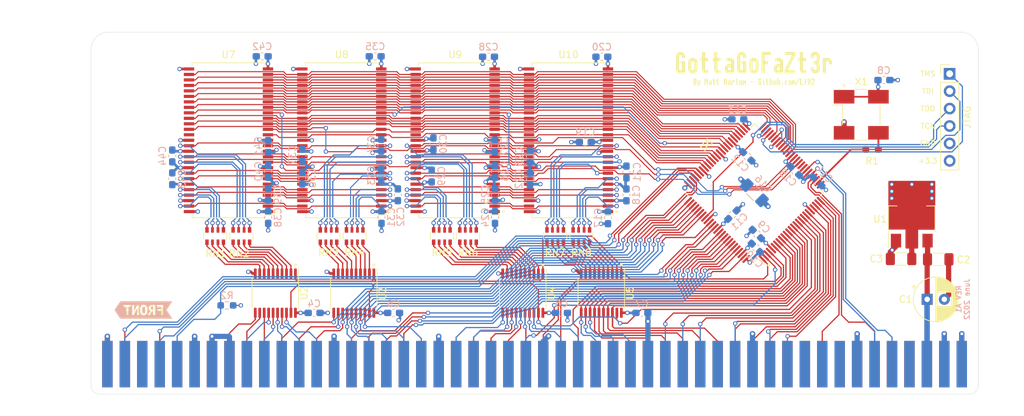
<source format=kicad_pcb>
(kicad_pcb (version 20211014) (generator pcbnew)
  (layers (0 "F.Cu" signal) (1 "In1.Cu" signal) (2 "In2.Cu" signal) (31 "B.Cu" signal) (34 "B.Paste" user) (35 "F.Paste" user) (36 "B.SilkS" user "B.Silkscreen") (37 "F.SilkS" user "F.Silkscreen") (38 "B.Mask" user) (39 "F.Mask" user) (44 "Edge.Cuts" user))
  (net 0 "")
  (net 1 "+5V")
  (net 2 "+3V3")
  (net 3 "GND")
  (net 4 "/~{CFGOUT}")
  (net 5 "/~{CFGIN}")
  (net 6 "/~{MTCR}")
  (net 7 "/A5")
  (net 8 "/A6")
  (net 9 "/A4")
  (net 13 "/A3")
  (net 14 "/A2")
  (net 15 "/A7")
  (net 20 "/AD8")
  (net 23 "/FC0")
  (net 25 "/AD9")
  (net 26 "/FC1")
  (net 27 "/AD10")
  (net 28 "/FC2")
  (net 29 "/AD11")
  (net 30 "/AD12")
  (net 32 "/AD13")
  (net 33 "/AD14")
  (net 34 "/AD15")
  (net 35 "/AD16")
  (net 36 "/~{BERR}")
  (net 37 "/AD17")
  (net 38 "/~{MTACK}")
  (net 39 "/E")
  (net 40 "/~{DS0}")
  (net 41 "/AD18")
  (net 43 "/AD19")
  (net 45 "/AD20")
  (net 47 "/AD22")
  (net 48 "/AD21")
  (net 49 "/AD23")
  (net 50 "/AD31")
  (net 51 "/AD30")
  (net 52 "/~{DTACK}")
  (net 53 "/AD29")
  (net 54 "/READ")
  (net 56 "/AD28")
  (net 58 "/~{DS2}")
  (net 59 "/AD27")
  (net 60 "/~{DS3}")
  (net 61 "/SD0")
  (net 63 "/AD26")
  (net 65 "/SD1")
  (net 67 "/AD25")
  (net 68 "/SD2")
  (net 69 "/AD24")
  (net 70 "/SD3")
  (net 71 "/SD7")
  (net 72 "/SD4")
  (net 73 "/SD6")
  (net 74 "/SD5")
  (net 75 "/SENSEZ3")
  (net 77 "/DOE")
  (net 78 "/~{IORST}")
  (net 79 "/~{FCS}")
  (net 80 "/~{DS1}")
  (net 81 "/MD0")
  (net 82 "/MD1")
  (net 83 "/MD2")
  (net 84 "/MD3")
  (net 85 "/MD4")
  (net 86 "/MD5")
  (net 87 "/MD6")
  (net 88 "/MD7")
  (net 89 "/DQM0")
  (net 90 "/~{WE}")
  (net 91 "/~{CAS}")
  (net 93 "/~{RAS}")
  (net 94 "/~{CS0}")
  (net 97 "/BA0")
  (net 98 "/BA1")
  (net 99 "/MA10")
  (net 100 "Net-(R1-Pad1)")
  (net 101 "/MEMCLK")
  (net 102 "/BUFDIR")
  (net 103 "/~{BUFOE}")
  (net 104 "/CLK")
  (net 105 "/MA0")
  (net 106 "/MA1")
  (net 107 "/MA2")
  (net 108 "/MA3")
  (net 109 "/MA4")
  (net 110 "/MA5")
  (net 111 "/MA6")
  (net 112 "/MA7")
  (net 113 "/MA8")
  (net 114 "/MA9")
  (net 115 "/MA11")
  (net 116 "/MA12")
  (net 117 "/CKE")
  (net 118 "/DQM1")
  (net 119 "/MD8")
  (net 120 "/MD9")
  (net 121 "/MD10")
  (net 122 "/MD11")
  (net 123 "/MD12")
  (net 124 "/MD13")
  (net 125 "/MD14")
  (net 126 "/MD15")
  (net 127 "/MD16")
  (net 128 "/MD17")
  (net 129 "/MD18")
  (net 130 "/MD19")
  (net 131 "/MD20")
  (net 132 "/MD21")
  (net 133 "/MD22")
  (net 134 "/MD23")
  (net 135 "/DQM2")
  (net 137 "/DQM3")
  (net 138 "/MD24")
  (net 139 "/MD25")
  (net 140 "/MD26")
  (net 141 "/MD27")
  (net 142 "/MD28")
  (net 143 "/MD29")
  (net 144 "/MD30")
  (net 145 "/MD31")
  (net 146 "/~{CS1}")
  (net 150 "/TMS")
  (net 151 "/TDI")
  (net 152 "/TDO")
  (net 153 "/TCK")
  (net 154 "/~{SLAVE}")
  (net 155 "/D19")
  (net 156 "/D28")
  (net 157 "/D18")
  (net 158 "/D29")
  (net 159 "/D16")
  (net 160 "/D31")
  (net 161 "/D23")
  (net 162 "/D27")
  (net 163 "/D15")
  (net 164 "/D14")
  (net 165 "/D13")
  (net 166 "/D12")
  (net 167 "/D11")
  (net 168 "/D10")
  (net 169 "/D9")
  (net 170 "/D8")
  (net 171 "/D4")
  (net 172 "/D5")
  (net 173 "/D6")
  (net 174 "/D7")
  (net 175 "/D0")
  (net 176 "/D1")
  (net 177 "/D2")
  (net 178 "/D3")
  (net 179 "/D17")
  (net 180 "/D20")
  (net 181 "/D21")
  (net 182 "/D22")
  (net 183 "/D24")
  (net 184 "/D25")
  (net 185 "/D26")
  (net 186 "/D30")
  (footprint "Resistor_SMD:R_Array_Convex_4x0603" (layer "F.Cu") (at 106.166469 95.934478 90)
    (fp_text reference "RN1")
    (fp_text value "33")
  )
  (footprint "Package_SO:TSSOP-20_4.4x6.5mm_P0.65mm" (layer "F.Cu") (at 162.40478 104.257978 -90)
    (fp_text reference "U5")
    (fp_text value "74LVCR2245")
  )
  (footprint "Connector_PinHeader_2.54mm:PinHeader_1x06_P2.54mm_Vertical" (layer "F.Cu") (at 213.158741 72.261674)
    (fp_text reference "J1" hide)
    (fp_text value "Conn_01x06_Male")
  )
  (footprint "Resistor_SMD:R_Array_Convex_4x0603" (layer "F.Cu") (at 159.506469 95.934478 90)
    (fp_text reference "RN8")
    (fp_text value "33")
  )
  (footprint "Resistor_SMD:R_0603_1608Metric_Pad0.98x0.95mm_HandSolder" (layer "F.Cu") (at 201.854592 83.297157 180)
    (fp_text reference "R1")
    (fp_text value "33")
  )
  (footprint "Capacitor_SMD:C_1206_3216Metric_Pad1.33x1.80mm_HandSolder" (layer "F.Cu") (at 206.082727 99.280361 180)
    (fp_text reference "C3")
    (fp_text value "10uF")
  )
  (footprint "Resistor_SMD:R_Array_Convex_4x0603" (layer "F.Cu") (at 139.186469 95.934478 90)
    (fp_text reference "RN5")
    (fp_text value "33")
  )
  (footprint "Zorro3:Zorro3" (layer "F.Cu") (at 90.461933 114.981782)
    (fp_text reference "CN1")
    (fp_text value "Zorro3")
  )
  (footprint "kibuzzard-622DC493" (layer "F.Cu") (at 184.658 73.4822)
    (fp_text reference "kibuzzard-622DC493" hide)
    (fp_text value "G***" hide)
  )
  (footprint "Package_SO:TSOP-II-54_22.2x10.16mm_P0.8mm" (layer "F.Cu") (at 157.630069 81.96049 180)
    (fp_text reference "U10")
    (fp_text value "AS4C32M16SC")
  )
  (footprint "Oscillator:Oscillator_SMD_Abracon_ASV-4Pin_7.0x5.1mm_HandSoldering" (layer "F.Cu") (at 200.279792 78.242757 -90)
    (fp_text reference "X1")
    (fp_text value "66MHz")
  )
  (footprint "kibuzzard-621BB44F" (layer "F.Cu") (at 95.710039 106.718003)
    (fp_text reference "kibuzzard-621BB44F" hide)
    (fp_text value "G***" hide)
  )
  (footprint "Package_SO:TSOP-II-54_22.2x10.16mm_P0.8mm" (layer "F.Cu") (at 108.100069 81.96049 180)
    (fp_text reference "U7")
    (fp_text value "AS4C32M16SC")
  )
  (footprint "Package_SO:TSSOP-20_4.4x6.5mm_P0.65mm" (layer "F.Cu") (at 114.925968 104.257978 -90)
    (fp_text reference "U2")
    (fp_text value "74LVCR2245")
  )
  (footprint "Package_QFP:TQFP-100_14x14mm_P0.5mm" (layer "F.Cu") (at 184.713866 89.616642 135)
    (fp_text reference "U6")
    (fp_text value "XC95144XL-TQ100")
  )
  (footprint "Resistor_SMD:R_Array_Convex_4x0603" (layer "F.Cu") (at 122.676469 95.934478 90)
    (fp_text reference "RN3")
    (fp_text value "33")
  )
  (footprint "Capacitor_SMD:C_1206_3216Metric_Pad1.33x1.80mm_HandSolder" (layer "F.Cu") (at 211.492927 99.331161)
    (fp_text reference "C2")
    (fp_text value "10uF")
  )
  (footprint "Package_SO:TSSOP-20_4.4x6.5mm_P0.65mm" (layer "F.Cu") (at 126.355968 104.257978 -90)
    (fp_text reference "U3")
    (fp_text value "74LVCR2245")
  )
  (footprint "Package_SO:TSSOP-20_4.4x6.5mm_P0.65mm" (layer "F.Cu") (at 150.97478 104.257978 -90)
    (fp_text reference "U4")
    (fp_text value "74LVCR2245")
  )
  (footprint "Package_SO:TSOP-II-54_22.2x10.16mm_P0.8mm" (layer "F.Cu") (at 141.120069 81.96049 180)
    (fp_text reference "U9")
    (fp_text value "AS4C32M16SC")
  )
  (footprint "Capacitor_THT:CP_Radial_D6.3mm_P2.50mm" (layer "F.Cu") (at 209.881927 105.160276)
    (fp_text reference "C1")
    (fp_text value "47uF")
  )
  (footprint "Resistor_SMD:R_Array_Convex_4x0603" (layer "F.Cu") (at 126.486469 95.934478 90)
    (fp_text reference "RN4")
    (fp_text value "33")
  )
  (footprint "kibuzzard-622DC477" (layer "F.Cu") (at 184.658 70.6374)
    (fp_text reference "kibuzzard-622DC477" hide)
    (fp_text value "G***" hide)
  )
  (footprint "Package_TO_SOT_SMD:SOT-223-3_TabPin2" (layer "F.Cu") (at 207.640219 93.448852 90)
    (fp_text reference "U1")
    (fp_text value "LM1117-3.3")
  )
  (footprint "Package_SO:TSOP-II-54_22.2x10.16mm_P0.8mm" (layer "F.Cu") (at 124.610069 81.96049 180)
    (fp_text reference "U8")
    (fp_text value locked "AS4C32M16SC")
  )
  (footprint "Resistor_SMD:R_Array_Convex_4x0603" (layer "F.Cu") (at 155.696469 95.934478 90)
    (fp_text reference "RN7")
    (fp_text value "33")
  )
  (footprint "Resistor_SMD:R_Array_Convex_4x0603" (layer "F.Cu") (at 142.996469 95.934478 90)
    (fp_text reference "RN6")
    (fp_text value "33")
  )
  (footprint "Resistor_SMD:R_Array_Convex_4x0603" (layer "F.Cu") (at 109.976469 95.934478 90)
    (fp_text reference "RN2")
    (fp_text value "33")
  )
  (footprint "Capacitor_SMD:C_1206_3216Metric_Pad1.33x1.80mm_HandSolder" (layer "B.Cu") (at 184.713866 89.616642 135)
    (fp_text reference "C16")
    (fp_text value "10uF")
  )
  (footprint "Capacitor_SMD:C_0603_1608Metric_Pad1.08x0.95mm_HandSolder" (layer "B.Cu") (at 163.386712 93.267077 -90)
    (fp_text reference "C17")
    (fp_text value "0.1uF")
  )
  (footprint "Capacitor_SMD:C_0603_1608Metric_Pad1.08x0.95mm_HandSolder" (layer "B.Cu") (at 132.773069 89.90989 90)
    (fp_text reference "C32")
    (fp_text value "0.1uF")
  )
  (footprint "Capacitor_SMD:C_0603_1608Metric_Pad1.08x0.95mm_HandSolder" (layer "B.Cu") (at 146.920869 89.87149 90)
    (fp_text reference "C25")
    (fp_text value "0.1uF")
  )
  (footprint "Capacitor_SMD:C_0603_1608Metric_Pad1.08x0.95mm_HandSolder" (layer "B.Cu") (at 152.007069 87.62449 90)
    (fp_text reference "C22")
    (fp_text value "0.1uF")
  )
  (footprint "Capacitor_SMD:C_0603_1608Metric_Pad1.08x0.95mm_HandSolder" (layer "B.Cu") (at 183.671346 84.309162 -45)
    (fp_text reference "C12")
    (fp_text value "0.1uF")
  )
  (footprint "Capacitor_SMD:C_0603_1608Metric_Pad1.08x0.95mm_HandSolder" (layer "B.Cu") (at 146.895469 82.78489 -90)
    (fp_text reference "C27")
    (fp_text value "0.1uF")
  )
  (footprint "Capacitor_SMD:C_0603_1608Metric_Pad1.08x0.95mm_HandSolder" (layer "B.Cu") (at 184.941346 97.644162 -45)
    (fp_text reference "C10")
    (fp_text value "0.1uF")
  )
  (footprint "Capacitor_SMD:C_0603_1608Metric_Pad1.08x0.95mm_HandSolder" (layer "B.Cu") (at 182.305981 78.902116 180)
    (fp_text reference "C13")
    (fp_text value "0.1uF")
  )
  (footprint "Capacitor_SMD:C_0603_1608Metric_Pad1.08x0.95mm_HandSolder" (layer "B.Cu") (at 130.360069 87.07809 -90)
    (fp_text reference "C33")
    (fp_text value "0.1uF")
  )
  (footprint "Capacitor_SMD:C_0603_1608Metric_Pad1.08x0.95mm_HandSolder" (layer "B.Cu") (at 152.007069 84.32249 -90)
    (fp_text reference "C23")
    (fp_text value "0.1uF")
  )
  (footprint "Capacitor_SMD:C_0603_1608Metric_Pad1.08x0.95mm_HandSolder" (layer "B.Cu") (at 203.57862 73.177636)
    (fp_text reference "C8")
    (fp_text value "0.1uF")
  )
  (footprint "Capacitor_SMD:C_0603_1608Metric_Pad1.08x0.95mm_HandSolder" (layer "B.Cu") (at 130.391669 93.21249 -90)
    (fp_text reference "C31")
    (fp_text value "0.1uF")
  )
  (footprint "Resistor_SMD:R_0603_1608Metric_Pad0.98x0.95mm_HandSolder" (layer "B.Cu") (at 107.87142 106.045236 180)
    (fp_text reference "R2")
    (fp_text value "1K")
  )
  (footprint "Capacitor_SMD:C_0603_1608Metric_Pad1.08x0.95mm_HandSolder" (layer "B.Cu") (at 156.6164 107.1372)
    (fp_text reference "C6")
    (fp_text value "0.1uF")
  )
  (footprint "Capacitor_SMD:C_0603_1608Metric_Pad1.08x0.95mm_HandSolder" (layer "B.Cu") (at 146.920869 86.54409 -90)
    (fp_text reference "C26")
    (fp_text value "0.1uF")
  )
  (footprint "Capacitor_SMD:C_0603_1608Metric_Pad1.08x0.95mm_HandSolder" (layer "B.Cu") (at 129.471069 69.71769 180)
    (fp_text reference "C35")
    (fp_text value "0.1uF")
  )
  (footprint "Capacitor_SMD:C_0603_1608Metric_Pad1.08x0.95mm_HandSolder" (layer "B.Cu") (at 145.981069 69.78249 180)
    (fp_text reference "C28")
    (fp_text value "0.1uF")
  )
  (footprint "Capacitor_SMD:C_0603_1608Metric_Pad1.08x0.95mm_HandSolder" (layer "B.Cu") (at 130.360069 82.68389 -90)
    (fp_text reference "C34")
    (fp_text value "0.1uF")
  )
  (footprint "Capacitor_SMD:C_0603_1608Metric_Pad1.08x0.95mm_HandSolder" (layer "B.Cu") (at 137.699569 87.18149 90)
    (fp_text reference "C29")
    (fp_text value "0.1uF")
  )
  (footprint "Capacitor_SMD:C_0603_1608Metric_Pad1.08x0.95mm_HandSolder" (layer "B.Cu") (at 193.866712 87.933077 135)
    (fp_text reference "C14")
    (fp_text value "0.1uF")
  )
  (footprint "Capacitor_SMD:C_0603_1608Metric_Pad1.08x0.95mm_HandSolder" (layer "B.Cu") (at 113.881668 93.212489 -90)
    (fp_text reference "C38")
    (fp_text value "0.1uF")
  )
  (footprint "Capacitor_SMD:C_0603_1608Metric_Pad1.08x0.95mm_HandSolder" (layer "B.Cu") (at 118.853869 87.47229 90)
    (fp_text reference "C36")
    (fp_text value "0.1uF")
  )
  (footprint "Capacitor_SMD:C_0603_1608Metric_Pad1.08x0.95mm_HandSolder" (layer "B.Cu") (at 120.5738 107.1372)
    (fp_text reference "C4")
    (fp_text value "0.1uF")
  )
  (footprint "Capacitor_SMD:C_0603_1608Metric_Pad1.08x0.95mm_HandSolder" (layer "B.Cu") (at 166.073569 89.92229 90)
    (fp_text reference "C18")
    (fp_text value "0.1uF")
  )
  (footprint "Capacitor_SMD:C_0603_1608Metric_Pad1.08x0.95mm_HandSolder" (layer "B.Cu") (at 99.911669 84.24569 -90)
    (fp_text reference "C44")
    (fp_text value "0.1uF")
  )
  (footprint "Capacitor_SMD:C_0603_1608Metric_Pad1.08x0.95mm_HandSolder" (layer "B.Cu") (at 190.615069 86.43009 -45)
    (fp_text reference "C15")
    (fp_text value "0.1uF")
  )
  (footprint "Capacitor_SMD:C_0603_1608Metric_Pad1.08x0.95mm_HandSolder" (layer "B.Cu") (at 132.1562 107.1372)
    (fp_text reference "C5")
    (fp_text value "0.1uF")
  )
  (footprint "Capacitor_SMD:C_0603_1608Metric_Pad1.08x0.95mm_HandSolder" (layer "B.Cu") (at 160.078069 82.21449 180)
    (fp_text reference "C19")
    (fp_text value "0.1uF")
  )
  (footprint "Capacitor_SMD:C_0603_1608Metric_Pad1.08x0.95mm_HandSolder" (layer "B.Cu") (at 162.491069 69.78249 180)
    (fp_text reference "C20")
    (fp_text value "0.1uF")
  )
  (footprint "Capacitor_SMD:C_0603_1608Metric_Pad1.08x0.95mm_HandSolder" (layer "B.Cu") (at 113.875469 89.85989 90)
    (fp_text reference "C39")
    (fp_text value "0.1uF")
  )
  (footprint "Capacitor_SMD:C_0603_1608Metric_Pad1.08x0.95mm_HandSolder" (layer "B.Cu") (at 113.875469 82.86169 -90)
    (fp_text reference "C41")
    (fp_text value "0.1uF")
  )
  (footprint "Capacitor_SMD:C_0603_1608Metric_Pad1.08x0.95mm_HandSolder" (layer "B.Cu") (at 181.512346 92.818162 45)
    (fp_text reference "C11")
    (fp_text value "0.1uF")
  )
  (footprint "kibuzzard-621BB463" (layer "B.Cu") (at 95.710039 106.718003 180)
    (fp_text reference "kibuzzard-621BB463" hide)
    (fp_text value "G***" hide)
  )
  (footprint "Capacitor_SMD:C_0603_1608Metric_Pad1.08x0.95mm_HandSolder" (layer "B.Cu") (at 146.927069 93.21249 -90)
    (fp_text reference "C24")
    (fp_text value "0.1uF")
  )
  (footprint "Capacitor_SMD:C_0603_1608Metric_Pad1.08x0.95mm_HandSolder" (layer "B.Cu") (at 166.072469 86.59489 -90)
    (fp_text reference "C21")
    (fp_text value "0.1uF")
  )
  (footprint "Capacitor_SMD:C_0603_1608Metric_Pad1.08x0.95mm_HandSolder" (layer "B.Cu") (at 113.875469 86.50709 -90)
    (fp_text reference "C40")
    (fp_text value "0.1uF")
  )
  (footprint "Capacitor_SMD:C_0603_1608Metric_Pad1.08x0.95mm_HandSolder" (layer "B.Cu") (at 168.3258 107.1372)
    (fp_text reference "C7")
    (fp_text value "0.1uF")
  )
  (footprint "Capacitor_SMD:C_0603_1608Metric_Pad1.08x0.95mm_HandSolder" (layer "B.Cu") (at 185.068445 95.628075 135)
    (fp_text reference "C9")
    (fp_text value "0.1uF")
  )
  (footprint "Capacitor_SMD:C_0603_1608Metric_Pad1.08x0.95mm_HandSolder" (layer "B.Cu") (at 118.850029 84.133284 -90)
    (fp_text reference "C37")
    (fp_text value "0.1uF")
  )
  (footprint "Capacitor_SMD:C_0603_1608Metric_Pad1.08x0.95mm_HandSolder" (layer "B.Cu") (at 137.953569 82.48249 90)
    (fp_text reference "C30")
    (fp_text value "0.1uF")
  )
  (footprint "Capacitor_SMD:C_0603_1608Metric_Pad1.08x0.95mm_HandSolder" (layer "B.Cu") (at 99.911669 87.57309 90)
    (fp_text reference "C43")
    (fp_text value "0.1uF")
  )
  (footprint "Capacitor_SMD:C_0603_1608Metric_Pad1.08x0.95mm_HandSolder" (layer "B.Cu") (at 113.011869 69.71769 180)
    (fp_text reference "C42")
    (fp_text value "0.1uF")
  )
  (gr_arc (start 89.344327 118.981778) (mid 88.446301 118.609804) (end 88.074327 117.711778) (layer "Edge.Cuts") (width 0.05))
  (gr_line (start 90.614333 66.184165) (end 214.769522 66.18417) (layer "Edge.Cuts") (width 0.05))
  (gr_arc (start 88.074333 68.724165) (mid 88.818282 66.928114) (end 90.614333 66.184165) (layer "Edge.Cuts") (width 0.05))
  (gr_line (start 217.309533 117.711774) (end 217.309533 68.724165) (layer "Edge.Cuts") (width 0.05))
  (gr_arc (start 217.309533 117.711774) (mid 216.937559 118.6098) (end 216.039533 118.981774) (layer "Edge.Cuts") (width 0.05))
  (gr_line (start 89.344327 118.981778) (end 216.039533 118.981774) (layer "Edge.Cuts") (width 0.05))
  (gr_line (start 88.074327 117.711778) (end 88.074333 68.724165) (layer "Edge.Cuts") (width 0.05))
  (gr_arc (start 214.769533 66.184165) (mid 216.565584 66.928114) (end 217.309533 68.724165) (layer "Edge.Cuts") (width 0.05))
  (gr_text "REV A1\nJune 2022" (at 215.086082 105.146983 90) (layer "B.SilkS") (effects (font (size 0.75 0.75)) (justify mirror)))
  (gr_text "TDO" (at 209.983755 77.341678) (layer "F.SilkS") (effects (font (size 0.762 0.762) (thickness 0.127))))
  (gr_text "TCK" (at 209.983748 79.881674) (layer "F.SilkS") (effects (font (size 0.762 0.762) (thickness 0.127))))
  (gr_text "GND" (at 209.983748 82.421674) (layer "F.SilkS") (effects (font (size 0.762 0.762) (thickness 0.127))))
  (gr_text "+3.3" (at 209.983741 84.961674) (layer "F.SilkS") (effects (font (size 0.762 0.762) (thickness 0.127))))
  (gr_text "TDI" (at 209.983755 74.801678) (layer "F.SilkS") (effects (font (size 0.762 0.762) (thickness 0.127))))
  (gr_text "TMS" (at 209.983755 72.261678) (layer "F.SilkS") (effects (font (size 0.762 0.762) (thickness 0.127))))
  (segment (start 209.940219 99.321369) (end 209.940219 96.598852) (width 0.762) (layer "F.Cu") (net 1))
  (segment (start 209.881927 105.160267) (end 209.881927 114.568783) (width 0.762) (layer "F.Cu") (net 1))
  (segment (start 209.881927 99.379661) (end 209.881927 105.160276) (width 0.762) (layer "F.Cu") (net 1))
  (segment (start 209.841922 114.608788) (end 209.841922 105.200272) (width 0.762) (layer "B.Cu") (net 1))
  (segment (start 182.831194 98.570382) (end 183.720194 97.681382) (width 0.254) (layer "F.Cu") (net 2))
  (segment (start 162.364069 81.96049) (end 162.110069 82.21449) (width 0.381) (layer "F.Cu") (net 2))
  (segment (start 118.860069 88.36049) (end 120.072269 88.36049) (width 0.381) (layer "F.Cu") (net 2))
  (segment (start 135.370069 88.36049) (end 136.393569 88.36049) (width 0.381) (layer "F.Cu") (net 2))
  (segment (start 163.380064 71.560487) (end 163.380064 70.798487) (width 0.381) (layer "F.Cu") (net 2))
  (segment (start 113.850069 71.56049) (end 113.850069 70.79849) (width 0.381) (layer "F.Cu") (net 2))
  (segment (start 136.89406 83.56049) (end 136.894062 83.560488) (width 0.381) (layer "F.Cu") (net 2))
  (segment (start 146.870069 85.96049) (end 145.603721 85.96049) (width 0.381) (layer "F.Cu") (net 2))
  (segment (start 166.189174 107.120484) (end 166.204574 107.135884) (width 0.381) (layer "F.Cu") (net 2))
  (segment (start 131.604669 90.76049) (end 131.630069 90.78589) (width 0.381) (layer "F.Cu") (net 2))
  (segment (start 130.360069 85.96049) (end 129.267869 85.96049) (width 0.381) (layer "F.Cu") (net 2))
  (segment (start 179.295654 95.034837) (end 180.184654 94.145837) (width 0.254) (layer "F.Cu") (net 2))
  (segment (start 207.640225 96.598842) (end 207.640225 99.275341) (width 0.762) (layer "F.Cu") (net 2))
  (segment (start 202.74042 74.168236) (end 202.74042 75.573385) (width 0.381) (layer "F.Cu") (net 2))
  (segment (start 145.688558 81.96049) (end 145.600069 81.872001) (width 0.381) (layer "F.Cu") (net 2))
  (segment (start 130.360069 90.76049) (end 131.604669 90.76049) (width 0.381) (layer "F.Cu") (net 2))
  (segment (start 165.329786 107.120484) (end 166.189174 107.120484) (width 0.381) (layer "F.Cu") (net 2))
  (segment (start 151.880069 83.56049) (end 153.277069 83.56049) (width 0.381) (layer "F.Cu") (net 2))
  (segment (start 113.850069 81.96049) (end 112.71935 81.96049) (width 0.381) (layer "F.Cu") (net 2))
  (segment (start 163.380069 81.96049) (end 162.364069 81.96049) (width 0.381) (layer "F.Cu") (net 2))
  (segment (start 202.779782 75.612752) (end 197.779792 75.612752) (width 0.254) (layer "F.Cu") (net 2))
  (segment (start 164.974069 85.96049) (end 165.088069 85.84649) (width 0.381) (layer "F.Cu") (net 2))
  (segment (start 112.783269 90.76049) (end 112.681669 90.65889) (width 0.381) (layer "F.Cu") (net 2))
  (segment (start 112.71935 81.96049) (end 112.630869 81.872009) (width 0.381) (layer "F.Cu") (net 2))
  (segment (start 102.350069 83.56049) (end 101.080669 83.56049) (width 0.381) (layer "F.Cu") (net 2))
  (segment (start 129.267869 85.96049) (end 129.013869 86.21449) (width 0.381) (layer "F.Cu") (net 2))
  (segment (start 117.850962 107.120488) (end 118.589568 107.120488) (width 0.381) (layer "F.Cu") (net 2))
  (segment (start 154.759174 107.120484) (end 154.774574 107.135884) (width 0.381) (layer "F.Cu") (net 2))
  (segment (start 163.380064 92.360496) (end 162.110064 92.360496) (width 0.381) (layer "F.Cu") (net 2))
  (segment (start 163.380069 85.96049) (end 164.974069 85.96049) (width 0.381) (layer "F.Cu") (net 2))
  (segment (start 163.380064 90.760499) (end 164.650064 90.760499) (width 0.381) (layer "F.Cu") (net 2))
  (segment (start 146.870069 90.76049) (end 147.955569 90.76049) (width 0.381) (layer "F.Cu") (net 2))
  (segment (start 102.350069 88.36049) (end 101.080069 88.36049) (width 0.381) (layer "F.Cu") (net 2))
  (segment (start 113.850069 90.76049) (end 112.783269 90.76049) (width 0.381) (layer "F.Cu") (net 2))
  (segment (start 130.360069 92.36049) (end 129.115469 92.36049) (width 0.381) (layer "F.Cu") (net 2))
  (segment (start 183.538292 79.955796) (end 183.956985 79.537128) (width 0.254) (layer "F.Cu") (net 2))
  (segment (start 129.280974 107.120484) (end 130.222774 107.120484) (width 0.381) (layer "F.Cu") (net 2))
  (segment (start 146.870069 92.36049) (end 145.600069 92.36049) (width 0.381) (layer "F.Cu") (net 2))
  (segment (start 113.850069 85.96049) (end 112.910269 85.96049) (width 0.381) (layer "F.Cu") (net 2))
  (segment (start 189.272003 85.083819) (end 189.272003 85.058505) (width 0.1778) (layer "F.Cu") (net 2))
  (segment (start 130.360069 81.96049) (end 129.115469 81.96049) (width 0.381) (layer "F.Cu") (net 2))
  (segment (start 153.899786 107.120484) (end 154.759174 107.120484) (width 0.381) (layer "F.Cu") (net 2))
  (segment (start 112.910269 85.96049) (end 112.707069 85.75729) (width 0.381) (layer "F.Cu") (net 2))
  (segment (start 145.603721 85.96049) (end 145.594821 85.96939) (width 0.381) (layer "F.Cu") (net 2))
  (segment (start 187.303645 97.863275) (end 186.389245 96.948875) (width 0.254) (layer "F.Cu") (net 2))
  (segment (start 130.360069 71.56049) (end 130.360069 70.79849) (width 0.381) (layer "F.Cu") (net 2))
  (segment (start 118.860069 83.56049) (end 120.123669 83.56049) (width 0.381) (layer "F.Cu") (net 2))
  (segment (start 101.080669 83.56049) (end 101.080069 83.55989) (width 0.381) (layer "F.Cu") (net 2))
  (segment (start 136.393569 88.36049) (end 136.650296 88.103763) (width 0.381) (layer "F.Cu") (net 2))
  (segment (start 194.374719 88.441073) (end 195.136719 89.203073) (width 0.254) (layer "F.Cu") (net 2))
  (segment (start 118.589574 107.120484) (end 118.604974 107.135884) (width 0.254) (layer "F.Cu") (net 2))
  (segment (start 135.370064 83.56049) (end 136.89406 83.56049) (width 0.381) (layer "F.Cu") (net 2))
  (segment (start 130.222774 107.120484) (end 130.238174 107.135884) (width 0.381) (layer "F.Cu") (net 2))
  (segment (start 146.870069 81.96049) (end 145.688558 81.96049) (width 0.381) (layer "F.Cu") (net 2))
  (segment (start 153.531062 88.360479) (end 151.880062 88.360479) (width 0.381) (layer "F.Cu") (net 2))
  (segment (start 189.272012 85.058504) (end 190.132081 84.198435) (width 0.254) (layer "F.Cu") (net 2))
  (segment (start 181.416985 82.077128) (end 182.305985 82.966128) (width 0.254) (layer "F.Cu") (net 2))
  (segment (start 120.072269 88.36049) (end 120.174669 88.46289) (width 0.381) (layer "F.Cu") (net 2))
  (segment (start 147.955569 90.76049) (end 148.070069 90.64599) (width 0.381) (layer "F.Cu") (net 2))
  (segment (start 113.850069 92.36049) (end 112.529269 92.36049) (width 0.381) (layer "F.Cu") (net 2))
  (segment (start 136.894069 83.56049) (end 137.021069 83.43349) (width 0.1778) (layer "F.Cu") (net 2))
  (segment (start 120.123669 83.56049) (end 120.149269 83.58609) (width 0.381) (layer "F.Cu") (net 2))
  (segment (start 146.870064 71.560487) (end 146.870064 70.798487) (width 0.381) (layer "F.Cu") (net 2))
  (via (at 210.566 88.392) (size 0.635) (drill 0.381) (layers "F.Cu" "B.Cu") (net 2))
  (via (at 166.204586 107.13588) (size 0.635) (drill 0.381) (layers "F.Cu" "B.Cu") (net 2))
  (via (at 109.90342 106.045236) (size 0.635) (drill 0.381) (layers "F.Cu" "B.Cu") (net 2))
  (via (at 153.277062 83.560488) (size 0.635) (drill 0.381) (layers "F.Cu" "B.Cu") (net 2))
  (via (at 182.72522 87.630236) (size 0.635) (drill 0.381) (layers "F.Cu" "B.Cu") (net 2))
  (via (at 112.681664 90.658899) (size 0.635) (drill 0.381) (layers "F.Cu" "B.Cu") (net 2))
  (via (at 189.272003 85.083819) (size 0.635) (drill 0.381) (layers "F.Cu" "B.Cu") (net 2))
  (via (at 129.013864 86.214483) (size 0.635) (drill 0.381) (layers "F.Cu" "B.Cu") (net 2))
  (via (at 112.707064 85.757283) (size 0.635) (drill 0.381) (layers "F.Cu" "B.Cu") (net 2))
  (via (at 182.305985 82.966128) (size 0.635) (drill 0.381) (layers "F.Cu" "B.Cu") (net 2))
  (via (at 118.604986 107.13588) (size 0.635) (drill 0.381) (layers "F.Cu" "B.Cu") (net 2))
  (via (at 164.650069 90.76049) (size 0.635) (drill 0.381) (layers "F.Cu" "B.Cu") (net 2))
  (via (at 195.136712 89.203077) (size 0.635) (drill 0.381) (layers "F.Cu" "B.Cu") (net 2))
  (via (at 131.630064 90.785899) (size 0.635) (drill 0.381) (layers "F.Cu" "B.Cu") (net 2))
  (via (at 186.389239 96.948879) (size 0.635) (drill 0.381) (layers "F.Cu" "B.Cu") (net 2))
  (via (at 210.566 89.408) (size 0.635) (drill 0.381) (layers "F.Cu" "B.Cu") (net 2))
  (via (at 112.529264 92.360496) (size 0.635) (drill 0.381) (layers "F.Cu" "B.Cu") (net 2))
  (via (at 112.630864 81.871998) (size 0.635) (drill 0.381) (layers "F.Cu" "B.Cu") (net 2))
  (via (at 130.238186 107.13588) (size 0.635) (drill 0.381) (layers "F.Cu" "B.Cu") (net 2))
  (via (at 210.566 90.424) (size 0.635) (drill 0.381) (layers "F.Cu" "B.Cu") (net 2))
  (via (at 202.740412 74.168229) (size 0.635) (drill 0.381) (layers "F.Cu" "B.Cu") (net 2))
  (via (at 145.600064 81.871998) (size 0.635) (drill 0.381) (layers "F.Cu" "B.Cu") (net 2))
  (via (at 180.184654 94.145837) (size 0.635) (drill 0.381) (layers "F.Cu" "B.Cu") (net 2))
  (via (at 136.650298 88.103761) (size 0.635) (drill 0.381) (layers "F.Cu" "B.Cu") (net 2))
  (via (at 145.594832 85.969399) (size 0.635) (drill 0.381) (layers "F.Cu" "B.Cu") (net 2))
  (via (at 162.110069 82.21449) (size 0.635) (drill 0.381) (layers "F.Cu" "B.Cu") (net 2))
  (via (at 204.724 90.424) (size 0.635) (drill 0.381) (layers "F.Cu" "B.Cu") (net 2))
  (via (at 153.531062 88.360479) (size 0.635) (drill 0.381) (layers "F.Cu" "B.Cu") (net 2))
  (via (at 162.110064 92.360496) (size 0.635) (drill 0.381) (layers "F.Cu" "B.Cu") (net 2))
  (via (at 165.088069 85.84649) (size 0.635) (drill 0.381) (layers "F.Cu" "B.Cu") (net 2))
  (via (at 113.850069 70.79849) (size 0.635) (drill 0.381) (layers "F.Cu" "B.Cu") (net 2))
  (via (at 101.080062 88.360479) (size 0.635) (drill 0.381) (layers "F.Cu" "B.Cu") (net 2))
  (via (at 207.645 88.392) (size 0.635) (drill 0.381) (layers "F.Cu" "B.Cu") (net 2))
  (via (at 183.956981 79.537116) (size 0.635) (drill 0.381) (layers "F.Cu" "B.Cu") (net 2))
  (via (at 101.080062 83.559879) (size 0.635) (drill 0.381) (layers "F.Cu" "B.Cu") (net 2))
  (via (at 148.070062 90.645996) (size 0.635) (drill 0.381) (layers "F.Cu" "B.Cu") (net 2))
  (via (at 183.720207 97.68139) (size 0.635) (drill 0.381) (layers "F.Cu" "B.Cu") (net 2))
  (via (at 137.021069 83.43349) (size 0.635) (drill 0.381) (layers "F.Cu" "B.Cu") (net 2))
  (via (at 204.724 88.392) (size 0.635) (drill 0.381) (layers "F.Cu" "B.Cu") (net 2))
  (via (at 204.724 89.408) (size 0.635) (drill 0.381) (layers "F.Cu" "B.Cu") (net 2))
  (via (at 129.115464 92.360496) (size 0.635) (drill 0.381) (layers "F.Cu" "B.Cu") (net 2))
  (via (at 130.360069 70.79849) (size 0.635) (drill 0.381) (layers "F.Cu" "B.Cu") (net 2))
  (via (at 154.774586 107.13588) (size 0.635) (drill 0.381) (layers "F.Cu" "B.Cu") (net 2))
  (via (at 145.600064 92.360496) (size 0.635) (drill 0.381) (layers "F.Cu" "B.Cu") (net 2))
  (via (at 129.115464 81.960491) (size 0.635) (drill 0.381) (layers "F.Cu" "B.Cu") (net 2))
  (via (at 163.380064 70.798487) (size 0.635) (drill 0.381) (layers "F.Cu" "B.Cu") (net 2))
  (via (at 120.149264 83.586091) (size 0.635) (drill 0.381) (layers "F.Cu" "B.Cu") (net 2))
  (via (at 120.174664 88.462891) (size 0.635) (drill 0.381) (layers "F.Cu" "B.Cu") (net 2))
  (via (at 146.870064 70.798487) (size 0.635) (drill 0.381) (layers "F.Cu" "B.Cu") (net 2))
  (segment (start 163.380064 70.798487) (end 163.380064 69.808979) (width 0.381) (layer "B.Cu") (net 2))
  (segment (start 112.71935 81.96049) (end 113.836769 81.96049) (width 0.381) (layer "B.Cu") (net 2))
  (segment (start 183.720194 97.681382) (end 183.720194 97.518554) (width 0.254) (layer "B.Cu") (net 2))
  (segment (start 112.681669 90.65889) (end 112.745169 90.72239) (width 0.381) (layer "B.Cu") (net 2))
  (segment (start 164.650069 90.76049) (end 166.049269 90.76049) (width 0.381) (layer "B.Cu") (net 2))
  (segment (start 183.720207 97.51855) (end 184.273774 96.964957) (width 0.381) (layer "B.Cu") (net 2))
  (segment (start 148.070069 90.64599) (end 147.982069 90.73399) (width 0.381) (layer "B.Cu") (net 2))
  (segment (start 154.774574 107.135884) (end 155.944074 107.135884) (width 0.381) (layer "B.Cu") (net 2))
  (segment (start 180.184654 94.145837) (end 180.971774 93.358716) (width 0.381) (layer "B.Cu") (net 2))
  (segment (start 166.204574 107.135884) (end 167.374074 107.135884) (width 0.381) (layer "B.Cu") (net 2))
  (segment (start 129.115469 81.96049) (end 130.220969 81.96049) (width 0.381) (layer "B.Cu") (net 2))
  (segment (start 112.745169 90.72239) (end 113.875469 90.72239) (width 0.381) (layer "B.Cu") (net 2))
  (segment (start 130.360069 70.79849) (end 130.360069 69.808982) (width 0.381) (layer "B.Cu") (net 2))
  (segment (start 112.529269 92.36049) (end 113.871167 92.36049) (width 0.381) (layer "B.Cu") (net 2))
  (segment (start 120.174669 88.46289) (end 120.047669 88.33589) (width 0.381) (layer "B.Cu") (net 2))
  (segment (start 119.165335 83.58609) (end 118.850029 83.270784) (width 0.381) (layer "B.Cu") (net 2))
  (segment (start 132.773069 90.77239) (end 131.643569 90.77239) (width 0.381) (layer "B.Cu") (net 2))
  (segment (start 130.238174 107.135884) (end 131.356874 107.135884) (width 0.381) (layer "B.Cu") (net 2))
  (segment (start 182.328312 82.966128) (end 183.061458 83.699274) (width 0.381) (layer "B.Cu") (net 2))
  (segment (start 137.021062 83.433488) (end 137.865079 83.433488) (width 0.381) (layer "B.Cu") (net 2))
  (segment (start 145.688558 81.96049) (end 146.857369 81.96049) (width 0.381) (layer "B.Cu") (net 2))
  (segment (start 165.088069 85.84649) (end 165.958369 85.84649) (width 0.381) (layer "B.Cu") (net 2))
  (segment (start 162.110064 92.360496) (end 163.342625 92.360496) (width 0.381) (layer "B.Cu") (net 2))
  (segment (start 202.74042 73.201936) (end 202.74042 74.168236) (width 0.381) (layer "B.Cu") (net 2))
  (segment (start 162.110064 82.214491) (end 160.940572 82.214491) (width 0.381) (layer "B.Cu") (net 2))
  (segment (start 112.630869 81.872009) (end 112.71935 81.96049) (width 0.381) (layer "B.Cu") (net 2))
  (segment (start 146.870064 70.798487) (end 146.870064 69.808979) (width 0.381) (layer "B.Cu") (net 2))
  (segment (start 113.850069 70.79849) (end 113.850069 69.808982) (width 0.381) (layer "B.Cu") (net 2))
  (segment (start 108.78392 106.045236) (end 109.90342 106.045236) (width 0.1778) (layer "B.Cu") (net 2))
  (segment (start 147.982069 90.73399) (end 146.920869 90.73399) (width 0.381) (layer "B.Cu") (net 2))
  (segment (start 145.600069 92.36049) (end 146.916569 92.36049) (width 0.381) (layer "B.Cu") (net 2))
  (segment (start 183.60677 88.511786) (end 182.725212 87.630229) (width 0.762) (layer "B.Cu") (net 2))
  (segment (start 145.600069 81.872001) (end 145.688558 81.96049) (width 0.381) (layer "B.Cu") (net 2))
  (segment (start 186.389239 96.948879) (end 185.678318 96.237958) (width 0.381) (layer "B.Cu") (net 2))
  (segment (start 195.136719 89.170535) (end 194.333292 88.367133) (width 0.381) (layer "B.Cu") (net 2))
  (segment (start 129.115469 92.36049) (end 130.381169 92.36049) (width 0.381) (layer "B.Cu") (net 2))
  (segment (start 120.047669 88.33589) (end 118.854969 88.33589) (width 0.381) (layer "B.Cu") (net 2))
  (segment (start 136.683569 88.07049) (end 136.650296 88.103763) (width 0.381) (layer "B.Cu") (net 2))
  (segment (start 190.06554 85.877356) (end 189.272012 85.083828) (width 0.381) (layer "B.Cu") (net 2))
  (segment (start 153.176569 83.45999) (end 152.007069 83.45999) (width 0.381) (layer "B.Cu") (net 2))
  (segment (start 183.956985 79.537128) (end 183.321985 78.902128) (width 0.381) (layer "B.Cu") (net 2))
  (segment (start 130.358969 86.21449) (end 129.013869 86.21449) (width 0.381) (layer "B.Cu") (net 2))
  (segment (start 145.594821 85.96939) (end 145.883721 85.68049) (width 0.381) (layer "B.Cu") (net 2))
  (segment (start 153.277069 83.56049) (end 153.176569 83.45999) (width 0.381) (layer "B.Cu") (net 2))
  (segment (start 101.080069 83.55989) (end 100.088369 83.55989) (width 0.381) (layer "B.Cu") (net 2))
  (segment (start 145.883721 85.68049) (end 146.919769 85.68049) (width 0.381) (layer "B.Cu") (net 2))
  (segment (start 182.305981 82.966116) (end 182.3283 82.966116) (width 0.381) (layer "B.Cu") (net 2))
  (segment (start 195.136712 89.203077) (end 195.136712 89.170543) (width 0.1778) (layer "B.Cu") (net 2))
  (segment (start 119.876074 107.13588) (end 118.604974 107.13588) (width 0.381) (layer "B.Cu") (net 2))
  (segment (start 120.149269 83.58609) (end 119.165335 83.58609) (width 0.381) (layer "B.Cu") (net 2))
  (segment (start 112.707069 85.75729) (end 113.762769 85.75729) (width 0.381) (layer "B.Cu") (net 2))
  (segment (start 101.080069 88.36049) (end 99.986769 88.36049) (width 0.381) (layer "B.Cu") (net 2))
  (segment (start 153.531062 88.360479) (end 152.039066 88.360479) (width 0.381) (layer "B.Cu") (net 2))
  (segment (start 131.643569 90.77239) (end 131.630069 90.78589) (width 0.381) (layer "B.Cu") (net 2))
  (segment (start 137.853069 88.07049) (end 136.683569 88.07049) (width 0.381) (layer "B.Cu") (net 2))
  (segment (start 136.665469 85.98589) (end 136.640069 85.96049) (width 0.381) (layer "F.Cu") (net 3))
  (segment (start 212.381948 114.608788) (end 212.381948 110.189188) (width 0.762) (layer "F.Cu") (net 3))
  (segment (start 120.205678 90.760499) (end 120.206269 90.76109) (width 0.381) (layer "F.Cu") (net 3))
  (segment (start 151.880069 71.56049) (end 150.586468 71.56049) (width 0.1778) (layer "F.Cu") (net 3))
  (segment (start 114.936069 88.36049) (end 115.100869 88.19569) (width 0.381) (layer "F.Cu") (net 3))
  (segment (start 197.779792 80.872757) (end 197.779792 79.281264) (width 0.762) (layer "F.Cu") (net 3))
  (segment (start 174.583547 88.910566) (end 175.053015 88.441073) (width 0.254) (layer "F.Cu") (net 3))
  (segment (start 113.850069 83.56049) (end 114.891469 83.56049) (width 0.381) (layer "F.Cu") (net 3))
  (segment (start 118.860062 90.760499) (end 120.205678 90.760499) (width 0.381) (layer "F.Cu") (net 3))
  (segment (start 153.200869 85.96049) (end 153.327869 85.83349) (width 0.381) (layer "F.Cu") (net 3))
  (segment (start 164.648069 88.36049) (end 164.650069 88.36249) (width 0.1778) (layer "F.Cu") (net 3))
  (segment (start 111.365969 101.141479) (end 111.619968 101.395478) (width 0.381) (layer "F.Cu") (net 3))
  (segment (start 188.010749 82.077128) (end 187.153499 82.934378) (width 0.254) (layer "F.Cu") (net 3))
  (segment (start 136.640062 85.960483) (end 135.370062 85.960483) (width 0.381) (layer "F.Cu") (net 3))
  (segment (start 162.033869 83.804657) (end 162.248302 83.804657) (width 0.381) (layer "F.Cu") (net 3))
  (segment (start 135.370062 71.560487) (end 134.101865 71.560487) (width 0.381) (layer "F.Cu") (net 3))
  (segment (start 136.664669 92.36049) (end 136.665469 92.36129) (width 0.1778) (layer "F.Cu") (net 3))
  (segment (start 191.81842 87.461844) (end 192.606955 86.673309) (width 0.254) (layer "F.Cu") (net 3))
  (segment (start 102.350062 90.760499) (end 101.105462 90.760499) (width 0.381) (layer "F.Cu") (net 3))
  (segment (start 122.90378 101.395478) (end 122.64978 101.141478) (width 0.381) (layer "F.Cu") (net 3))
  (segment (start 102.350069 85.96049) (end 101.105469 85.96049) (width 0.381) (layer "F.Cu") (net 3))
  (segment (start 204.520227 98.247773) (end 204.520227 99.280361) (width 0.762) (layer "F.Cu") (net 3))
  (segment (start 204.520227 98.247773) (end 204.724 98.044) (width 0.1778) (layer "F.Cu") (net 3))
  (segment (start 134.049869 90.76049) (end 134.049269 90.76109) (width 0.1778) (layer "F.Cu") (net 3))
  (segment (start 179.649222 83.844892) (end 180.538222 84.733892) (width 0.254) (layer "F.Cu") (net 3))
  (segment (start 136.677669 81.96049) (end 136.894069 81.74409) (width 0.381) (layer "F.Cu") (net 3))
  (segment (start 118.860062 71.560487) (end 117.539262 71.560487) (width 0.381) (layer "F.Cu") (net 3))
  (segment (start 90.461933 114.608782) (end 90.461933 110.562184) (width 0.762) (layer "F.Cu") (net 3))
  (segment (start 153.238469 81.96049) (end 153.353269 81.84569) (width 0.1778) (layer "F.Cu") (net 3))
  (segment (start 105.701933 114.981784) (end 105.701933 110.562184) (width 0.762) (layer "F.Cu") (net 3))
  (segment (start 213.006398 99.38019) (end 213.006398 104.535805) (width 0.762) (layer "F.Cu") (net 3))
  (segment (start 120.219469 81.96049) (end 120.231669 81.97269) (width 0.1778) (layer "F.Cu") (net 3))
  (segment (start 146.870064 88.360479) (end 145.872657 88.360479) (width 0.381) (layer "F.Cu") (net 3))
  (segment (start 153.238468 81.960491) (end 153.353269 81.84569) (width 0.381) (layer "F.Cu") (net 3))
  (segment (start 135.370062 90.760499) (end 134.049872 90.760499) (width 0.381) (layer "F.Cu") (net 3))
  (segment (start 118.860062 85.960483) (end 120.180862 85.960483) (width 0.381) (layer "F.Cu") (net 3))
  (segment (start 213.006398 104.535805) (end 212.381927 105.160276) (width 0.762) (layer "F.Cu") (net 3))
  (segment (start 151.880062 92.360496) (end 153.194664 92.360496) (width 0.381) (layer "F.Cu") (net 3))
  (segment (start 111.619968 101.395478) (end 112.000968 101.395478) (width 0.381) (layer "F.Cu") (net 3))
  (segment (start 118.860062 81.960491) (end 120.21947 81.960491) (width 0.381) (layer "F.Cu") (net 3))
  (segment (start 192.960498 92.20642) (end 192.071498 91.31742) (width 0.254) (layer "F.Cu") (net 3))
  (segment (start 120.205469 92.36049) (end 120.206269 92.36129) (width 0.1778) (layer "F.Cu") (net 3))
  (segment (start 146.870064 83.560488) (end 145.543067 83.560488) (width 0.381) (layer "F.Cu") (net 3))
  (segment (start 191.81842 87.461844) (end 191.81842 88.011236) (width 0.254) (layer "F.Cu") (net 3))
  (segment (start 114.891469 83.56049) (end 115.094669 83.35729) (width 0.381) (layer "F.Cu") (net 3))
  (segment (start 148.049767 101.395479) (end 147.414767 101.395479) (width 0.381) (layer "F.Cu") (net 3))
  (segment (start 197.779792 79.281264) (end 197.78742 79.273636) (width 0.762) (layer "F.Cu") (net 3))
  (segment (start 130.360069 83.56049) (end 129.331069 83.56049) (width 0.381) (layer "F.Cu") (net 3))
  (segment (start 102.350062 81.960491) (end 101.105462 81.960491) (width 0.381) (layer "F.Cu") (net 3))
  (segment (start 151.880069 85.96049) (end 153.200869 85.96049) (width 0.381) (layer "F.Cu") (net 3))
  (segment (start 145.543069 83.56049) (end 145.403069 83.42049) (width 0.381) (layer "F.Cu") (net 3))
  (segment (start 102.350062 92.360496) (end 103.620062 92.360496) (width 0.381) (layer "F.Cu") (net 3))
  (segment (start 118.860062 92.360496) (end 120.205475 92.360496) (width 0.381) (layer "F.Cu") (net 3))
  (segment (start 159.47978 101.395478) (end 159.244968 101.395478) (width 0.381) (layer "F.Cu") (net 3))
  (segment (start 113.850069 88.36049) (end 114.936069 88.36049) (width 0.381) (layer "F.Cu") (net 3))
  (segment (start 214.921922 114.608788) (end 214.921922 110.189188) (width 0.762) (layer "F.Cu") (net 3))
  (segment (start 151.880062 81.960491) (end 153.238468 81.960491) (width 0.381) (layer "F.Cu") (net 3))
  (segment (start 162.492469 83.56049) (end 163.380069 83.56049) (width 0.381) (layer "F.Cu") (net 3))
  (segment (start 120.180869 85.96049) (end 120.333269 85.80809) (width 0.381) (layer "F.Cu") (net 3))
  (segment (start 151.880062 71.560487) (end 150.586465 71.560487) (width 0.381) (layer "F.Cu") (net 3))
  (segment (start 123.430968 101.395478) (end 122.90378 101.395478) (width 0.381) (layer "F.Cu") (net 3))
  (segment (start 205.340219 96.598852) (end 205.340219 97.427781) (width 0.762) (layer "F.Cu") (net 3))
  (segment (start 130.360069 88.36049) (end 131.630069 88.36049) (width 0.381) (layer "F.Cu") (net 3))
  (segment (start 103.161939 114.981788) (end 103.161939 110.562188) (width 0.762) (layer "F.Cu") (net 3))
  (segment (start 129.331069 83.56049) (end 129.090069 83.80149) (width 0.381) (layer "F.Cu") (net 3))
  (segment (start 159.244968 101.395478) (end 158.799809 100.950319) (width 0.381) (layer "F.Cu") (net 3))
  (segment (start 183.538292 99.2775) (end 184.046292 99.7855) (width 0.254) (layer "F.Cu") (net 3))
  (segment (start 135.370062 92.360496) (end 136.664675 92.360496) (width 0.381) (layer "F.Cu") (net 3))
  (segment (start 205.340219 97.427781) (end 204.7875 97.9805) (width 0.762) (layer "F.Cu") (net 3))
  (segment (start 177.881458 93.620641) (end 178.770458 92.731641) (width 0.254) (layer "F.Cu") (net 3))
  (segment (start 102.350062 71.560487) (end 100.978462 71.560487) (width 0.381) (layer "F.Cu") (net 3))
  (segment (start 135.370069 81.96049) (end 136.677669 81.96049) (width 0.381) (layer "F.Cu") (net 3))
  (segment (start 204.724 98.044) (end 204.851 98.044) (width 0.1778) (layer "F.Cu") (net 3))
  (segment (start 178.770447 92.731634) (end 179.024447 92.731634) (width 0.1778) (layer "F.Cu") (net 3))
  (segment (start 158.799809 100.950319) (end 158.355968 100.950319) (width 0.381) (layer "F.Cu") (net 3))
  (segment (start 150.586468 71.56049) (end 150.586465 71.560487) (width 0.1778) (layer "F.Cu") (net 3))
  (segment (start 145.872657 88.360479) (end 145.555462 88.043283) (width 0.381) (layer "F.Cu") (net 3))
  (segment (start 134.101869 71.56049) (end 134.100069 71.55869) (width 0.1778) (layer "F.Cu") (net 3))
  (segment (start 204.7875 97.9805) (end 204.520227 98.247773) (width 0.762) (layer "F.Cu") (net 3))
  (segment (start 162.248302 83.804657) (end 162.492469 83.56049) (width 0.381) (layer "F.Cu") (net 3))
  (segment (start 163.380069 88.36049) (end 164.648069 88.36049) (width 0.1778) (layer "F.Cu") (net 3))
  (segment (start 177.174347 86.319766) (end 178.114147 87.259566) (width 0.254) (layer "F.Cu") (net 3))
  (segment (start 110.98497 101.141479) (end 111.365969 101.141479) (width 0.381) (layer "F.Cu") (net 3))
  (segment (start 151.880062 90.760499) (end 153.200862 90.760499) (width 0.381) (layer "F.Cu") (net 3))
  (via (at 184.046292 99.7855) (size 0.635) (drill 0.381) (layers "F.Cu" "B.Cu") (net 3))
  (via (at 178.114147 87.259566) (size 0.635) (drill 0.381) (layers "F.Cu" "B.Cu") (net 3))
  (via (at 101.105469 90.76049) (size 0.635) (drill 0.381) (layers "F.Cu" "B.Cu") (net 3))
  (via (at 103.161933 110.562184) (size 0.8) (drill 0.4) (layers "F.Cu" "B.Cu") (net 3))
  (via (at 153.327862 85.833483) (size 0.635) (drill 0.381) (layers "F.Cu" "B.Cu") (net 3))
  (via (at 136.665469 92.36129) (size 0.635) (drill 0.381) (layers "F.Cu" "B.Cu") (net 3))
  (via (at 161.628569 70.79849) (size 0.635) (drill 0.381) (layers "F.Cu" "B.Cu") (net 3))
  (via (at 134.049269 90.76109) (size 0.635) (drill 0.381) (layers "F.Cu" "B.Cu") (net 3))
  (via (at 153.353269 81.84569) (size 0.635) (drill 0.381) (layers "F.Cu" "B.Cu") (net 3))
  (via (at 197.787412 79.273629) (size 0.635) (drill 0.381) (layers "F.Cu" "B.Cu") (net 3))
  (via (at 153.194669 92.36049) (size 0.635) (drill 0.381) (layers "F.Cu" "B.Cu") (net 3))
  (via (at 122.414968 101.141478) (size 0.635) (drill 0.381) (layers "F.Cu" "B.Cu") (net 3))
  (via (at 145.555462 88.043283) (size 0.635) (drill 0.381) (layers "F.Cu" "B.Cu") (net 3))
  (via (at 180.538214 84.733883) (size 0.635) (drill 0.381) (layers "F.Cu" "B.Cu") (net 3))
  (via (at 134.100069 71.55869) (size 0.635) (drill 0.381) (layers "F.Cu" "B.Cu") (net 3))
  (via (at 162.033869 83.804657) (size 0.635) (drill 0.381) (layers "F.Cu" "B.Cu") (net 3))
  (via (at 120.206269 90.76109) (size 0.635) (drill 0.381) (layers "F.Cu" "B.Cu") (net 3))
  (via (at 110.98497 101.141479) (size 0.635) (drill 0.381) (layers "F.Cu" "B.Cu") (net 3))
  (via (at 101.105469 81.96049) (size 0.635) (drill 0.381) (layers "F.Cu" "B.Cu") (net 3))
  (via (at 214.921939 110.189178) (size 0.8) (drill 0.4) (layers "F.Cu" "B.Cu") (net 3))
  (via (at 192.071499 91.317421) (size 0.635) (drill 0.381) (layers "F.Cu" "B.Cu") (net 3))
  (via (at 120.231669 81.97269) (size 0.635) (drill 0.381) (layers "F.Cu" "B.Cu") (net 3))
  (via (at 150.586465 71.560487) (size 0.635) (drill 0.381) (layers "F.Cu" "B.Cu") (net 3))
  (via (at 162.364069 94.13849) (size 0.635) (drill 0.381) (layers "F.Cu" "B.Cu") (net 3))
  (via (at 136.894062 81.744083) (size 0.635) (drill 0.381) (layers "F.Cu" "B.Cu") (net 3))
  (via (at 128.608574 70.798493) (size 0.635) (drill 0.381) (layers "F.Cu" "B.Cu") (net 3))
  (via (at 205.61062 73.177636) (size 0.635) (drill 0.381) (layers "F.Cu" "B.Cu") (net 3))
  (via (at 120.206269 92.36129) (size 0.635) (drill 0.381) (layers "F.Cu" "B.Cu") (net 3))
  (via (at 183.036346 91.294162) (size 0.635) (drill 0.381) (layers "F.Cu" "B.Cu") (net 3))
  (via (at 100.978469 71.56049) (size 0.635) (drill 0.381) (layers "F.Cu" "B.Cu") (net 3))
  (via (at 154.723933 110.512184) (size 0.8) (drill 0.4) (layers "F.Cu" "B.Cu") (net 3))
  (via (at 184.441939 110.189178) (size 0.8) (drill 0.4) (layers "F.Cu" "B.Cu") (net 3))
  (via (at 186.71302 91.618036) (size 0.635) (drill 0.381) (layers "F.Cu" "B.Cu") (net 3))
  (via (at 115.100862 88.195683) (size 0.635) (drill 0.381) (layers "F.Cu" "B.Cu") (net 3))
  (via (at 174.58354 88.910557) (size 0.762) (drill 0.381) (layers "F.Cu" "B.Cu") (net 3))
  (via (at 123.481939 110.56218) (size 0.8) (drill 0.4) (layers "F.Cu" "B.Cu") (net 3))
  (via (at 117.539269 71.56049) (size 0.635) (drill 0.381) (layers "F.Cu" "B.Cu") (net 3))
  (via (at 120.333262 85.808083) (size 0.635) (drill 0.381) (layers "F.Cu" "B.Cu") (net 3))
  (via (at 103.620062 92.360496) (size 0.635) (drill 0.381) (layers "F.Cu" "B.Cu") (net 3))
  (via (at 212.381939 110.189178) (size 0.8) (drill 0.4) (layers "F.Cu" "B.Cu") (net 3))
  (via (at 183.569565 95.907195) (size 0.635) (drill 0.381) (layers "F.Cu" "B.Cu") (net 3))
  (via (at 169.201933 108.377784) (size 0.8) (drill 0.4) (layers "F.Cu" "B.Cu") (net 3))
  (via (at 132.89398 108.208458) (size 0.635) (drill 0.381) (layers "F.Cu" "B.Cu") (net 3))
  (via (at 191.818412 88.011229) (size 0.635) (drill 0.381) (layers "F.Cu" "B.Cu") (net 3))
  (via (at 115.094664 83.357288) (size 0.635) (drill 0.381) (layers "F.Cu" "B.Cu") (net 3))
  (via (at 113.875469 95.09229) (size 0.635) (drill 0.381) (layers "F.Cu" "B.Cu") (net 3))
  (via (at 105.701927 110.56218) (size 0.8) (drill 0.4) (layers "F.Cu" "B.Cu") (net 3))
  (via (at 131.630064 88.360479) (size 0.635) (drill 0.381) (layers "F.Cu" "B.Cu") (net 3))
  (via (at 158.355968 100.950319) (size 0.635) (drill 0.381) (layers "F.Cu" "B.Cu") (net 3))
  (via (at 153.200869 90.76049) (size 0.635) (drill 0.381) (layers "F.Cu" "B.Cu") (net 3))
  (via (at 187.15349 82.934377) (size 0.635) (drill 0.381) (layers "F.Cu" "B.Cu") (net 3))
  (via (at 145.118569 70.79849) (size 0.635) (drill 0.381) (layers "F.Cu" "B.Cu") (net 3))
  (via (at 122.567374 107.135884) (size 0.635) (drill 0.381) (layers "F.Cu" "B.Cu") (net 3))
  (via (at 146.927069 95.09099) (size 0.635) (drill 0.381) (layers "F.Cu" "B.Cu") (net 3))
  (via (at 199.681939 110.189178) (size 0.8) (drill 0.4) (layers "F.Cu" "B.Cu") (net 3))
  (via (at 90.461927 110.56218) (size 0.8) (drill 0.4) (layers "F.Cu" "B.Cu") (net 3))
  (via (at 184.96042 85.598236) (size 0.635) (drill 0.381) (layers "F.Cu" "B.Cu") (net 3))
  (via (at 180.400981 78.902116) (size 0.635) (drill 0.381) (layers "F.Cu" "B.Cu") (net 3))
  (via (at 138.721939 110.56218) (size 0.8) (drill 0.4) (layers "F.Cu" "B.Cu") (net 3))
  (via (at 147.41478 101.395478) (size 0.635) (drill 0.381) (layers "F.Cu" "B.Cu") (net 3))
  (via (at 164.650064 88.362485) (size 0.635) (drill 0.381) (layers "F.Cu" "B.Cu") (net 3))
  (via (at 179.024447 92.731634) (size 0.635) (drill 0.381) (layers "F.Cu" "B.Cu") (net 3))
  (via (at 145.403062 83.420483) (size 0.635) (drill 0.381) (layers "F.Cu" "B.Cu") (net 3))
  (via (at 204.7875 97.9805) (size 0.635) (drill 0.381) (layers "F.Cu" "B.Cu") (net 3))
  (via (at 130.391669 95.16719) (size 0.635) (drill 0.381) (layers "F.Cu" "B.Cu") (net 3))
  (via (at 112.098574 70.798493) (size 0.635) (drill 0.381) (layers "F.Cu" "B.Cu") (net 3))
  (via (at 157.48118 108.233858) (size 0.635) (drill 0.381) (layers "F.Cu" "B.Cu") (net 3))
  (via (at 158.046069 82.21449) (size 0.635) (drill 0.381) (layers "F.Cu" "B.Cu") (net 3))
  (via (at 129.090064 83.801483) (size 0.635) (drill 0.381) (layers "F.Cu" "B.Cu") (net 3))
  (via (at 136.665462 85.985883) (size 0.635) (drill 0.381) (layers "F.Cu" "B.Cu") (net 3))
  (via (at 101.105462 85.960483) (size 0.635) (drill 0.381) (layers "F.Cu" "B.Cu") (net 3))
  (segment (start 100.763962 85.960483) (end 99.911669 85.10819) (width 0.381) (layer "B.Cu") (net 3))
  (segment (start 137.829476 81.744083) (end 136.894062 81.744083) (width 0.381) (layer "B.Cu") (net 3))
  (segment (start 108.176376 110.565288) (end 108.241933 110.630845) (width 0.762) (layer "B.Cu") (net 3))
  (segment (start 159.215557 82.214491) (end 158.046064 82.214491) (width 0.381) (layer "B.Cu") (net 3))
  (segment (start 114.701562 88.195683) (end 113.875469 87.36959) (width 0.381) (layer "B.Cu") (net 3))
  (segment (start 90.461933 110.562186) (end 90.461933 114.981784) (width 0.762) (layer "B.Cu") (net 3))
  (segment (start 132.89398 108.208458) (end 133.081874 108.020564) (width 0.381) (layer "B.Cu") (net 3))
  (segment (start 184.281216 84.919033) (end 184.960412 85.598229) (width 0.381) (layer "B.Cu") (net 3))
  (segment (start 146.920869 87.40659) (end 146.192155 87.40659) (width 0.381) (layer "B.Cu") (net 3))
  (segment (start 119.662321 85.808083) (end 118.850029 84.995791) (width 0.381) (layer "B.Cu") (net 3))
  (segment (start 130.391662 94.074996) (end 130.391662 95.167196) (width 0.381) (layer "B.Cu") (net 3))
  (segment (start 181.443478 78.902128) (end 180.400985 78.902128) (width 0.381) (layer "B.Cu") (net 3))
  (segment (start 165.158064 88.362485) (end 165.855369 89.05979) (width 0.381) (layer "B.Cu") (net 3))
  (segment (start 214.921933 114.608782) (end 214.921933 110.189182) (width 0.762) (layer "B.Cu") (net 3))
  (segment (start 163.386719 94.129581) (end 162.37298 94.129581) (width 0.381) (layer "B.Cu") (net 3))
  (segment (start 100.661769 85.96049) (end 99.911669 86.71059) (width 0.381) (layer "B.Cu") (net 3))
  (segment (start 184.458559 95.0182) (end 183.569559 95.9072) (width 0.381) (layer "B.Cu") (net 3))
  (segment (start 164.650064 88.362485) (end 165.158064 88.362485) (width 0.381) (layer "B.Cu") (net 3))
  (segment (start 101.105462 85.960483) (end 100.763962 85.960483) (width 0.381) (layer "B.Cu") (net 3))
  (segment (start 123.481933 114.981784) (end 123.481933 110.562184) (width 0.762) (layer "B.Cu") (net 3))
  (segment (start 105.701927 110.56218) (end 105.705035 110.565288) (width 0.762) (layer "B.Cu") (net 3))
  (segment (start 120.333269 85.80809) (end 119.655569 85.80809) (width 0.381) (layer "B.Cu") (net 3))
  (segment (start 113.881662 94.074996) (end 113.881662 95.086094) (width 0.381) (layer "B.Cu") (net 3))
  (segment (start 114.677176 88.195683) (end 115.100862 88.195683) (width 0.381) (layer "B.Cu") (net 3))
  (segment (start 146.192155 87.40659) (end 145.555462 88.043283) (width 0.381) (layer "B.Cu") (net 3))
  (segment (start 130.360069 83.54639) (end 129.345157 83.54639) (width 0.381) (layer "B.Cu") (net 3))
  (segment (start 153.961933 114.981784) (end 153.961933 111.274184) (width 0.762) (layer "B.Cu") (net 3))
  (segment (start 90.461927 110.56218) (end 90.461933 110.562186) (width 0.762) (layer "B.Cu") (net 3))
  (segment (start 128.608562 69.78249) (end 128.608562 70.79849) (width 0.381) (layer "B.Cu") (net 3))
  (segment (start 146.895469 83.64739) (end 145.629969 83.64739) (width 0.381) (layer "B.Cu") (net 3))
  (segment (start 105.705035 110.565288) (end 108.176376 110.565288) (width 0.762) (layer "B.Cu") (net 3))
  (segment (start 146.927062 94.074996) (end 146.927062 95.090996) (width 0.381) (layer "B.Cu") (net 3))
  (segment (start 191.81842 88.011236) (end 191.81842 87.630236) (width 0.381) (layer "B.Cu") (net 3))
  (segment (start 165.946557 87.154995) (end 165.946557 88.677496) (width 0.381) (layer "B.Cu") (net 3))
  (segment (start 113.881668 95.086091) (end 113.875469 95.09229) (width 0.1778) (layer "B.Cu") (net 3))
  (segment (start 119.655569 85.80809) (end 118.853869 86.60979) (width 0.381) (layer "B.Cu") (net 3))
  (segment (start 131.630069 88.36049) (end 132.086169 88.36049) (width 0.381) (layer "B.Cu") (net 3))
  (segment (start 182.191533 92.138957) (end 183.036337 91.294153) (width 0.381) (layer "B.Cu") (net 3))
  (segment (start 152.438369 85.18499) (end 152.007069 85.18499) (width 0.381) (layer "B.Cu") (net 3))
  (segment (start 101.105469 85.96049) (end 100.661769 85.96049) (width 0.381) (layer "B.Cu") (net 3))
  (segment (start 136.665469 85.98589) (end 137.366469 85.98589) (width 0.381) (layer "B.Cu") (net 3))
  (segment (start 145.629969 83.64739) (end 145.403069 83.42049) (width 0.381) (layer "B.Cu") (net 3))
  (segment (start 137.366469 85.98589) (end 137.699569 86.31899) (width 0.381) (layer "B.Cu") (net 3))
  (segment (start 169.201939 114.981788) (end 169.201939 108.377788) (width 0.762) (layer "B.Cu") (net 3))
  (segment (start 192.682277 87.147364) (end 191.818412 88.011229) (width 0.381) (layer "B.Cu") (net 3))
  (segment (start 199.681933 114.608782) (end 199.681933 110.189182) (width 0.762) (layer "B.Cu") (net 3))
  (segment (start 191.81842 87.630236) (end 191.2853 87.097116) (width 0.381) (layer "B.Cu") (net 3))
  (segment (start 129.345157 83.54639) (end 129.090064 83.801483) (width 0.381) (layer "B.Cu") (net 3))
  (segment (start 114.727762 83.72419) (end 115.094664 83.357288) (width 0.381) (layer "B.Cu") (net 3))
  (segment (start 153.327862 85.833483) (end 153.086862 85.833483) (width 0.381) (layer "B.Cu") (net 3))
  (segment (start 121.397869 107.13588) (end 122.567386 107.13588) (width 0.381) (layer "B.Cu") (net 3))
  (segment (start 153.086862 85.833483) (end 152.438369 85.18499) (width 0.381) (layer "B.Cu") (net 3))
  (segment (start 157.48118 108.233858) (end 157.48118 107.323778) (width 0.381) (layer "B.Cu") (net 3))
  (segment (start 184.441933 114.608782) (end 184.441933 110.189182) (width 0.762) (layer "B.Cu") (net 3))
  (segment (start 184.046301 99.631967) (end 184.046301 99.785488) (width 0.381) (layer "B.Cu") (net 3))
  (segment (start 146.800062 87.698478) (end 146.800062 89.30198) (width 0.381) (layer "B.Cu") (net 3))
  (segment (start 132.086169 88.36049) (end 132.773069 89.04739) (width 0.381) (layer "B.Cu") (net 3))
  (segment (start 152.007069 85.18499) (end 152.007069 86.76199) (width 0.381) (layer "B.Cu") (net 3))
  (segment (start 212.381933 114.608782) (end 212.381933 110.189182) (width 0.762) (layer "B.Cu") (net 3))
  (segment (start 113.875469 83.72419) (end 114.727762 83.72419) (width 0.381) (layer "B.Cu") (net 3))
  (segment (start 162.372982 94.129577) (end 162.364069 94.13849) (width 0.1778) (layer "B.Cu") (net 3))
  (segment (start 120.333262 85.808083) (end 119.662328 85.808083) (width 0.1778) (layer "B.Cu") (net 3))
  (segment (start 130.779958 88.360479) (end 130.360069 87.94059) (width 0.381) (layer "B.Cu") (net 3))
  (segment (start 105.701933 114.981784) (end 105.701933 110.562186) (width 0.762) (layer "B.Cu") (net 3))
  (segment (start 103.161939 110.562188) (end 103.161939 114.981788) (width 0.762) (layer "B.Cu") (net 3))
  (segment (start 153.961933 111.274184) (end 154.723933 110.512184) (width 0.762) (layer "B.Cu") (net 3))
  (segment (start 114.677176 88.195683) (end 113.875469 88.99739) (width 0.381) (layer "B.Cu") (net 3))
  (segment (start 169.201939 108.377788) (end 169.201939 107.23875) (width 0.762) (layer "B.Cu") (net 3))
  (segment (start 204.44112 73.177629) (end 205.610612 73.177629) (width 0.381) (layer "B.Cu") (net 3))
  (segment (start 108.241933 110.630845) (end 108.241933 114.981784) (width 0.762) (layer "B.Cu") (net 3))
  (segment (start 133.081874 108.020564) (end 133.081874 107.135884) (width 0.381) (layer "B.Cu") (net 3))
  (segment (start 112.098562 69.78249) (end 112.098562 70.79849) (width 0.381) (layer "B.Cu") (net 3))
  (segment (start 145.118557 69.782487) (end 145.118557 70.798487) (width 0.381) (layer "B.Cu") (net 3))
  (segment (start 138.721933 114.981784) (end 138.721933 110.562184) (width 0.762) (layer "B.Cu") (net 3))
  (segment (start 131.630064 88.360479) (end 130.779958 88.360479) (width 0.381) (layer "B.Cu") (net 3))
  (segment (start 193.113533 87.147364) (end 192.682277 87.147364) (width 0.381) (layer "B.Cu") (net 3))
  (segment (start 185.818729 90.723745) (end 186.713012 91.618029) (width 0.762) (layer "B.Cu") (net 3))
  (segment (start 161.628557 69.782487) (end 161.628557 70.798487) (width 0.381) (layer "B.Cu") (net 3))
  (segment (start 185.49354 98.184728) (end 184.046301 99.631967) (width 0.381) (layer "B.Cu") (net 3))
  (segment (start 192.960499 87.026863) (end 193.900299 86.087063) (width 0.1778) (layer "F.Cu") (net 4))
  (via (at 193.900299 86.087063) (size 0.635) (drill 0.381) (layers "F.Cu" "B.Cu") (net 4))
  (segment (start 202.221933 109.750298) (end 202.221933 114.608782) (width 0.1778) (layer "B.Cu") (net 4))
  (segment (start 193.900299 86.087063) (end 197.663592 89.850357) (width 0.1778) (layer "B.Cu") (net 4))
  (segment (start 197.663592 89.850357) (end 197.663592 105.191957) (width 0.1778) (layer "B.Cu") (net 4))
  (segment (start 197.663592 105.191957) (end 202.221933 109.750298) (width 0.1778) (layer "B.Cu") (net 4))
  (segment (start 193.667606 87.73397) (end 192.95437 88.447206) (width 0.1778) (layer "F.Cu") (net 5))
  (segment (start 202.221933 109.855061) (end 202.221933 114.608782) (width 0.1778) (layer "F.Cu") (net 5))
  (segment (start 200.85377 108.486898) (end 202.221933 109.855061) (width 0.1778) (layer "F.Cu") (net 5))
  (segment (start 198.44077 108.486898) (end 200.85377 108.486898) (width 0.1778) (layer "F.Cu") (net 5))
  (segment (start 194.247722 89.574377) (end 197.39889 92.725546) (width 0.1778) (layer "F.Cu") (net 5))
  (segment (start 193.695665 89.574377) (end 194.247722 89.574377) (width 0.1778) (layer "F.Cu") (net 5))
  (segment (start 197.39889 92.725546) (end 197.39889 107.445018) (width 0.1778) (layer "F.Cu") (net 5))
  (segment (start 197.39889 107.445018) (end 198.44077 108.486898) (width 0.1778) (layer "F.Cu") (net 5))
  (segment (start 192.95437 88.833082) (end 193.695665 89.574377) (width 0.1778) (layer "F.Cu") (net 5))
  (segment (start 192.95437 88.447206) (end 192.95437 88.833082) (width 0.1778) (layer "F.Cu") (net 5))
  (segment (start 197.04377 107.394698) (end 197.04377 92.872641) (width 0.1778) (layer "F.Cu") (net 6))
  (segment (start 194.601933 114.608782) (end 194.601933 109.836535) (width 0.1778) (layer "F.Cu") (net 6))
  (segment (start 193.548569 89.929497) (end 192.54797 88.928898) (width 0.1778) (layer "F.Cu") (net 6))
  (segment (start 192.54797 88.146499) (end 193.314052 87.380417) (width 0.1778) (layer "F.Cu") (net 6))
  (segment (start 194.100626 89.929497) (end 193.548569 89.929497) (width 0.1778) (layer "F.Cu") (net 6))
  (segment (start 194.601933 109.836535) (end 197.04377 107.394698) (width 0.1778) (layer "F.Cu") (net 6))
  (segment (start 197.04377 92.872641) (end 194.100626 89.929497) (width 0.1778) (layer "F.Cu") (net 6))
  (segment (start 192.54797 88.928898) (end 192.54797 88.146499) (width 0.1778) (layer "F.Cu") (net 6))
  (segment (start 196.54302 92.960515) (end 194.374712 90.792207) (width 0.1778) (layer "F.Cu") (net 7))
  (segment (start 196.54302 104.790232) (end 196.54302 92.960515) (width 0.1778) (layer "F.Cu") (net 7))
  (segment (start 189.55077 110.544298) (end 190.788955 110.544298) (width 0.1778) (layer "F.Cu") (net 7))
  (segment (start 190.788955 110.544298) (end 196.54302 104.790232) (width 0.1778) (layer "F.Cu") (net 7))
  (via (at 189.55077 110.544298) (size 0.635) (drill 0.381) (layers "F.Cu" "B.Cu") (net 7))
  (segment (start 189.521933 114.608782) (end 189.521933 110.573135) (width 0.1778) (layer "B.Cu") (net 7))
  (segment (start 189.521933 110.573135) (end 189.55077 110.544298) (width 0.1778) (layer "B.Cu") (net 7))
  (segment (start 195.83278 93.664488) (end 195.83278 104.496042) (width 0.1778) (layer "F.Cu") (net 8))
  (segment (start 190.800523 109.528298) (end 195.83278 104.496042) (width 0.1778) (layer "F.Cu") (net 8))
  (segment (start 187.06157 109.528298) (end 190.800523 109.528298) (width 0.1778) (layer "F.Cu") (net 8))
  (segment (start 193.667606 91.499314) (end 195.83278 93.664488) (width 0.1778) (layer "F.Cu") (net 8))
  (segment (start 187.06157 109.528298) (end 186.73137 109.858498) (width 0.1778) (layer "F.Cu") (net 8))
  (via (at 186.73137 109.858498) (size 0.635) (drill 0.381) (layers "F.Cu" "B.Cu") (net 8))
  (segment (start 186.981933 110.109061) (end 186.981933 114.608782) (width 0.1778) (layer "B.Cu") (net 8))
  (segment (start 186.73137 109.858498) (end 186.981933 110.109061) (width 0.1778) (layer "B.Cu") (net 8))
  (segment (start 196.1879 104.643137) (end 196.1879 93.312501) (width 0.1778) (layer "F.Cu") (net 9))
  (segment (start 190.947619 109.883418) (end 196.1879 104.643137) (width 0.1778) (layer "F.Cu") (net 9))
  (segment (start 188.05265 109.883418) (end 190.947619 109.883418) (width 0.1778) (layer "F.Cu") (net 9))
  (segment (start 196.1879 93.312501) (end 194.021159 91.14576) (width 0.1778) (layer "F.Cu") (net 9))
  (segment (start 186.981933 114.608782) (end 186.981933 110.954135) (width 0.1778) (layer "F.Cu") (net 9))
  (segment (start 186.981933 110.954135) (end 188.05265 109.883418) (width 0.1778) (layer "F.Cu") (net 9))
  (segment (start 195.47766 104.348946) (end 195.47766 94.016475) (width 0.1778) (layer "F.Cu") (net 13))
  (segment (start 184.441933 114.608782) (end 184.441933 111.177028) (width 0.1778) (layer "F.Cu") (net 13))
  (segment (start 195.47766 94.016475) (end 193.314052 91.852867) (width 0.1778) (layer "F.Cu") (net 13))
  (segment (start 184.441933 111.177028) (end 186.445783 109.173178) (width 0.1778) (layer "F.Cu") (net 13))
  (segment (start 186.445783 109.173178) (end 190.653428 109.173178) (width 0.1778) (layer "F.Cu") (net 13))
  (segment (start 190.653428 109.173178) (end 195.47766 104.348946) (width 0.1778) (layer "F.Cu") (net 13))
  (segment (start 181.91598 108.691058) (end 182.22174 108.385298) (width 0.1778) (layer "F.Cu") (net 14))
  (segment (start 190.436878 108.385298) (end 194.76742 104.054756) (width 0.1778) (layer "F.Cu") (net 14))
  (segment (start 182.22174 108.385298) (end 190.436878 108.385298) (width 0.1778) (layer "F.Cu") (net 14))
  (segment (start 194.76742 104.054756) (end 194.76742 95.427555) (width 0.1778) (layer "F.Cu") (net 14))
  (segment (start 194.76742 95.427555) (end 192.253392 92.913527) (width 0.1778) (layer "F.Cu") (net 14))
  (via (at 181.91598 108.691058) (size 0.635) (drill 0.381) (layers "F.Cu" "B.Cu") (net 14))
  (segment (start 181.901933 114.608782) (end 181.901933 108.705105) (width 0.1778) (layer "B.Cu") (net 14))
  (segment (start 181.901933 108.705105) (end 181.91598 108.691058) (width 0.1778) (layer "B.Cu") (net 14))
  (segment (start 181.901933 114.608782) (end 181.901933 109.531255) (width 0.1778) (layer "F.Cu") (net 15))
  (segment (start 195.12254 104.201851) (end 195.12254 95.075569) (width 0.1778) (layer "F.Cu") (net 15))
  (segment (start 181.901933 109.531255) (end 182.69277 108.740418) (width 0.1778) (layer "F.Cu") (net 15))
  (segment (start 190.583973 108.740418) (end 195.12254 104.201851) (width 0.1778) (layer "F.Cu") (net 15))
  (segment (start 195.12254 95.075569) (end 192.606945 92.559974) (width 0.1778) (layer "F.Cu") (net 15))
  (segment (start 182.69277 108.740418) (end 190.583973 108.740418) (width 0.1778) (layer "F.Cu") (net 15))
  (segment (start 168.235784 106.100258) (end 168.241565 106.094478) (width 0.1778) (layer "F.Cu") (net 20))
  (segment (start 164.061525 109.128544) (end 164.290105 109.357124) (width 0.1778) (layer "F.Cu") (net 20))
  (segment (start 164.02978 107.120478) (end 164.02978 106.363478) (width 0.1778) (layer "F.Cu") (net 20))
  (segment (start 164.029786 107.120484) (end 164.029786 109.096805) (width 0.1778) (layer "F.Cu") (net 20))
  (segment (start 164.293 106.100258) (end 168.235784 106.100258) (width 0.1778) (layer "F.Cu") (net 20))
  (segment (start 168.241565 106.094478) (end 189.507054 106.094478) (width 0.1778) (layer "F.Cu") (net 20))
  (segment (start 179.361933 111.276631) (end 179.361933 114.981784) (width 0.1778) (layer "F.Cu") (net 20))
  (segment (start 164.02978 106.363478) (end 164.293 106.100258) (width 0.1778) (layer "F.Cu") (net 20))
  (segment (start 189.507054 106.094478) (end 192.405584 103.195948) (width 0.1778) (layer "F.Cu") (net 20))
  (segment (start 192.405584 96.601254) (end 190.485625 94.681294) (width 0.1778) (layer "F.Cu") (net 20))
  (segment (start 164.061525 109.128544) (end 164.061525 106.483332) (width 0.1778) (layer "F.Cu") (net 20))
  (segment (start 192.405584 103.195948) (end 192.405584 96.601254) (width 0.1778) (layer "F.Cu") (net 20))
  (segment (start 164.029786 109.096805) (end 164.061525 109.128544) (width 0.1778) (layer "F.Cu") (net 20))
  (segment (start 164.290105 109.357124) (end 177.442426 109.357124) (width 0.1778) (layer "F.Cu") (net 20))
  (segment (start 177.442426 109.357124) (end 179.361933 111.276631) (width 0.1778) (layer "F.Cu") (net 20))
  (segment (start 194.25942 95.626662) (end 191.899839 93.267081) (width 0.1778) (layer "F.Cu") (net 23))
  (segment (start 177.718059 107.877298) (end 190.31277 107.877298) (width 0.1778) (layer "F.Cu") (net 23))
  (segment (start 190.31277 107.877298) (end 194.25942 103.930648) (width 0.1778) (layer "F.Cu") (net 23))
  (segment (start 176.821933 108.773424) (end 177.718059 107.877298) (width 0.1778) (layer "F.Cu") (net 23))
  (segment (start 194.25942 103.930648) (end 194.25942 95.626662) (width 0.1778) (layer "F.Cu") (net 23))
  (via (at 176.821933 108.773424) (size 0.635) (drill 0.381) (layers "F.Cu" "B.Cu") (net 23))
  (segment (start 176.821933 114.981784) (end 176.821933 108.773424) (width 0.1778) (layer "B.Cu") (net 23))
  (segment (start 163.37978 106.104262) (end 163.37978 107.120478) (width 0.1778) (layer "F.Cu") (net 25))
  (segment (start 163.744684 105.739358) (end 163.37978 106.104262) (width 0.1778) (layer "F.Cu") (net 25))
  (segment (start 163.700546 109.712244) (end 175.638546 109.712244) (width 0.1778) (layer "F.Cu") (net 25))
  (segment (start 192.04818 96.950956) (end 192.04818 103.051135) (width 0.1778) (layer "F.Cu") (net 25))
  (segment (start 192.04818 103.051135) (end 189.359958 105.739358) (width 0.1778) (layer "F.Cu") (net 25))
  (segment (start 163.379786 109.391484) (end 163.700546 109.712244) (width 0.1778) (layer "F.Cu") (net 25))
  (segment (start 190.132072 95.034848) (end 192.04818 96.950956) (width 0.1778) (layer "F.Cu") (net 25))
  (segment (start 163.379786 107.120484) (end 163.379786 109.391484) (width 0.1778) (layer "F.Cu") (net 25))
  (segment (start 189.359958 105.739358) (end 163.744684 105.739358) (width 0.1778) (layer "F.Cu") (net 25))
  (segment (start 175.638546 109.712244) (end 176.821933 110.895631) (width 0.1778) (layer "F.Cu") (net 25))
  (segment (start 176.821933 110.895631) (end 176.821933 114.981784) (width 0.1778) (layer "F.Cu") (net 25))
  (segment (start 193.9043 103.783553) (end 193.9043 95.978649) (width 0.1778) (layer "F.Cu") (net 26))
  (segment (start 190.165675 107.522178) (end 193.9043 103.783553) (width 0.1778) (layer "F.Cu") (net 26))
  (segment (start 174.281933 108.773424) (end 174.281933 108.451105) (width 0.1778) (layer "F.Cu") (net 26))
  (segment (start 193.9043 95.978649) (end 191.546285 93.620634) (width 0.1778) (layer "F.Cu") (net 26))
  (segment (start 174.281933 108.451105) (end 175.21086 107.522178) (width 0.1778) (layer "F.Cu") (net 26))
  (segment (start 175.21086 107.522178) (end 190.165675 107.522178) (width 0.1778) (layer "F.Cu") (net 26))
  (via (at 174.281933 108.773424) (size 0.635) (drill 0.381) (layers "F.Cu" "B.Cu") (net 26))
  (segment (start 174.281933 114.981784) (end 174.281933 108.773424) (width 0.1778) (layer "B.Cu") (net 26))
  (segment (start 162.729786 107.120484) (end 162.729786 109.757484) (width 0.1778) (layer "F.Cu") (net 27))
  (segment (start 162.72978 106.093862) (end 163.439405 105.384237) (width 0.1778) (layer "F.Cu") (net 27))
  (segment (start 162.72978 107.120478) (end 162.72978 106.093862) (width 0.1778) (layer "F.Cu") (net 27))
  (segment (start 189.212864 105.384237) (end 191.69306 102.90404) (width 0.1778) (layer "F.Cu") (net 27))
  (segment (start 162.729786 109.757484) (end 163.039666 110.067364) (width 0.1778) (layer "F.Cu") (net 27))
  (segment (start 173.453666 110.067364) (end 174.281933 110.895631) (width 0.1778) (layer "F.Cu") (net 27))
  (segment (start 174.281933 110.895631) (end 174.281933 114.981784) (width 0.1778) (layer "F.Cu") (net 27))
  (segment (start 163.439405 105.384237) (end 189.212864 105.384237) (width 0.1778) (layer "F.Cu") (net 27))
  (segment (start 191.69306 102.90404) (end 191.69306 97.302943) (width 0.1778) (layer "F.Cu") (net 27))
  (segment (start 191.69306 97.302943) (end 189.778518 95.388401) (width 0.1778) (layer "F.Cu") (net 27))
  (segment (start 163.039666 110.067364) (end 173.453666 110.067364) (width 0.1778) (layer "F.Cu") (net 27))
  (segment (start 172.92438 107.167058) (end 190.01858 107.167058) (width 0.1778) (layer "F.Cu") (net 28))
  (segment (start 171.741933 108.349505) (end 172.92438 107.167058) (width 0.1778) (layer "F.Cu") (net 28))
  (segment (start 193.54918 103.636458) (end 193.54918 96.330636) (width 0.1778) (layer "F.Cu") (net 28))
  (segment (start 171.741933 108.773424) (end 171.741933 108.349505) (width 0.1778) (layer "F.Cu") (net 28))
  (segment (start 190.01858 107.167058) (end 193.54918 103.636458) (width 0.1778) (layer "F.Cu") (net 28))
  (segment (start 193.54918 96.330636) (end 191.192732 93.974188) (width 0.1778) (layer "F.Cu") (net 28))
  (via (at 171.741933 108.773424) (size 0.635) (drill 0.381) (layers "F.Cu" "B.Cu") (net 28))
  (segment (start 171.741933 114.981784) (end 171.741933 108.773424) (width 0.1778) (layer "B.Cu") (net 28))
  (segment (start 162.07978 106.083462) (end 163.134124 105.029118) (width 0.1778) (layer "F.Cu") (net 29))
  (segment (start 189.065768 105.029118) (end 191.33794 102.756945) (width 0.1778) (layer "F.Cu") (net 29))
  (segment (start 171.141786 110.422484) (end 171.741933 111.022631) (width 0.1778) (layer "F.Cu") (net 29))
  (segment (start 162.632786 110.422484) (end 171.141786 110.422484) (width 0.1778) (layer "F.Cu") (net 29))
  (segment (start 171.741933 111.022631) (end 171.741933 114.981784) (width 0.1778) (layer "F.Cu") (net 29))
  (segment (start 162.079786 107.120484) (end 162.079786 109.869484) (width 0.1778) (layer "F.Cu") (net 29))
  (segment (start 163.134124 105.029118) (end 189.065768 105.029118) (width 0.1778) (layer "F.Cu") (net 29))
  (segment (start 162.07978 107.120478) (end 162.07978 106.083462) (width 0.1778) (layer "F.Cu") (net 29))
  (segment (start 191.33794 97.654929) (end 189.424965 95.741954) (width 0.1778) (layer "F.Cu") (net 29))
  (segment (start 191.33794 102.756945) (end 191.33794 97.654929) (width 0.1778) (layer "F.Cu") (net 29))
  (segment (start 162.079786 109.869484) (end 162.632786 110.422484) (width 0.1778) (layer "F.Cu") (net 29))
  (segment (start 161.429786 109.727484) (end 161.429786 107.120484) (width 0.1778) (layer "F.Cu") (net 30))
  (segment (start 169.201933 114.981784) (end 169.201933 111.022631) (width 0.1778) (layer "F.Cu") (net 30))
  (segment (start 188.918672 104.673998) (end 190.98282 102.609849) (width 0.1778) (layer "F.Cu") (net 30))
  (segment (start 168.982786 110.803484) (end 162.505786 110.803484) (width 0.1778) (layer "F.Cu") (net 30))
  (segment (start 169.201933 111.022631) (end 168.982786 110.803484) (width 0.1778) (layer "F.Cu") (net 30))
  (segment (start 161.42978 106.515065) (end 161.42978 106.094662) (width 0.1778) (layer "F.Cu") (net 30))
  (segment (start 190.98282 98.006916) (end 189.071412 96.095508) (width 0.1778) (layer "F.Cu") (net 30))
  (segment (start 162.505786 110.803484) (end 161.429786 109.727484) (width 0.1778) (layer "F.Cu") (net 30))
  (segment (start 190.98282 102.609849) (end 190.98282 98.006916) (width 0.1778) (layer "F.Cu") (net 30))
  (segment (start 161.42978 106.094662) (end 162.850444 104.673998) (width 0.1778) (layer "F.Cu") (net 30))
  (segment (start 162.850444 104.673998) (end 188.918672 104.673998) (width 0.1778) (layer "F.Cu") (net 30))
  (segment (start 160.77978 106.085664) (end 162.546566 104.318878) (width 0.1778) (layer "F.Cu") (net 32))
  (segment (start 190.6277 102.462753) (end 190.6277 98.358903) (width 0.1778) (layer "F.Cu") (net 32))
  (segment (start 188.771576 104.318878) (end 190.6277 102.462753) (width 0.1778) (layer "F.Cu") (net 32))
  (segment (start 190.6277 98.358903) (end 188.717858 96.449061) (width 0.1778) (layer "F.Cu") (net 32))
  (segment (start 160.77978 106.515065) (end 160.77978 106.085664) (width 0.1778) (layer "F.Cu") (net 32))
  (segment (start 162.546566 104.318878) (end 188.771576 104.318878) (width 0.1778) (layer "F.Cu") (net 32))
  (segment (start 160.779786 107.120484) (end 160.779786 108.517484) (width 0.1778) (layer "F.Cu") (net 32))
  (via (at 160.779786 108.517484) (size 0.635) (drill 0.381) (layers "F.Cu" "B.Cu") (net 32))
  (segment (start 161.235786 109.787484) (end 161.235786 109.799052) (width 0.1778) (layer "B.Cu") (net 32))
  (segment (start 165.452666 110.194364) (end 166.661933 111.403631) (width 0.1778) (layer "B.Cu") (net 32))
  (segment (start 161.631098 110.194364) (end 165.452666 110.194364) (width 0.1778) (layer "B.Cu") (net 32))
  (segment (start 161.235786 109.799052) (end 161.631098 110.194364) (width 0.1778) (layer "B.Cu") (net 32))
  (segment (start 160.779786 109.331484) (end 161.235786 109.787484) (width 0.1778) (layer "B.Cu") (net 32))
  (segment (start 160.779786 108.517484) (end 160.779786 109.331484) (width 0.1778) (layer "B.Cu") (net 32))
  (segment (start 160.129786 107.120484) (end 160.129786 109.152484) (width 0.1778) (layer "F.Cu") (net 33))
  (segment (start 188.62448 103.963758) (end 190.27258 102.315658) (width 0.1778) (layer "F.Cu") (net 33))
  (segment (start 160.12978 106.093164) (end 162.259186 103.963758) (width 0.1778) (layer "F.Cu") (net 33))
  (segment (start 160.12978 106.515065) (end 160.12978 106.093164) (width 0.1778) (layer "F.Cu") (net 33))
  (segment (start 162.259186 103.963758) (end 188.62448 103.963758) (width 0.1778) (layer "F.Cu") (net 33))
  (segment (start 190.27258 98.71089) (end 188.364305 96.802615) (width 0.1778) (layer "F.Cu") (net 33))
  (segment (start 190.27258 102.315658) (end 190.27258 98.71089) (width 0.1778) (layer "F.Cu") (net 33))
  (via (at 160.129786 109.152484) (size 0.635) (drill 0.381) (layers "F.Cu" "B.Cu") (net 33))
  (segment (start 164.121933 114.981784) (end 164.121933 110.895631) (width 0.1778) (layer "B.Cu") (net 33))
  (segment (start 161.001882 110.067364) (end 160.372666 110.067364) (width 0.1778) (layer "B.Cu") (net 33))
  (segment (start 160.372666 110.067364) (end 160.129786 109.824484) (width 0.1778) (layer "B.Cu") (net 33))
  (segment (start 160.129786 109.824484) (end 160.129786 109.152484) (width 0.1778) (layer "B.Cu") (net 33))
  (segment (start 164.121933 110.895631) (end 163.775786 110.549484) (width 0.1778) (layer "B.Cu") (net 33))
  (segment (start 161.484002 110.549484) (end 161.001882 110.067364) (width 0.1778) (layer "B.Cu") (net 33))
  (segment (start 163.775786 110.549484) (end 161.484002 110.549484) (width 0.1778) (layer "B.Cu") (net 33))
  (segment (start 189.91746 99.062877) (end 189.91746 102.168562) (width 0.1778) (layer "F.Cu") (net 34))
  (segment (start 161.963804 103.608638) (end 159.47978 106.092662) (width 0.1778) (layer "F.Cu") (net 34))
  (segment (start 159.479786 107.120484) (end 159.479786 108.517484) (width 0.1778) (layer "F.Cu") (net 34))
  (segment (start 159.47978 106.092662) (end 159.47978 106.515065) (width 0.1778) (layer "F.Cu") (net 34))
  (segment (start 188.477384 103.608638) (end 161.963804 103.608638) (width 0.1778) (layer "F.Cu") (net 34))
  (segment (start 188.010751 97.156168) (end 189.91746 99.062877) (width 0.1778) (layer "F.Cu") (net 34))
  (segment (start 189.91746 102.168562) (end 188.477384 103.608638) (width 0.1778) (layer "F.Cu") (net 34))
  (via (at 159.479786 108.517484) (size 0.635) (drill 0.381) (layers "F.Cu" "B.Cu") (net 34))
  (segment (start 160.854786 110.422484) (end 159.838786 110.422484) (width 0.1778) (layer "B.Cu") (net 34))
  (segment (start 159.479786 110.063484) (end 159.479786 108.517484) (width 0.1778) (layer "B.Cu") (net 34))
  (segment (start 161.581933 111.149631) (end 160.854786 110.422484) (width 0.1778) (layer "B.Cu") (net 34))
  (segment (start 161.581933 114.981784) (end 161.581933 111.149631) (width 0.1778) (layer "B.Cu") (net 34))
  (segment (start 159.838786 110.422484) (end 159.479786 110.063484) (width 0.1778) (layer "B.Cu") (net 34))
  (segment (start 181.010386 101.098297) (end 183.184748 98.923935) (width 0.1778) (layer "F.Cu") (net 35))
  (segment (start 178.15678 101.604458) (end 178.662941 101.098297) (width 0.1778) (layer "F.Cu") (net 35))
  (segment (start 178.662941 101.098297) (end 181.010386 101.098297) (width 0.1778) (layer "F.Cu") (net 35))
  (segment (start 152.599786 107.120484) (end 152.599786 109.152484) (width 0.1778) (layer "F.Cu") (net 35))
  (via (at 178.15678 101.604458) (size 0.635) (drill 0.381) (layers "F.Cu" "B.Cu") (net 35))
  (via (at 152.599786 109.152484) (size 0.635) (drill 0.381) (layers "F.Cu" "B.Cu") (net 35))
  (segment (start 152.599786 109.152484) (end 152.599786 106.693161) (width 0.1778) (layer "B.Cu") (net 35))
  (segment (start 157.865448 109.478458) (end 159.041933 110.654943) (width 0.1778) (layer "B.Cu") (net 35))
  (segment (start 152.92576 109.478458) (end 157.865448 109.478458) (width 0.1778) (layer "B.Cu") (net 35))
  (segment (start 174.378598 105.440347) (end 178.15678 101.662167) (width 0.1778) (layer "B.Cu") (net 35))
  (segment (start 152.599786 109.152484) (end 152.92576 109.478458) (width 0.1778) (layer "B.Cu") (net 35))
  (segment (start 159.041933 110.654943) (end 159.041933 114.981784) (width 0.1778) (layer "B.Cu") (net 35))
  (segment (start 152.599786 106.693161) (end 153.8526 105.440347) (width 0.1778) (layer "B.Cu") (net 35))
  (segment (start 153.8526 105.440347) (end 174.378598 105.440347) (width 0.1778) (layer "B.Cu") (net 35))
  (segment (start 178.15678 101.662167) (end 178.15678 101.604458) (width 0.1778) (layer "B.Cu") (net 35))
  (segment (start 189.30642 101.97485) (end 188.027751 103.253518) (width 0.1778) (layer "F.Cu") (net 36))
  (segment (start 159.041933 109.410343) (end 159.041933 114.981784) (width 0.1778) (layer "F.Cu") (net 36))
  (segment (start 158.309174 108.677584) (end 159.041933 109.410343) (width 0.1778) (layer "F.Cu") (net 36))
  (segment (start 189.30642 99.158943) (end 189.30642 101.97485) (width 0.1778) (layer "F.Cu") (net 36))
  (segment (start 161.709324 103.253518) (end 158.309174 106.653668) (width 0.1778) (layer "F.Cu") (net 36))
  (segment (start 187.657198 97.509721) (end 189.30642 99.158943) (width 0.1778) (layer "F.Cu") (net 36))
  (segment (start 158.309174 106.653668) (end 158.309174 108.677584) (width 0.1778) (layer "F.Cu") (net 36))
  (segment (start 188.027751 103.253518) (end 161.709324 103.253518) (width 0.1778) (layer "F.Cu") (net 36))
  (segment (start 177.52178 100.971768) (end 177.52409 100.969458) (width 0.1778) (layer "F.Cu") (net 37))
  (segment (start 178.103661 100.743177) (end 179.951292 100.743177) (width 0.1778) (layer "F.Cu") (net 37))
  (segment (start 177.87738 100.969458) (end 178.103661 100.743177) (width 0.1778) (layer "F.Cu") (net 37))
  (segment (start 177.52409 100.969458) (end 177.87738 100.969458) (width 0.1778) (layer "F.Cu") (net 37))
  (segment (start 151.949786 107.120484) (end 151.949786 108.517484) (width 0.1778) (layer "F.Cu") (net 37))
  (segment (start 179.951292 100.743177) (end 182.477641 98.216828) (width 0.1778) (layer "F.Cu") (net 37))
  (via (at 177.52178 100.971768) (size 0.635) (drill 0.381) (layers "F.Cu" "B.Cu") (net 37))
  (via (at 151.949786 108.517484) (size 0.635) (drill 0.381) (layers "F.Cu" "B.Cu") (net 37))
  (segment (start 174.231503 105.085227) (end 153.705504 105.085227) (width 0.1778) (layer "B.Cu") (net 37))
  (segment (start 155.565974 109.845984) (end 156.501933 110.781943) (width 0.1778) (layer "B.Cu") (net 37))
  (segment (start 152.263974 109.845984) (end 155.565974 109.845984) (width 0.1778) (layer "B.Cu") (net 37))
  (segment (start 151.949786 109.531796) (end 152.263974 109.845984) (width 0.1778) (layer "B.Cu") (net 37))
  (segment (start 153.705504 105.085227) (end 151.949786 106.840945) (width 0.1778) (layer "B.Cu") (net 37))
  (segment (start 151.949786 106.840945) (end 151.949786 108.517484) (width 0.1778) (layer "B.Cu") (net 37))
  (segment (start 177.52178 100.971768) (end 177.52178 101.794951) (width 0.1778) (layer "B.Cu") (net 37))
  (segment (start 156.501933 110.781943) (end 156.501933 114.981784) (width 0.1778) (layer "B.Cu") (net 37))
  (segment (start 177.52178 101.794951) (end 174.231503 105.085227) (width 0.1778) (layer "B.Cu") (net 37))
  (segment (start 151.949786 108.517484) (end 151.949786 109.531796) (width 0.1778) (layer "B.Cu") (net 37))
  (segment (start 156.501933 105.255325) (end 156.501933 114.608782) (width 0.1778) (layer "F.Cu") (net 38))
  (segment (start 186.950091 98.216828) (end 188.9513 100.218037) (width 0.1778) (layer "F.Cu") (net 38))
  (segment (start 187.880656 102.898398) (end 158.85886 102.898398) (width 0.1778) (layer "F.Cu") (net 38))
  (segment (start 188.9513 100.218037) (end 188.9513 101.827754) (width 0.1778) (layer "F.Cu") (net 38))
  (segment (start 188.9513 101.827754) (end 187.880656 102.898398) (width 0.1778) (layer "F.Cu") (net 38))
  (segment (start 158.85886 102.898398) (end 156.501933 105.255325) (width 0.1778) (layer "F.Cu") (net 38))
  (segment (start 153.961933 114.608782) (end 153.961933 110.332018) (width 0.1778) (layer "F.Cu") (net 39))
  (segment (start 153.961933 110.332018) (end 156.146813 108.147138) (width 0.1778) (layer "F.Cu") (net 39))
  (segment (start 156.146813 108.147138) (end 156.146813 105.108229) (width 0.1778) (layer "F.Cu") (net 39))
  (segment (start 188.59618 100.570024) (end 186.596538 98.570382) (width 0.1778) (layer "F.Cu") (net 39))
  (segment (start 188.59618 101.680658) (end 188.59618 100.570024) (width 0.1778) (layer "F.Cu") (net 39))
  (segment (start 156.146813 105.108229) (end 158.711765 102.543278) (width 0.1778) (layer "F.Cu") (net 39))
  (segment (start 187.73356 102.543278) (end 188.59618 101.680658) (width 0.1778) (layer "F.Cu") (net 39))
  (segment (start 158.711765 102.543278) (end 187.73356 102.543278) (width 0.1778) (layer "F.Cu") (net 39))
  (segment (start 152.973954 110.429684) (end 155.55078 107.852858) (width 0.1778) (layer "F.Cu") (net 40))
  (segment (start 155.55078 107.852858) (end 155.55078 106.024058) (width 0.1778) (layer "F.Cu") (net 40))
  (segment (start 187.73258 100.413531) (end 186.242984 98.923935) (width 0.1778) (layer "F.Cu") (net 40))
  (segment (start 187.73258 100.842458) (end 187.73258 100.413531) (width 0.1778) (layer "F.Cu") (net 40))
  (segment (start 152.542287 110.429684) (end 152.973954 110.429684) (width 0.1778) (layer "F.Cu") (net 40))
  (via (at 187.73258 100.842458) (size 0.635) (drill 0.381) (layers "F.Cu" "B.Cu") (net 40))
  (via (at 152.542287 110.429684) (size 0.635) (drill 0.381) (layers "F.Cu" "B.Cu") (net 40))
  (via (at 155.55078 106.024058) (size 0.635) (drill 0.381) (layers "F.Cu" "B.Cu") (net 40))
  (segment (start 187.73258 102.874458) (end 184.58298 106.024058) (width 0.1778) (layer "B.Cu") (net 40))
  (segment (start 151.421933 110.917784) (end 151.910033 110.429684) (width 0.1778) (layer "B.Cu") (net 40))
  (segment (start 151.421933 114.981784) (end 151.421933 110.917784) (width 0.1778) (layer "B.Cu") (net 40))
  (segment (start 184.58298 106.024058) (end 155.55078 106.024058) (width 0.1778) (layer "B.Cu") (net 40))
  (segment (start 151.910033 110.429684) (end 152.542287 110.429684) (width 0.1778) (layer "B.Cu") (net 40))
  (segment (start 187.73258 100.842458) (end 187.73258 102.874458) (width 0.1778) (layer "B.Cu") (net 40))
  (segment (start 151.421933 109.274631) (end 151.299786 109.152484) (width 0.1778) (layer "F.Cu") (net 41))
  (segment (start 176.86138 101.583167) (end 176.86138 100.795767) (width 0.1778) (layer "F.Cu") (net 41))
  (segment (start 176.86138 100.795767) (end 177.26909 100.388057) (width 0.1778) (layer "F.Cu") (net 41))
  (segment (start 151.421933 114.981784) (end 151.421933 109.274631) (width 0.1778) (layer "F.Cu") (net 41))
  (segment (start 177.26909 100.388057) (end 179.599305 100.388057) (width 0.1778) (layer "F.Cu") (net 41))
  (segment (start 151.299786 107.120484) (end 151.299786 109.152484) (width 0.1778) (layer "F.Cu") (net 41))
  (segment (start 179.599305 100.388057) (end 182.124087 97.863275) (width 0.1778) (layer "F.Cu") (net 41))
  (via (at 151.299786 109.152484) (size 0.635) (drill 0.381) (layers "F.Cu" "B.Cu") (net 41))
  (via (at 176.88678 101.604458) (size 0.635) (drill 0.381) (layers "F.Cu" "B.Cu") (net 41))
  (segment (start 174.084408 104.730107) (end 176.86138 101.953135) (width 0.1778) (layer "B.Cu") (net 41))
  (segment (start 153.558409 104.730107) (end 174.084408 104.730107) (width 0.1778) (layer "B.Cu") (net 41))
  (segment (start 176.86138 101.953135) (end 176.86138 101.583167) (width 0.1778) (layer "B.Cu") (net 41))
  (segment (start 151.299786 109.152484) (end 151.299786 106.988729) (width 0.1778) (layer "B.Cu") (net 41))
  (segment (start 151.299786 106.988729) (end 153.558409 104.730107) (width 0.1778) (layer "B.Cu") (net 41))
  (segment (start 150.649786 108.517484) (end 150.649786 109.365484) (width 0.1778) (layer "F.Cu") (net 43))
  (segment (start 176.25178 100.969458) (end 176.25178 100.740858) (width 0.1778) (layer "F.Cu") (net 43))
  (segment (start 150.649786 109.365484) (end 148.881933 111.133337) (width 0.1778) (layer "F.Cu") (net 43))
  (segment (start 179.247318 100.032937) (end 181.770534 97.509721) (width 0.1778) (layer "F.Cu") (net 43))
  (segment (start 176.959701 100.032937) (end 179.247318 100.032937) (width 0.1778) (layer "F.Cu") (net 43))
  (segment (start 148.881933 111.133337) (end 148.881933 114.981784) (width 0.1778) (layer "F.Cu") (net 43))
  (segment (start 176.25178 100.740858) (end 176.959701 100.032937) (width 0.1778) (layer "F.Cu") (net 43))
  (segment (start 150.649786 107.120484) (end 150.649786 108.517484) (width 0.1778) (layer "F.Cu") (net 43))
  (via (at 150.649786 108.517484) (size 0.635) (drill 0.381) (layers "F.Cu" "B.Cu") (net 43))
  (via (at 176.25178 100.969458) (size 0.635) (drill 0.381) (layers "F.Cu" "B.Cu") (net 43))
  (segment (start 153.411313 104.374987) (end 150.649786 107.136514) (width 0.1778) (layer "B.Cu") (net 43))
  (segment (start 176.25178 100.969458) (end 176.25178 102.032319) (width 0.1778) (layer "B.Cu") (net 43))
  (segment (start 173.909111 104.374987) (end 153.411313 104.374987) (width 0.1778) (layer "B.Cu") (net 43))
  (segment (start 176.25178 102.032319) (end 173.909111 104.374987) (width 0.1778) (layer "B.Cu") (net 43))
  (segment (start 150.649786 107.136514) (end 150.649786 108.517484) (width 0.1778) (layer "B.Cu") (net 43))
  (segment (start 147.011786 110.168484) (end 146.341933 110.838337) (width 0.1778) (layer "F.Cu") (net 45))
  (segment (start 175.61678 101.604458) (end 175.61678 100.719567) (width 0.1778) (layer "F.Cu") (net 45))
  (segment (start 176.65853 99.677817) (end 178.895332 99.677817) (width 0.1778) (layer "F.Cu") (net 45))
  (segment (start 178.895332 99.677817) (end 181.416981 97.156168) (width 0.1778) (layer "F.Cu") (net 45))
  (segment (start 149.170786 110.168484) (end 147.011786 110.168484) (width 0.1778) (layer "F.Cu") (net 45))
  (segment (start 149.999786 109.339484) (end 149.170786 110.168484) (width 0.1778) (layer "F.Cu") (net 45))
  (segment (start 149.999786 109.152484) (end 149.999786 109.339484) (width 0.1778) (layer "F.Cu") (net 45))
  (segment (start 149.999786 107.120484) (end 149.999786 109.152484) (width 0.1778) (layer "F.Cu") (net 45))
  (segment (start 146.341933 110.838337) (end 146.341933 114.981784) (width 0.1778) (layer "F.Cu") (net 45))
  (segment (start 175.61678 100.719567) (end 176.65853 99.677817) (width 0.1778) (layer "F.Cu") (net 45))
  (via (at 175.61678 101.604458) (size 0.635) (drill 0.381) (layers "F.Cu" "B.Cu") (net 45))
  (via (at 149.999786 109.152484) (size 0.635) (drill 0.381) (layers "F.Cu" "B.Cu") (net 45))
  (segment (start 175.61678 102.165103) (end 173.762016 104.019867) (width 0.1778) (layer "B.Cu") (net 45))
  (segment (start 175.61678 101.604458) (end 175.61678 102.165103) (width 0.1778) (layer "B.Cu") (net 45))
  (segment (start 153.264217 104.019867) (end 149.999786 107.284298) (width 0.1778) (layer "B.Cu") (net 45))
  (segment (start 149.999786 107.284298) (end 149.999786 109.152484) (width 0.1778) (layer "B.Cu") (net 45))
  (segment (start 173.762016 104.019867) (end 153.264217 104.019867) (width 0.1778) (layer "B.Cu") (net 45))
  (segment (start 176.145461 98.967577) (end 178.191358 98.967577) (width 0.1778) (layer "F.Cu") (net 47))
  (segment (start 174.34678 100.766258) (end 176.145461 98.967577) (width 0.1778) (layer "F.Cu") (net 47))
  (segment (start 174.34678 101.604458) (end 174.34678 100.766258) (width 0.1778) (layer "F.Cu") (net 47))
  (segment (start 148.699786 107.120484) (end 148.699786 109.152484) (width 0.1778) (layer "F.Cu") (net 47))
  (segment (start 178.191358 98.967577) (end 180.709874 96.449061) (width 0.1778) (layer "F.Cu") (net 47))
  (via (at 174.34678 101.604458) (size 0.635) (drill 0.381) (layers "F.Cu" "B.Cu") (net 47))
  (via (at 148.699786 109.152484) (size 0.635) (drill 0.381) (layers "F.Cu" "B.Cu") (net 47))
  (segment (start 152.970028 103.309627) (end 173.409394 103.309627) (width 0.1778) (layer "B.Cu") (net 47))
  (segment (start 148.699786 107.579868) (end 152.970028 103.309627) (width 0.1778) (layer "B.Cu") (net 47))
  (segment (start 148.699786 109.152484) (end 148.191786 109.660484) (width 0.1778) (layer "B.Cu") (net 47))
  (segment (start 144.852786 109.660484) (end 143.801933 110.711337) (width 0.1778) (layer "B.Cu") (net 47))
  (segment (start 143.801933 110.711337) (end 143.801933 114.981784) (width 0.1778) (layer "B.Cu") (net 47))
  (segment (start 148.191786 109.660484) (end 144.852786 109.660484) (width 0.1778) (layer "B.Cu") (net 47))
  (segment (start 148.699786 109.152484) (end 148.699786 107.579868) (width 0.1778) (layer "B.Cu") (net 47))
  (segment (start 173.409394 103.309627) (end 174.34678 102.372242) (width 0.1778) (layer "B.Cu") (net 47))
  (segment (start 174.34678 102.372242) (end 174.34678 101.604458) (width 0.1778) (layer "B.Cu") (net 47))
  (segment (start 174.98178 100.766258) (end 176.425341 99.322697) (width 0.1778) (layer "F.Cu") (net 48))
  (segment (start 174.98178 100.969458) (end 174.98178 100.766258) (width 0.1778) (layer "F.Cu") (net 48))
  (segment (start 143.801933 110.711337) (end 143.801933 114.981784) (width 0.1778) (layer "F.Cu") (net 48))
  (segment (start 149.043786 109.787484) (end 144.725786 109.787484) (width 0.1778) (layer "F.Cu") (net 48))
  (segment (start 149.349786 107.120484) (end 149.349786 108.517484) (width 0.1778) (layer "F.Cu") (net 48))
  (segment (start 149.349786 109.481484) (end 149.043786 109.787484) (width 0.1778) (layer "F.Cu") (net 48))
  (segment (start 176.425341 99.322697) (end 178.543345 99.322697) (width 0.1778) (layer "F.Cu") (net 48))
  (segment (start 178.543345 99.322697) (end 181.063427 96.802615) (width 0.1778) (layer "F.Cu") (net 48))
  (segment (start 144.725786 109.787484) (end 143.801933 110.711337) (width 0.1778) (layer "F.Cu") (net 48))
  (segment (start 149.349786 108.517484) (end 149.349786 109.481484) (width 0.1778) (layer "F.Cu") (net 48))
  (via (at 174.98178 100.969458) (size 0.635) (drill 0.381) (layers "F.Cu" "B.Cu") (net 48))
  (via (at 149.349786 108.517484) (size 0.635) (drill 0.381) (layers "F.Cu" "B.Cu") (net 48))
  (segment (start 174.98178 100.969458) (end 174.98178 102.239458) (width 0.1778) (layer "B.Cu") (net 48))
  (segment (start 149.349786 107.432084) (end 149.349786 108.517484) (width 0.1778) (layer "B.Cu") (net 48))
  (segment (start 173.556489 103.664747) (end 153.117123 103.664747) (width 0.1778) (layer "B.Cu") (net 48))
  (segment (start 153.117123 103.664747) (end 149.349786 107.432084) (width 0.1778) (layer "B.Cu") (net 48))
  (segment (start 174.98178 102.239458) (end 173.556489 103.664747) (width 0.1778) (layer "B.Cu") (net 48))
  (segment (start 175.890981 98.612457) (end 177.839371 98.612457) (width 0.1778) (layer "F.Cu") (net 49))
  (segment (start 177.839371 98.612457) (end 180.35632 96.095508) (width 0.1778) (layer "F.Cu") (net 49))
  (segment (start 173.71178 100.791658) (end 175.890981 98.612457) (width 0.1778) (layer "F.Cu") (net 49))
  (segment (start 173.71178 100.969458) (end 173.71178 100.791658) (width 0.1778) (layer "F.Cu") (net 49))
  (segment (start 148.049786 107.120484) (end 148.049786 108.517484) (width 0.1778) (layer "F.Cu") (net 49))
  (via (at 173.71178 100.969458) (size 0.635) (drill 0.381) (layers "F.Cu" "B.Cu") (net 49))
  (via (at 148.049786 108.517484) (size 0.635) (drill 0.381) (layers "F.Cu" "B.Cu") (net 49))
  (segment (start 141.261933 110.711337) (end 142.693786 109.279484) (width 0.1778) (layer "B.Cu") (net 49))
  (segment (start 173.71178 102.505026) (end 173.262299 102.954507) (width 0.1778) (layer "B.Cu") (net 49))
  (segment (start 147.287786 109.279484) (end 148.049786 108.517484) (width 0.1778) (layer "B.Cu") (net 49))
  (segment (start 152.822931 102.954507) (end 148.049786 107.727652) (width 0.1778) (layer "B.Cu") (net 49))
  (segment (start 141.261933 114.981784) (end 141.261933 110.711337) (width 0.1778) (layer "B.Cu") (net 49))
  (segment (start 173.71178 100.969458) (end 173.71178 102.505026) (width 0.1778) (layer "B.Cu") (net 49))
  (segment (start 142.693786 109.279484) (end 147.287786 109.279484) (width 0.1778) (layer "B.Cu") (net 49))
  (segment (start 173.262299 102.954507) (end 152.822931 102.954507) (width 0.1778) (layer "B.Cu") (net 49))
  (segment (start 148.049786 107.727652) (end 148.049786 108.517484) (width 0.1778) (layer "B.Cu") (net 49))
  (segment (start 171.80678 96.143458) (end 176.06573 96.143458) (width 0.1778) (layer "F.Cu") (net 50))
  (segment (start 127.980974 107.120484) (end 127.980974 109.152484) (width 0.1778) (layer "F.Cu") (net 50))
  (segment (start 171.29878 97.159458) (end 171.29878 96.651458) (width 0.1778) (layer "F.Cu") (net 50))
  (segment (start 176.06573 96.143458) (end 178.235 93.974188) (width 0.1778) (layer "F.Cu") (net 50))
  (segment (start 171.29878 96.651458) (end 171.80678 96.143458) (width 0.1778) (layer "F.Cu") (net 50))
  (via (at 171.29878 97.159458) (size 0.635) (drill 0.381) (layers "F.Cu" "B.Cu") (net 50))
  (via (at 127.980974 109.152484) (size 0.635) (drill 0.381) (layers "F.Cu" "B.Cu") (net 50))
  (segment (start 136.181933 110.876443) (end 136.181933 114.981784) (width 0.1778) (layer "B.Cu") (net 50))
  (segment (start 147.129548 106.125658) (end 153.059288 100.195918) (width 0.1778) (layer "B.Cu") (net 50))
  (segment (start 127.980974 109.152484) (end 134.457974 109.152484) (width 0.1778) (layer "B.Cu") (net 50))
  (segment (start 153.059288 100.195918) (end 158.42706 100.195918) (width 0.1778) (layer "B.Cu") (net 50))
  (segment (start 158.42706 100.195918) (end 159.410049 101.178907) (width 0.1778) (layer "B.Cu") (net 50))
  (segment (start 127.980974 108.567599) (end 130.422915 106.125658) (width 0.1778) (layer "B.Cu") (net 50))
  (segment (start 130.422915 106.125658) (end 147.129548 106.125658) (width 0.1778) (layer "B.Cu") (net 50))
  (segment (start 159.410049 101.178907) (end 168.213493 101.178907) (width 0.1778) (layer "B.Cu") (net 50))
  (segment (start 134.457974 109.152484) (end 136.181933 110.876443) (width 0.1778) (layer "B.Cu") (net 50))
  (segment (start 171.29878 98.09362) (end 171.29878 97.159458) (width 0.1778) (layer "B.Cu") (net 50))
  (segment (start 168.213493 101.178907) (end 171.29878 98.09362) (width 0.1778) (layer "B.Cu") (net 50))
  (segment (start 127.980974 109.152484) (end 127.980974 108.567599) (width 0.1778) (layer "B.Cu") (net 50))
  (segment (start 127.330974 107.120484) (end 127.330974 108.517484) (width 0.1778) (layer "F.Cu") (net 51))
  (segment (start 174.325409 95.762458) (end 177.17434 92.913527) (width 0.1778) (layer "F.Cu") (net 51))
  (segment (start 171.42578 95.762458) (end 174.325409 95.762458) (width 0.1778) (layer "F.Cu") (net 51))
  (segment (start 170.66378 96.524458) (end 171.42578 95.762458) (width 0.1778) (layer "F.Cu") (net 51))
  (via (at 127.330974 108.517484) (size 0.635) (drill 0.381) (layers "F.Cu" "B.Cu") (net 51))
  (via (at 170.66378 96.524458) (size 0.635) (drill 0.381) (layers "F.Cu" "B.Cu") (net 51))
  (segment (start 127.330974 109.518484) (end 127.599974 109.787484) (width 0.1778) (layer "B.Cu") (net 51))
  (segment (start 132.552974 109.787484) (end 133.641933 110.876443) (width 0.1778) (layer "B.Cu") (net 51))
  (segment (start 130.027329 105.770538) (end 127.330974 108.466893) (width 0.1778) (layer "B.Cu") (net 51))
  (segment (start 127.330974 108.517484) (end 127.330974 109.518484) (width 0.1778) (layer "B.Cu") (net 51))
  (segment (start 159.557145 100.823787) (end 158.574156 99.840798) (width 0.1778) (layer "B.Cu") (net 51))
  (segment (start 167.908213 100.823787) (end 159.557145 100.823787) (width 0.1778) (layer "B.Cu") (net 51))
  (segment (start 158.574156 99.840798) (end 152.912192 99.840798) (width 0.1778) (layer "B.Cu") (net 51))
  (segment (start 170.66378 98.06822) (end 167.908213 100.823787) (width 0.1778) (layer "B.Cu") (net 51))
  (segment (start 170.66378 96.524458) (end 170.66378 98.06822) (width 0.1778) (layer "B.Cu") (net 51))
  (segment (start 133.641933 110.876443) (end 133.641933 114.981784) (width 0.1778) (layer "B.Cu") (net 51))
  (segment (start 127.330974 108.466893) (end 127.330974 108.517484) (width 0.1778) (layer "B.Cu") (net 51))
  (segment (start 127.599974 109.787484) (end 132.552974 109.787484) (width 0.1778) (layer "B.Cu") (net 51))
  (segment (start 146.982452 105.770538) (end 130.027329 105.770538) (width 0.1778) (layer "B.Cu") (net 51))
  (segment (start 152.912192 99.840798) (end 146.982452 105.770538) (width 0.1778) (layer "B.Cu") (net 51))
  (segment (start 135.40858 108.893758) (end 134.903959 108.893758) (width 0.1778) (layer "F.Cu") (net 52))
  (segment (start 173.07678 100.778965) (end 175.598408 98.257337) (width 0.1778) (layer "F.Cu") (net 52))
  (segment (start 177.487384 98.257337) (end 180.002767 95.741954) (width 0.1778) (layer "F.Cu") (net 52))
  (segment (start 133.641933 110.155784) (end 133.641933 114.981784) (width 0.1778) (layer "F.Cu") (net 52))
  (segment (start 175.598408 98.257337) (end 177.487384 98.257337) (width 0.1778) (layer "F.Cu") (net 52))
  (segment (start 134.903959 108.893758) (end 133.641933 110.155784) (width 0.1778) (layer "F.Cu") (net 52))
  (segment (start 173.07678 101.604458) (end 173.07678 100.778965) (width 0.1778) (layer "F.Cu") (net 52))
  (via (at 135.40858 108.893758) (size 0.635) (drill 0.381) (layers "F.Cu" "B.Cu") (net 52))
  (via (at 173.07678 101.604458) (size 0.635) (drill 0.381) (layers "F.Cu" "B.Cu") (net 52))
  (segment (start 146.60998 108.665658) (end 147.694666 107.580972) (width 0.1778) (layer "B.Cu") (net 52))
  (segment (start 136.34838 108.894258) (end 136.57698 108.665658) (width 0.1778) (layer "B.Cu") (net 52))
  (segment (start 147.694666 107.580556) (end 152.675836 102.599387) (width 0.1778) (layer "B.Cu") (net 52))
  (segment (start 135.40858 108.893758) (end 135.40908 108.894258) (width 0.1778) (layer "B.Cu") (net 52))
  (segment (start 136.57698 108.665658) (end 146.60998 108.665658) (width 0.1778) (layer "B.Cu") (net 52))
  (segment (start 147.694666 107.580972) (end 147.694666 107.580556) (width 0.1778) (layer "B.Cu") (net 52))
  (segment (start 173.07678 102.518858) (end 173.07678 101.604458) (width 0.1778) (layer "B.Cu") (net 52))
  (segment (start 152.675836 102.599387) (end 172.996251 102.599387) (width 0.1778) (layer "B.Cu") (net 52))
  (segment (start 172.996251 102.599387) (end 173.07678 102.518858) (width 0.1778) (layer "B.Cu") (net 52))
  (segment (start 135.40908 108.894258) (end 136.34838 108.894258) (width 0.1778) (layer "B.Cu") (net 52))
  (segment (start 170.02878 96.270458) (end 170.8919 95.407338) (width 0.1778) (layer "F.Cu") (net 53))
  (segment (start 126.680974 107.120484) (end 126.680974 109.152484) (width 0.1778) (layer "F.Cu") (net 53))
  (segment (start 170.02878 97.159458) (end 170.02878 96.270458) (width 0.1778) (layer "F.Cu") (net 53))
  (segment (start 173.973423 95.407338) (end 176.820787 92.559974) (width 0.1778) (layer "F.Cu") (net 53))
  (segment (start 170.8919 95.407338) (end 173.973423 95.407338) (width 0.1778) (layer "F.Cu") (net 53))
  (via (at 126.680974 109.152484) (size 0.635) (drill 0.381) (layers "F.Cu" "B.Cu") (net 53))
  (via (at 170.02878 97.159458) (size 0.635) (drill 0.381) (layers "F.Cu" "B.Cu") (net 53))
  (segment (start 126.680974 109.757484) (end 127.117854 110.194364) (width 0.1778) (layer "B.Cu") (net 53))
  (segment (start 126.680974 109.152484) (end 126.680974 109.757484) (width 0.1778) (layer "B.Cu") (net 53))
  (segment (start 131.101933 110.876443) (end 131.101933 114.981784) (width 0.1778) (layer "B.Cu") (net 53))
  (segment (start 159.704241 100.468667) (end 158.721252 99.485678) (width 0.1778) (layer "B.Cu") (net 53))
  (segment (start 158.721252 99.485678) (end 152.765096 99.485678) (width 0.1778) (layer "B.Cu") (net 53))
  (segment (start 152.765096 99.485678) (end 146.835356 105.415418) (width 0.1778) (layer "B.Cu") (net 53))
  (segment (start 146.835356 105.415418) (end 129.607547 105.415418) (width 0.1778) (layer "B.Cu") (net 53))
  (segment (start 167.653733 100.468667) (end 159.704241 100.468667) (width 0.1778) (layer "B.Cu") (net 53))
  (segment (start 129.607547 105.415418) (end 126.680974 108.341991) (width 0.1778) (layer "B.Cu") (net 53))
  (segment (start 170.02878 97.159458) (end 170.02878 98.09362) (width 0.1778) (layer "B.Cu") (net 53))
  (segment (start 127.117854 110.194364) (end 130.419854 110.194364) (width 0.1778) (layer "B.Cu") (net 53))
  (segment (start 130.419854 110.194364) (end 131.101933 110.876443) (width 0.1778) (layer "B.Cu") (net 53))
  (segment (start 126.680974 108.341991) (end 126.680974 109.152484) (width 0.1778) (layer "B.Cu") (net 53))
  (segment (start 170.02878 98.09362) (end 167.653733 100.468667) (width 0.1778) (layer "B.Cu") (net 53))
  (segment (start 134.77358 108.310058) (end 132.57648 110.507158) (width 0.1778) (layer "F.Cu") (net 54))
  (segment (start 172.44178 100.842458) (end 175.382021 97.902217) (width 0.1778) (layer "F.Cu") (net 54))
  (segment (start 131.101933 111.118105) (end 131.101933 114.608782) (width 0.1778) (layer "F.Cu") (net 54))
  (segment (start 131.71288 110.507158) (end 131.101933 111.118105) (width 0.1778) (layer "F.Cu") (net 54))
  (segment (start 132.57648 110.507158) (end 131.71288 110.507158) (width 0.1778) (layer "F.Cu") (net 54))
  (segment (start 177.135398 97.902217) (end 179.649214 95.388401) (width 0.1778) (layer "F.Cu") (net 54))
  (segment (start 172.44178 100.969458) (end 172.44178 100.842458) (width 0.1778) (layer "F.Cu") (net 54))
  (segment (start 175.382021 97.902217) (end 177.135398 97.902217) (width 0.1778) (layer "F.Cu") (net 54))
  (segment (start 135.99278 108.310058) (end 134.77358 108.310058) (width 0.1778) (layer "F.Cu") (net 54))
  (via (at 135.99278 108.310058) (size 0.635) (drill 0.381) (layers "F.Cu" "B.Cu") (net 54))
  (via (at 172.44178 100.969458) (size 0.635) (drill 0.381) (layers "F.Cu" "B.Cu") (net 54))
  (segment (start 147.339546 107.433876) (end 147.339546 107.43346) (width 0.1778) (layer "B.Cu") (net 54))
  (segment (start 147.339546 107.43346) (end 152.528741 102.244267) (width 0.1778) (layer "B.Cu") (net 54))
  (segment (start 146.462884 108.310538) (end 147.339546 107.433876) (width 0.1778) (layer "B.Cu") (net 54))
  (segment (start 135.99326 108.310538) (end 146.462884 108.310538) (width 0.1778) (layer "B.Cu") (net 54))
  (segment (start 172.44178 102.112458) (end 172.44178 100.969458) (width 0.1778) (layer "B.Cu") (net 54))
  (segment (start 152.528741 102.244267) (end 172.309971 102.244267) (width 0.1778) (layer "B.Cu") (net 54))
  (segment (start 135.99278 108.310058) (end 135.99326 108.310538) (width 0.1778) (layer "B.Cu") (net 54))
  (segment (start 172.309971 102.244267) (end 172.44178 102.112458) (width 0.1778) (layer "B.Cu") (net 54))
  (segment (start 170.621824 95.052218) (end 173.621436 95.052218) (width 0.1778) (layer "F.Cu") (net 56))
  (segment (start 169.39378 96.524458) (end 169.39378 96.280262) (width 0.1778) (layer "F.Cu") (net 56))
  (segment (start 126.030974 107.120484) (end 126.030974 108.517484) (width 0.1778) (layer "F.Cu") (net 56))
  (segment (start 173.621436 95.052218) (end 176.467233 92.206421) (width 0.1778) (layer "F.Cu") (net 56))
  (segment (start 169.39378 96.280262) (end 170.621824 95.052218) (width 0.1778) (layer "F.Cu") (net 56))
  (via (at 126.030974 108.517484) (size 0.635) (drill 0.381) (layers "F.Cu" "B.Cu") (net 56))
  (via (at 169.39378 96.524458) (size 0.635) (drill 0.381) (layers "F.Cu" "B.Cu") (net 56))
  (segment (start 126.964974 110.549484) (end 128.234974 110.549484) (width 0.1778) (layer "B.Cu") (net 56))
  (segment (start 126.030974 108.517484) (end 126.030974 109.615484) (width 0.1778) (layer "B.Cu") (net 56))
  (segment (start 128.234974 110.549484) (end 128.561933 110.876443) (width 0.1778) (layer "B.Cu") (net 56))
  (segment (start 158.868348 99.130558) (end 152.618 99.130558) (width 0.1778) (layer "B.Cu") (net 56))
  (segment (start 169.39378 96.524458) (end 169.39378 98.09362) (width 0.1778) (layer "B.Cu") (net 56))
  (segment (start 129.23494 105.060298) (end 126.030974 108.264264) (width 0.1778) (layer "B.Cu") (net 56))
  (segment (start 159.851337 100.113547) (end 158.868348 99.130558) (width 0.1778) (layer "B.Cu") (net 56))
  (segment (start 167.373853 100.113547) (end 159.851337 100.113547) (width 0.1778) (layer "B.Cu") (net 56))
  (segment (start 146.68826 105.060298) (end 129.23494 105.060298) (width 0.1778) (layer "B.Cu") (net 56))
  (segment (start 126.030974 108.264264) (end 126.030974 108.517484) (width 0.1778) (layer "B.Cu") (net 56))
  (segment (start 126.030974 109.615484) (end 126.964974 110.549484) (width 0.1778) (layer "B.Cu") (net 56))
  (segment (start 128.561933 110.876443) (end 128.561933 114.981784) (width 0.1778) (layer "B.Cu") (net 56))
  (segment (start 169.39378 98.09362) (end 167.373853 100.113547) (width 0.1778) (layer "B.Cu") (net 56))
  (segment (start 152.618 99.130558) (end 146.68826 105.060298) (width 0.1778) (layer "B.Cu") (net 56))
  (segment (start 128.561933 110.582584) (end 128.561933 114.981784) (width 0.1778) (layer "F.Cu") (net 58))
  (segment (start 134.855075 107.726347) (end 132.469937 110.111485) (width 0.1778) (layer "F.Cu") (net 58))
  (segment (start 175.03258 97.540458) (end 176.082943 97.540458) (width 0.1778) (layer "F.Cu") (net 58))
  (segment (start 136.235053 107.726838) (end 136.234562 107.726347) (width 0.1778) (layer "F.Cu") (net 58))
  (segment (start 136.567164 107.726838) (end 136.235053 107.726838) (width 0.1778) (layer "F.Cu") (net 58))
  (segment (start 136.234562 107.726347) (end 134.855075 107.726347) (width 0.1778) (layer "F.Cu") (net 58))
  (segment (start 171.80678 101.604458) (end 171.80678 100.766258) (width 0.1778) (layer "F.Cu") (net 58))
  (segment (start 176.082943 97.540458) (end 178.942107 94.681294) (width 0.1778) (layer "F.Cu") (net 58))
  (segment (start 129.033032 110.111485) (end 128.561933 110.582584) (width 0.1778) (layer "F.Cu") (net 58))
  (segment (start 171.80678 100.766258) (end 175.03258 97.540458) (width 0.1778) (layer "F.Cu") (net 58))
  (segment (start 132.469937 110.111485) (end 129.033032 110.111485) (width 0.1778) (layer "F.Cu") (net 58))
  (via (at 171.80678 101.604458) (size 0.635) (drill 0.381) (layers "F.Cu" "B.Cu") (net 58))
  (via (at 136.567164 107.726838) (size 0.635) (drill 0.381) (layers "F.Cu" "B.Cu") (net 58))
  (segment (start 171.80678 101.604458) (end 171.522091 101.889147) (width 0.1778) (layer "B.Cu") (net 58))
  (segment (start 146.5328 107.726838) (end 136.567164 107.726838) (width 0.1778) (layer "B.Cu") (net 58))
  (segment (start 152.370491 101.889147) (end 146.5328 107.726838) (width 0.1778) (layer "B.Cu") (net 58))
  (segment (start 171.522091 101.889147) (end 152.370491 101.889147) (width 0.1778) (layer "B.Cu") (net 58))
  (segment (start 168.75878 97.159458) (end 168.75878 96.270458) (width 0.1778) (layer "F.Cu") (net 59))
  (segment (start 173.269449 94.697098) (end 176.11368 91.852867) (width 0.1778) (layer "F.Cu") (net 59))
  (segment (start 170.33214 94.697098) (end 173.269449 94.697098) (width 0.1778) (layer "F.Cu") (net 59))
  (segment (start 168.75878 96.270458) (end 170.33214 94.697098) (width 0.1778) (layer "F.Cu") (net 59))
  (segment (start 125.380974 107.120484) (end 125.380974 109.152484) (width 0.1778) (layer "F.Cu") (net 59))
  (via (at 125.380974 109.152484) (size 0.635) (drill 0.381) (layers "F.Cu" "B.Cu") (net 59))
  (via (at 168.75878 97.159458) (size 0.635) (drill 0.381) (layers "F.Cu" "B.Cu") (net 59))
  (segment (start 168.75878 98.09362) (end 167.093973 99.758427) (width 0.1778) (layer "B.Cu") (net 59))
  (segment (start 168.75878 97.159458) (end 168.75878 98.09362) (width 0.1778) (layer "B.Cu") (net 59))
  (segment (start 159.998433 99.758427) (end 159.015444 98.775438) (width 0.1778) (layer "B.Cu") (net 59))
  (segment (start 167.093973 99.758427) (end 159.998433 99.758427) (width 0.1778) (layer "B.Cu") (net 59))
  (segment (start 146.541164 104.705178) (end 128.954907 104.705178) (width 0.1778) (layer "B.Cu") (net 59))
  (segment (start 152.470904 98.775438) (end 146.541164 104.705178) (width 0.1778) (layer "B.Cu") (net 59))
  (segment (start 128.954907 104.705178) (end 125.380974 108.279111) (width 0.1778) (layer "B.Cu") (net 59))
  (segment (start 125.380974 108.279111) (end 125.380974 109.152484) (width 0.1778) (layer "B.Cu") (net 59))
  (segment (start 159.015444 98.775438) (end 152.470904 98.775438) (width 0.1778) (layer "B.Cu") (net 59))
  (segment (start 126.021933 110.876443) (end 125.380974 110.235484) (width 0.1778) (layer "B.Cu") (net 59))
  (segment (start 126.021933 114.981784) (end 126.021933 110.876443) (width 0.1778) (layer "B.Cu") (net 59))
  (segment (start 125.380974 110.235484) (end 125.380974 109.152484) (width 0.1778) (layer "B.Cu") (net 59))
  (segment (start 137.162972 107.143138) (end 134.9245 107.143138) (width 0.1778) (layer "F.Cu") (net 60))
  (segment (start 126.021933 110.836584) (end 126.021933 114.981784) (width 0.1778) (layer "F.Cu") (net 60))
  (segment (start 127.739192 109.736195) (end 127.733482 109.730485) (width 0.1778) (layer "F.Cu") (net 60))
  (segment (start 132.331443 109.736195) (end 127.739192 109.736195) (width 0.1778) (layer "F.Cu") (net 60))
  (segment (start 171.17178 100.969458) (end 171.17178 100.740858) (width 0.1778) (layer "F.Cu") (net 60))
  (segment (start 127.733482 109.730485) (end 127.128032 109.730485) (width 0.1778) (layer "F.Cu") (net 60))
  (segment (start 134.9245 107.143138) (end 132.331443 109.736195) (width 0.1778) (layer "F.Cu") (net 60))
  (segment (start 174.7273 97.185338) (end 175.730957 97.185338) (width 0.1778) (layer "F.Cu") (net 60))
  (segment (start 175.730957 97.185338) (end 178.588554 94.327741) (width 0.1778) (layer "F.Cu") (net 60))
  (segment (start 127.128032 109.730485) (end 126.021933 110.836584) (width 0.1778) (layer "F.Cu") (net 60))
  (segment (start 171.17178 100.740858) (end 174.7273 97.185338) (width 0.1778) (layer "F.Cu") (net 60))
  (via (at 137.162972 107.143138) (size 0.635) (drill 0.381) (layers "F.Cu" "B.Cu") (net 60))
  (via (at 171.17178 100.969458) (size 0.635) (drill 0.381) (layers "F.Cu" "B.Cu") (net 60))
  (segment (start 170.607211 101.534027) (end 152.223395 101.534027) (width 0.1778) (layer "B.Cu") (net 60))
  (segment (start 152.223395 101.534027) (end 146.614284 107.143138) (width 0.1778) (layer "B.Cu") (net 60))
  (segment (start 171.17178 100.969458) (end 170.607211 101.534027) (width 0.1778) (layer "B.Cu") (net 60))
  (segment (start 146.614284 107.143138) (end 137.162972 107.143138) (width 0.1778) (layer "B.Cu") (net 60))
  (segment (start 116.550974 107.120484) (end 116.550974 108.517484) (width 0.1778) (layer "F.Cu") (net 61))
  (via (at 116.550974 108.517484) (size 0.635) (drill 0.381) (layers "F.Cu" "B.Cu") (net 61))
  (segment (start 119.852974 109.914484) (end 120.941933 111.003443) (width 0.1778) (layer "B.Cu") (net 61))
  (segment (start 117.947974 109.914484) (end 119.852974 109.914484) (width 0.1778) (layer "B.Cu") (net 61))
  (segment (start 116.550974 108.517484) (end 117.947974 109.914484) (width 0.1778) (layer "B.Cu") (net 61))
  (segment (start 120.941933 111.003443) (end 120.941933 114.981784) (width 0.1778) (layer "B.Cu") (net 61))
  (segment (start 170.05226 94.341978) (end 172.917462 94.341978) (width 0.1778) (layer "F.Cu") (net 63))
  (segment (start 122.0716 109.737317) (end 120.941933 110.866984) (width 0.1778) (layer "F.Cu") (net 63))
  (segment (start 124.730974 108.503606) (end 124.730974 109.329099) (width 0.1778) (layer "F.Cu") (net 63))
  (segment (start 124.730974 107.120484) (end 124.730974 108.503606) (width 0.1778) (layer "F.Cu") (net 63))
  (segment (start 124.322756 109.737317) (end 122.0716 109.737317) (width 0.1778) (layer "F.Cu") (net 63))
  (segment (start 168.12378 96.270458) (end 170.05226 94.341978) (width 0.1778) (layer "F.Cu") (net 63))
  (segment (start 120.941933 110.866984) (end 120.941933 114.981784) (width 0.1778) (layer "F.Cu") (net 63))
  (segment (start 168.12378 96.524458) (end 168.12378 96.270458) (width 0.1778) (layer "F.Cu") (net 63))
  (segment (start 172.917462 94.341978) (end 175.760126 91.499314) (width 0.1778) (layer "F.Cu") (net 63))
  (segment (start 124.730974 109.329099) (end 124.322756 109.737317) (width 0.1778) (layer "F.Cu") (net 63))
  (via (at 124.730974 108.503606) (size 0.635) (drill 0.381) (layers "F.Cu" "B.Cu") (net 63))
  (via (at 168.12378 96.524458) (size 0.635) (drill 0.381) (layers "F.Cu" "B.Cu") (net 63))
  (segment (start 124.730974 108.283579) (end 128.664495 104.350058) (width 0.1778) (layer "B.Cu") (net 63))
  (segment (start 160.145529 99.403307) (end 166.839493 99.403307) (width 0.1778) (layer "B.Cu") (net 63))
  (segment (start 159.16254 98.420318) (end 160.145529 99.403307) (width 0.1778) (layer "B.Cu") (net 63))
  (segment (start 128.664495 104.350058) (end 146.394068 104.350058) (width 0.1778) (layer "B.Cu") (net 63))
  (segment (start 166.839493 99.403307) (end 168.12378 98.11902) (width 0.1778) (layer "B.Cu") (net 63))
  (segment (start 168.12378 98.11902) (end 168.12378 96.524458) (width 0.1778) (layer "B.Cu") (net 63))
  (segment (start 146.394068 104.350058) (end 152.323809 98.420318) (width 0.1778) (layer "B.Cu") (net 63))
  (segment (start 152.323809 98.420318) (end 159.16254 98.420318) (width 0.1778) (layer "B.Cu") (net 63))
  (segment (start 124.730974 108.503606) (end 124.730974 108.283579) (width 0.1778) (layer "B.Cu") (net 63))
  (segment (start 115.900974 107.120484) (end 115.900974 109.152484) (width 0.1778) (layer "F.Cu") (net 65))
  (via (at 115.900974 109.152484) (size 0.635) (drill 0.381) (layers "F.Cu" "B.Cu") (net 65))
  (segment (start 116.550974 109.152484) (end 118.401933 111.003443) (width 0.1778) (layer "B.Cu") (net 65))
  (segment (start 115.900974 109.152484) (end 116.550974 109.152484) (width 0.1778) (layer "B.Cu") (net 65))
  (segment (start 118.401933 111.003443) (end 118.401933 114.981784) (width 0.1778) (layer "B.Cu") (net 65))
  (segment (start 167.48878 97.159458) (end 167.48878 96.270458) (width 0.1778) (layer "F.Cu") (net 67))
  (segment (start 167.48878 96.270458) (end 169.77478 93.984458) (width 0.1778) (layer "F.Cu") (net 67))
  (segment (start 124.080974 107.120484) (end 124.080974 109.153606) (width 0.1778) (layer "F.Cu") (net 67))
  (segment (start 120.116274 109.165184) (end 118.401933 110.879525) (width 0.1778) (layer "F.Cu") (net 67))
  (segment (start 169.77478 93.984458) (end 172.567875 93.984458) (width 0.1778) (layer "F.Cu") (net 67))
  (segment (start 124.069396 109.165184) (end 120.116274 109.165184) (width 0.1778) (layer "F.Cu") (net 67))
  (segment (start 118.401933 110.879525) (end 118.401933 114.981784) (width 0.1778) (layer "F.Cu") (net 67))
  (segment (start 124.080974 109.153606) (end 124.069396 109.165184) (width 0.1778) (layer "F.Cu") (net 67))
  (segment (start 172.567875 93.984458) (end 175.406573 91.14576) (width 0.1778) (layer "F.Cu") (net 67))
  (via (at 124.080974 109.153606) (size 0.635) (drill 0.381) (layers "F.Cu" "B.Cu") (net 67))
  (via (at 167.48878 97.159458) (size 0.635) (drill 0.381) (layers "F.Cu" "B.Cu") (net 67))
  (segment (start 166.534213 99.048187) (end 167.48878 98.09362) (width 0.1778) (layer "B.Cu") (net 67))
  (segment (start 167.48878 98.09362) (end 167.48878 97.159458) (width 0.1778) (layer "B.Cu") (net 67))
  (segment (start 160.292625 99.048187) (end 166.534213 99.048187) (width 0.1778) (layer "B.Cu") (net 67))
  (segment (start 152.176714 98.065198) (end 159.309636 98.065198) (width 0.1778) (layer "B.Cu") (net 67))
  (segment (start 124.080974 109.153606) (end 124.080974 108.309264) (width 0.1778) (layer "B.Cu") (net 67))
  (segment (start 159.309636 98.065198) (end 160.292625 99.048187) (width 0.1778) (layer "B.Cu") (net 67))
  (segment (start 124.080974 108.309264) (end 128.3953 103.994938) (width 0.1778) (layer "B.Cu") (net 67))
  (segment (start 146.246972 103.994938) (end 152.176714 98.065198) (width 0.1778) (layer "B.Cu") (net 67))
  (segment (start 128.3953 103.994938) (end 146.246972 103.994938) (width 0.1778) (layer "B.Cu") (net 67))
  (segment (start 115.250974 107.120484) (end 115.250974 108.517484) (width 0.1778) (layer "F.Cu") (net 68))
  (via (at 115.250974 108.517484) (size 0.635) (drill 0.381) (layers "F.Cu" "B.Cu") (net 68))
  (segment (start 115.250974 108.517484) (end 115.250974 109.757484) (width 0.1778) (layer "B.Cu") (net 68))
  (segment (start 115.861933 110.368443) (end 115.861933 114.981784) (width 0.1778) (layer "B.Cu") (net 68))
  (segment (start 115.250974 109.757484) (end 115.861933 110.368443) (width 0.1778) (layer "B.Cu") (net 68))
  (segment (start 166.85378 96.524458) (end 166.85378 96.270458) (width 0.1778) (layer "F.Cu") (net 69))
  (segment (start 123.430974 107.120484) (end 123.430974 108.495697) (width 0.1778) (layer "F.Cu") (net 69))
  (segment (start 169.4949 93.629338) (end 172.215889 93.629338) (width 0.1778) (layer "F.Cu") (net 69))
  (segment (start 166.85378 96.270458) (end 169.4949 93.629338) (width 0.1778) (layer "F.Cu") (net 69))
  (segment (start 115.861933 110.879525) (end 115.861933 114.981784) (width 0.1778) (layer "F.Cu") (net 69))
  (segment (start 118.262074 108.479384) (end 115.861933 110.879525) (width 0.1778) (layer "F.Cu") (net 69))
  (segment (start 172.215889 93.629338) (end 175.05302 90.792207) (width 0.1778) (layer "F.Cu") (net 69))
  (segment (start 123.414661 108.479384) (end 118.262074 108.479384) (width 0.1778) (layer "F.Cu") (net 69))
  (segment (start 123.430974 108.495697) (end 123.414661 108.479384) (width 0.1778) (layer "F.Cu") (net 69))
  (via (at 166.85378 96.524458) (size 0.635) (drill 0.381) (layers "F.Cu" "B.Cu") (net 69))
  (via (at 123.430974 108.495697) (size 0.635) (drill 0.381) (layers "F.Cu" "B.Cu") (net 69))
  (segment (start 123.430974 108.313579) (end 128.108095 103.636458) (width 0.1778) (layer "B.Cu") (net 69))
  (segment (start 129.00778 103.636458) (end 129.01114 103.639818) (width 0.1778) (layer "B.Cu") (net 69))
  (segment (start 152.029616 97.710078) (end 159.456732 97.710078) (width 0.1778) (layer "B.Cu") (net 69))
  (segment (start 123.430974 108.495697) (end 123.430974 108.313579) (width 0.1778) (layer "B.Cu") (net 69))
  (segment (start 146.099876 103.639818) (end 152.029616 97.710078) (width 0.1778) (layer "B.Cu") (net 69))
  (segment (start 159.456732 97.710078) (end 160.439721 98.693067) (width 0.1778) (layer "B.Cu") (net 69))
  (segment (start 160.439721 98.693067) (end 166.21878 98.693067) (width 0.1778) (layer "B.Cu") (net 69))
  (segment (start 128.108095 103.636458) (end 129.00778 103.636458) (width 0.1778) (layer "B.Cu") (net 69))
  (segment (start 129.01114 103.639818) (end 146.099876 103.639818) (width 0.1778) (layer "B.Cu") (net 69))
  (segment (start 166.85378 96.524458) (end 166.85378 98.058068) (width 0.1778) (layer "B.Cu") (net 69))
  (segment (start 166.21878 98.693067) (end 166.85378 98.058067) (width 0.1778) (layer "B.Cu") (net 69))
  (segment (start 114.600974 107.120484) (end 114.600974 109.152484) (width 0.1778) (layer "F.Cu") (net 70))
  (via (at 114.600974 109.152484) (size 0.635) (drill 0.381) (layers "F.Cu" "B.Cu") (net 70))
  (segment (start 114.600974 109.705484) (end 113.321933 110.984525) (width 0.1778) (layer "B.Cu") (net 70))
  (segment (start 114.600974 109.152484) (end 114.600974 109.705484) (width 0.1778) (layer "B.Cu") (net 70))
  (segment (start 113.321933 110.984525) (end 113.321933 114.981784) (width 0.1778) (layer "B.Cu") (net 70))
  (segment (start 113.321933 107.141443) (end 113.321933 114.981784) (width 0.1778) (layer "F.Cu") (net 71))
  (segment (start 113.950974 107.120484) (end 113.950974 108.517484) (width 0.1778) (layer "F.Cu") (net 72))
  (via (at 113.950974 108.517484) (size 0.635) (drill 0.381) (layers "F.Cu" "B.Cu") (net 72))
  (segment (start 110.781933 110.984525) (end 113.248974 108.517484) (width 0.1778) (layer "B.Cu") (net 72))
  (segment (start 110.781933 114.981784) (end 110.781933 110.984525) (width 0.1778) (layer "B.Cu") (net 72))
  (segment (start 113.248974 108.517484) (end 113.950974 108.517484) (width 0.1778) (layer "B.Cu") (net 72))
  (segment (start 112.650974 107.977484) (end 110.781933 109.846525) (width 0.1778) (layer "F.Cu") (net 73))
  (segment (start 112.650974 107.120484) (end 112.650974 107.977484) (width 0.1778) (layer "F.Cu") (net 73))
  (segment (start 110.781933 109.846525) (end 110.781933 114.981784) (width 0.1778) (layer "F.Cu") (net 73))
  (segment (start 108.241933 110.100525) (end 109.580974 108.761484) (width 0.1778) (layer "F.Cu") (net 74))
  (segment (start 109.580974 108.761484) (end 111.358974 108.761484) (width 0.1778) (layer "F.Cu") (net 74))
  (segment (start 112.000974 108.119484) (end 112.000974 107.120484) (width 0.1778) (layer "F.Cu") (net 74))
  (segment (start 108.241933 114.981784) (end 108.241933 110.100525) (width 0.1778) (layer "F.Cu") (net 74))
  (segment (start 111.358974 108.761484) (end 112.000974 108.119484) (width 0.1778) (layer "F.Cu") (net 74))
  (segment (start 171.62802 93.274218) (end 174.98178 89.920458) (width 0.1778) (layer "F.Cu") (net 75))
  (segment (start 166.21878 96.270458) (end 169.21502 93.274218) (width 0.1778) (layer "F.Cu") (net 75))
  (segment (start 175.61678 89.920458) (end 176.27085 89.266388) (width 0.1778) (layer "F.Cu") (net 75))
  (segment (start 176.27085 89.266388) (end 176.27085 88.244694) (width 0.1778) (layer "F.Cu") (net 75))
  (segment (start 166.21878 97.159458) (end 166.21878 96.270458) (width 0.1778) (layer "F.Cu") (net 75))
  (segment (start 174.98178 89.920458) (end 175.61678 89.920458) (width 0.1778) (layer "F.Cu") (net 75))
  (segment (start 176.27085 88.244694) (end 175.760126 87.73397) (width 0.1778) (layer "F.Cu") (net 75))
  (segment (start 169.21502 93.274218) (end 171.62802 93.274218) (width 0.1778) (layer "F.Cu") (net 75))
  (via (at 166.21878 97.159458) (size 0.635) (drill 0.381) (layers "F.Cu" "B.Cu") (net 75))
  (segment (start 100.621933 114.981784) (end 100.621933 110.511384) (width 0.1778) (layer "B.Cu") (net 75))
  (segment (start 106.95892 107.211736) (end 106.95892 106.045236) (width 0.1778) (layer "B.Cu") (net 75))
  (segment (start 100.621933 110.511384) (end 103.056082 108.077236) (width 0.1778) (layer "B.Cu") (net 75))
  (segment (start 165.675291 98.337947) (end 166.21878 97.794458) (width 0.1778) (layer "B.Cu") (net 75))
  (segment (start 166.21878 97.794458) (end 166.21878 97.159458) (width 0.1778) (layer "B.Cu") (net 75))
  (segment (start 150.5663 97.354958) (end 159.603828 97.354958) (width 0.1778) (layer "B.Cu") (net 75))
  (segment (start 159.603828 97.354958) (end 160.586817 98.337947) (width 0.1778) (layer "B.Cu") (net 75))
  (segment (start 106.95892 106.045236) (end 106.95892 104.174398) (width 0.1778) (layer "B.Cu") (net 75))
  (segment (start 107.85198 103.281338) (end 144.63992 103.281338) (width 0.1778) (layer "B.Cu") (net 75))
  (segment (start 144.63992 103.281338) (end 150.5663 97.354958) (width 0.1778) (layer "B.Cu") (net 75))
  (segment (start 103.056082 108.077236) (end 106.09342 108.077236) (width 0.1778) (layer "B.Cu") (net 75))
  (segment (start 160.586817 98.337947) (end 165.675291 98.337947) (width 0.1778) (layer "B.Cu") (net 75))
  (segment (start 106.95892 104.174398) (end 107.85198 103.281338) (width 0.1778) (layer "B.Cu") (net 75))
  (segment (start 106.09342 108.077236) (end 106.95892 107.211736) (width 0.1778) (layer "B.Cu") (net 75))
  (segment (start 174.8289 89.565338) (end 171.47514 92.919098) (width 0.1778) (layer "F.Cu") (net 77))
  (segment (start 165.58378 96.270458) (end 165.58378 96.524458) (width 0.1778) (layer "F.Cu") (net 77))
  (segment (start 171.47514 92.919098) (end 168.93514 92.919098) (width 0.1778) (layer "F.Cu") (net 77))
  (segment (start 175.469684 89.565338) (end 174.8289 89.565338) (width 0.1778) (layer "F.Cu") (net 77))
  (segment (start 168.93514 92.919098) (end 165.58378 96.270458) (width 0.1778) (layer "F.Cu") (net 77))
  (segment (start 175.406573 88.087524) (end 175.91573 88.596681) (width 0.1778) (layer "F.Cu") (net 77))
  (segment (start 175.91573 89.119292) (end 175.469684 89.565338) (width 0.1778) (layer "F.Cu") (net 77))
  (segment (start 175.91573 88.596681) (end 175.91573 89.119292) (width 0.1778) (layer "F.Cu") (net 77))
  (via (at 165.58378 96.524458) (size 0.635) (drill 0.381) (layers "F.Cu" "B.Cu") (net 77))
  (segment (start 98.081933 111.194305) (end 98.081933 114.608782) (width 0.1778) (layer "B.Cu") (net 77))
  (segment (start 150.419204 96.999838) (end 144.492824 102.926218) (width 0.1778) (layer "B.Cu") (net 77))
  (segment (start 165.58378 97.794458) (end 165.395411 97.982827) (width 0.1778) (layer "B.Cu") (net 77))
  (segment (start 100.136643 110.494458) (end 98.78178 110.494458) (width 0.1778) (layer "B.Cu") (net 77))
  (segment (start 144.492824 102.926218) (end 107.704884 102.926218) (width 0.1778) (layer "B.Cu") (net 77))
  (segment (start 159.750923 96.999838) (end 150.419204 96.999838) (width 0.1778) (layer "B.Cu") (net 77))
  (segment (start 160.733913 97.982827) (end 159.750923 96.999838) (width 0.1778) (layer "B.Cu") (net 77))
  (segment (start 165.58378 96.524458) (end 165.58378 97.794458) (width 0.1778) (layer "B.Cu") (net 77))
  (segment (start 107.704884 102.926218) (end 100.136643 110.494458) (width 0.1778) (layer "B.Cu") (net 77))
  (segment (start 165.395411 97.982827) (end 160.733913 97.982827) (width 0.1778) (layer "B.Cu") (net 77))
  (segment (start 98.78178 110.494458) (end 98.081933 111.194305) (width 0.1778) (layer "B.Cu") (net 77))
  (segment (start 164.94878 95.62389) (end 173.827212 86.745458) (width 0.1778) (layer "F.Cu") (net 78))
  (segment (start 173.827212 86.745458) (end 175.478721 86.745458) (width 0.1778) (layer "F.Cu") (net 78))
  (segment (start 164.94878 97.159458) (end 164.94878 95.62389) (width 0.1778) (layer "F.Cu") (net 78))
  (segment (start 98.081933 114.981784) (end 98.081933 109.800184) (width 0.1778) (layer "F.Cu") (net 78))
  (segment (start 175.478721 86.745458) (end 176.11368 87.380417) (width 0.1778) (layer "F.Cu") (net 78))
  (via (at 164.94878 97.159458) (size 0.635) (drill 0.381) (layers "F.Cu" "B.Cu") (net 78))
  (via (at 98.081933 109.800184) (size 0.635) (drill 0.381) (layers "F.Cu" "B.Cu") (net 78))
  (segment (start 98.081933 109.800184) (end 98.683539 109.198578) (width 0.1778) (layer "B.Cu") (net 78))
  (segment (start 160.881008 97.627707) (end 164.480531 97.627707) (width 0.1778) (layer "B.Cu") (net 78))
  (segment (start 150.272109 96.644718) (end 159.898019 96.644718) (width 0.1778) (layer "B.Cu") (net 78))
  (segment (start 159.898019 96.644718) (end 160.881008 97.627707) (width 0.1778) (layer "B.Cu") (net 78))
  (segment (start 98.683539 109.198578) (end 100.930307 109.198578) (width 0.1778) (layer "B.Cu") (net 78))
  (segment (start 144.345728 102.571098) (end 150.272109 96.644718) (width 0.1778) (layer "B.Cu") (net 78))
  (segment (start 100.930307 109.198578) (end 107.557789 102.571098) (width 0.1778) (layer "B.Cu") (net 78))
  (segment (start 164.480531 97.627707) (end 164.94878 97.159458) (width 0.1778) (layer "B.Cu") (net 78))
  (segment (start 107.557789 102.571098) (end 144.345728 102.571098) (width 0.1778) (layer "B.Cu") (net 78))
  (segment (start 175.830708 86.390338) (end 176.467233 87.026863) (width 0.1778) (layer "F.Cu") (net 79))
  (segment (start 164.31378 95.756674) (end 173.680116 86.390338) (width 0.1778) (layer "F.Cu") (net 79))
  (segment (start 164.31378 96.524458) (end 164.31378 95.756674) (width 0.1778) (layer "F.Cu") (net 79))
  (segment (start 173.680116 86.390338) (end 175.830708 86.390338) (width 0.1778) (layer "F.Cu") (net 79))
  (via (at 164.31378 96.524458) (size 0.635) (drill 0.381) (layers "F.Cu" "B.Cu") (net 79))
  (segment (start 164.31378 96.580666) (end 164.31378 96.524458) (width 0.1778) (layer "B.Cu") (net 79))
  (segment (start 163.621859 97.272587) (end 164.31378 96.580666) (width 0.1778) (layer "B.Cu") (net 79))
  (segment (start 144.198632 102.215978) (end 150.125014 96.289598) (width 0.1778) (layer "B.Cu") (net 79))
  (segment (start 161.028104 97.272587) (end 163.621859 97.272587) (width 0.1778) (layer "B.Cu") (net 79))
  (segment (start 150.125014 96.289598) (end 160.045115 96.289598) (width 0.1778) (layer "B.Cu") (net 79))
  (segment (start 94.97178 108.843458) (end 100.783212 108.843458) (width 0.1778) (layer "B.Cu") (net 79))
  (segment (start 100.783212 108.843458) (end 107.410694 102.215978) (width 0.1778) (layer "B.Cu") (net 79))
  (segment (start 160.045115 96.289598) (end 161.028104 97.272587) (width 0.1778) (layer "B.Cu") (net 79))
  (segment (start 107.410694 102.215978) (end 144.198632 102.215978) (width 0.1778) (layer "B.Cu") (net 79))
  (segment (start 93.001933 114.608782) (end 93.001933 110.813305) (width 0.1778) (layer "B.Cu") (net 79))
  (segment (start 93.001933 110.813305) (end 94.97178 108.843458) (width 0.1778) (layer "B.Cu") (net 79))
  (segment (start 93.001933 114.981784) (end 93.001933 109.596984) (width 0.1778) (layer "F.Cu") (net 80))
  (segment (start 176.182695 86.035218) (end 176.820787 86.67331) (width 0.1778) (layer "F.Cu") (net 80))
  (segment (start 173.53302 86.035218) (end 176.182695 86.035218) (width 0.1778) (layer "F.Cu") (net 80))
  (segment (start 163.67878 95.889458) (end 173.53302 86.035218) (width 0.1778) (layer "F.Cu") (net 80))
  (via (at 93.001933 109.596984) (size 0.635) (drill 0.381) (layers "F.Cu" "B.Cu") (net 80))
  (via (at 163.67878 95.889458) (size 0.635) (drill 0.381) (layers "F.Cu" "B.Cu") (net 80))
  (segment (start 149.977918 95.934478) (end 144.051538 101.860858) (width 0.1778) (layer "B.Cu") (net 80))
  (segment (start 163.67878 96.326666) (end 163.087979 96.917467) (width 0.1778) (layer "B.Cu") (net 80))
  (segment (start 100.636118 108.488338) (end 94.110579 108.488338) (width 0.1778) (layer "B.Cu") (net 80))
  (segment (start 160.192211 95.934478) (end 149.977918 95.934478) (width 0.1778) (layer "B.Cu") (net 80))
  (segment (start 163.087979 96.917467) (end 161.1752 96.917467) (width 0.1778) (layer "B.Cu") (net 80))
  (segment (start 161.1752 96.917467) (end 160.192211 95.934478) (width 0.1778) (layer "B.Cu") (net 80))
  (segment (start 144.051538 101.860858) (end 107.263598 101.860858) (width 0.1778) (layer "B.Cu") (net 80))
  (segment (start 107.263598 101.860858) (end 100.636118 108.488338) (width 0.1778) (layer "B.Cu") (net 80))
  (segment (start 163.67878 95.889458) (end 163.67878 96.326666) (width 0.1778) (layer "B.Cu") (net 80))
  (segment (start 94.110579 108.488338) (end 93.001933 109.596984) (width 0.1778) (layer "B.Cu") (net 80))
  (segment (start 163.380069 87.56049) (end 153.264578 87.56049) (width 0.1524) (layer "F.Cu") (net 81))
  (segment (start 153.264578 87.56049) (end 152.870967 87.954101) (width 0.1524) (layer "F.Cu") (net 81))
  (segment (start 149.501504 87.954104) (end 149.10789 87.56049) (width 0.1524) (layer "F.Cu") (net 81))
  (segment (start 158.306469 95.034478) (end 158.306469 94.018478) (width 0.1778) (layer "F.Cu") (net 81))
  (segment (start 163.380069 87.56049) (end 164.650069 87.56049) (width 0.1524) (layer "F.Cu") (net 81))
  (segment (start 152.870967 87.954104) (end 149.501504 87.954104) (width 0.1524) (layer "F.Cu") (net 81))
  (segment (start 149.10789 87.56049) (end 146.870069 87.56049) (width 0.1524) (layer "F.Cu") (net 81))
  (via (at 158.306469 94.018478) (size 0.635) (drill 0.381) (layers "F.Cu" "B.Cu") (net 81))
  (via (at 164.650069 87.56049) (size 0.635) (drill 0.381) (layers "F.Cu" "B.Cu") (net 81))
  (segment (start 163.298469 87.56049) (end 164.65006 87.56049) (width 0.1778) (layer "B.Cu") (net 81))
  (segment (start 158.306469 93.751678) (end 158.903269 93.154878) (width 0.1778) (layer "B.Cu") (net 81))
  (segment (start 158.306469 94.018478) (end 158.306469 93.751678) (width 0.1778) (layer "B.Cu") (net 81))
  (segment (start 161.976469 88.88249) (end 163.298469 87.56049) (width 0.1778) (layer "B.Cu") (net 81))
  (segment (start 160.096869 88.88249) (end 161.976469 88.88249) (width 0.1778) (layer "B.Cu") (net 81))
  (segment (start 158.903269 90.07609) (end 160.096869 88.88249) (width 0.1778) (layer "B.Cu") (net 81))
  (segment (start 158.903269 93.154878) (end 158.903269 90.07609) (width 0.1778) (layer "B.Cu") (net 81))
  (segment (start 152.870967 89.554101) (end 149.501504 89.554101) (width 0.1524) (layer "F.Cu") (net 82))
  (segment (start 149.501504 89.554101) (end 149.107893 89.16049) (width 0.1524) (layer "F.Cu") (net 82))
  (segment (start 159.106469 95.034478) (end 159.106469 94.018478) (width 0.1778) (layer "F.Cu") (net 82))
  (segment (start 163.380069 89.16049) (end 164.650069 89.16049) (width 0.1524) (layer "F.Cu") (net 82))
  (segment (start 163.380069 89.16049) (end 153.264578 89.16049) (width 0.1524) (layer "F.Cu") (net 82))
  (segment (start 149.107893 89.16049) (end 146.870069 89.16049) (width 0.1524) (layer "F.Cu") (net 82))
  (segment (start 153.264578 89.16049) (end 152.870967 89.554101) (width 0.1524) (layer "F.Cu") (net 82))
  (via (at 159.106469 94.018478) (size 0.635) (drill 0.381) (layers "F.Cu" "B.Cu") (net 82))
  (via (at 164.650069 89.16049) (size 0.635) (drill 0.381) (layers "F.Cu" "B.Cu") (net 82))
  (segment (start 159.106469 93.612078) (end 159.309669 93.408878) (width 0.1778) (layer "B.Cu") (net 82))
  (segment (start 159.309669 90.17769) (end 159.309669 93.408878) (width 0.1778) (layer "B.Cu") (net 82))
  (segment (start 159.309669 90.17769) (end 160.325469 89.16189) (width 0.1778) (layer "B.Cu") (net 82))
  (segment (start 159.106469 94.018478) (end 159.106469 93.612078) (width 0.1778) (layer "B.Cu") (net 82))
  (segment (start 164.64866 89.16189) (end 164.65006 89.16049) (width 0.1778) (layer "B.Cu") (net 82))
  (segment (start 160.325469 89.16189) (end 164.64866 89.16189) (width 0.1778) (layer "B.Cu") (net 82))
  (segment (start 163.380069 89.96049) (end 164.650069 89.96049) (width 0.1524) (layer "F.Cu") (net 83))
  (segment (start 159.906469 95.034478) (end 159.906469 94.018478) (width 0.1778) (layer "F.Cu") (net 83))
  (segment (start 152.870967 90.354099) (end 149.501504 90.354099) (width 0.1524) (layer "F.Cu") (net 83))
  (segment (start 153.264578 89.96049) (end 152.870967 90.354101) (width 0.1524) (layer "F.Cu") (net 83))
  (segment (start 163.380069 89.96049) (end 153.264578 89.96049) (width 0.1524) (layer "F.Cu") (net 83))
  (segment (start 149.107895 89.96049) (end 146.870069 89.96049) (width 0.1524) (layer "F.Cu") (net 83))
  (segment (start 149.501504 90.354099) (end 149.107895 89.96049) (width 0.1524) (layer "F.Cu") (net 83))
  (via (at 159.906469 94.018478) (size 0.635) (drill 0.381) (layers "F.Cu" "B.Cu") (net 83))
  (via (at 164.650069 89.96049) (size 0.635) (drill 0.381) (layers "F.Cu" "B.Cu") (net 83))
  (segment (start 160.238069 89.96049) (end 159.716069 90.48249) (width 0.1778) (layer "B.Cu") (net 83))
  (segment (start 164.650069 89.96049) (end 160.238069 89.96049) (width 0.1778) (layer "B.Cu") (net 83))
  (segment (start 159.906469 93.599278) (end 159.906469 94.018478) (width 0.1778) (layer "B.Cu") (net 83))
  (segment (start 159.716069 93.408878) (end 159.906469 93.599278) (width 0.1778) (layer "B.Cu") (net 83))
  (segment (start 159.716069 93.408878) (end 159.716069 90.48249) (width 0.1778) (layer "B.Cu") (net 83))
  (segment (start 160.706469 95.034478) (end 160.706469 94.018478) (width 0.1778) (layer "F.Cu") (net 84))
  (segment (start 153.264578 91.56049) (end 152.870967 91.954101) (width 0.1524) (layer "F.Cu") (net 84))
  (segment (start 163.380069 91.56049) (end 164.650069 91.56049) (width 0.1524) (layer "F.Cu") (net 84))
  (segment (start 149.107898 91.56049) (end 146.870069 91.56049) (width 0.1524) (layer "F.Cu") (net 84))
  (segment (start 149.501504 91.954096) (end 149.107898 91.56049) (width 0.1524) (layer "F.Cu") (net 84))
  (segment (start 163.380069 91.56049) (end 153.264578 91.56049) (width 0.1524) (layer "F.Cu") (net 84))
  (segment (start 152.870967 91.954096) (end 149.501504 91.954096) (width 0.1524) (layer "F.Cu") (net 84))
  (via (at 160.706469 94.018478) (size 0.635) (drill 0.381) (layers "F.Cu" "B.Cu") (net 84))
  (via (at 164.650069 91.56049) (size 0.635) (drill 0.381) (layers "F.Cu" "B.Cu") (net 84))
  (segment (start 160.706469 94.018478) (end 160.706469 93.738878) (width 0.1778) (layer "B.Cu") (net 84))
  (segment (start 160.122469 90.66049) (end 160.528869 90.25409) (width 0.1778) (layer "B.Cu") (net 84))
  (segment (start 160.122469 90.66049) (end 160.122469 93.154878) (width 0.1778) (layer "B.Cu") (net 84))
  (segment (start 161.976469 90.25409) (end 163.282877 91.560498) (width 0.1778) (layer "B.Cu") (net 84))
  (segment (start 160.528869 90.25409) (end 161.976469 90.25409) (width 0.1778) (layer "B.Cu") (net 84))
  (segment (start 163.282877 91.560498) (end 164.650068 91.560498) (width 0.1778) (layer "B.Cu") (net 84))
  (segment (start 160.706469 93.738878) (end 160.122469 93.154878) (width 0.1778) (layer "B.Cu") (net 84))
  (segment (start 154.674069 86.10049) (end 161.151069 86.10049) (width 0.1524) (layer "F.Cu") (net 85))
  (segment (start 154.014069 86.76049) (end 154.674069 86.10049) (width 0.1524) (layer "F.Cu") (net 85))
  (segment (start 153.264578 86.76049) (end 154.014069 86.76049) (width 0.1524) (layer "F.Cu") (net 85))
  (segment (start 152.870967 87.154101) (end 153.264578 86.76049) (width 0.1524) (layer "F.Cu") (net 85))
  (segment (start 163.380069 86.76049) (end 161.811069 86.76049) (width 0.1524) (layer "F.Cu") (net 85))
  (segment (start 149.107888 86.76049) (end 146.870069 86.76049) (width 0.1524) (layer "F.Cu") (net 85))
  (segment (start 161.151069 86.10049) (end 161.811069 86.76049) (width 0.1524) (layer "F.Cu") (net 85))
  (segment (start 149.501504 87.154106) (end 149.107888 86.76049) (width 0.1524) (layer "F.Cu") (net 85))
  (segment (start 152.870967 87.154106) (end 149.501504 87.154106) (width 0.1524) (layer "F.Cu") (net 85))
  (segment (start 156.896469 95.034478) (end 156.896469 94.018478) (width 0.1778) (layer "F.Cu") (net 85))
  (via (at 156.896469 94.018478) (size 0.635) (drill 0.381) (layers "F.Cu" "B.Cu") (net 85))
  (via (at 161.811069 86.76049) (size 0.635) (drill 0.381) (layers "F.Cu" "B.Cu") (net 85))
  (segment (start 157.124469 85.45409) (end 160.522469 85.45409) (width 0.1778) (layer "B.Cu") (net 85))
  (segment (start 156.312469 93.154877) (end 156.312469 86.26609) (width 0.1778) (layer "B.Cu") (net 85))
  (segment (start 156.896469 93.738878) (end 156.312469 93.154877) (width 0.1778) (layer "B.Cu") (net 85))
  (segment (start 156.896469 94.018478) (end 156.896469 93.738878) (width 0.1778) (layer "B.Cu") (net 85))
  (segment (start 156.312469 86.26609) (end 157.124469 85.45409) (width 0.1778) (layer "B.Cu") (net 85))
  (segment (start 160.522469 85.45409) (end 161.828877 86.760498) (width 0.1778) (layer "B.Cu") (net 85))
  (segment (start 156.096469 95.034478) (end 156.096469 94.018478) (width 0.1778) (layer "F.Cu") (net 86))
  (segment (start 149.061835 85.16049) (end 149.455446 85.554101) (width 0.1524) (layer "F.Cu") (net 86))
  (segment (start 163.380069 85.16049) (end 164.942077 85.16049) (width 0.1524) (layer "F.Cu") (net 86))
  (segment (start 164.942077 85.16049) (end 165.069882 85.032685) (width 0.1524) (layer "F.Cu") (net 86))
  (segment (start 152.870967 85.554101) (end 153.264578 85.16049) (width 0.1524) (layer "F.Cu") (net 86))
  (segment (start 149.455446 85.554101) (end 152.870967 85.554101) (width 0.1524) (layer "F.Cu") (net 86))
  (segment (start 146.870069 85.16049) (end 149.061835 85.16049) (width 0.1524) (layer "F.Cu") (net 86))
  (segment (start 153.264578 85.16049) (end 163.380069 85.16049) (width 0.1524) (layer "F.Cu") (net 86))
  (via (at 165.069882 85.032685) (size 0.635) (drill 0.381) (layers "F.Cu" "B.Cu") (net 86))
  (via (at 156.096469 94.018478) (size 0.635) (drill 0.381) (layers "F.Cu" "B.Cu") (net 86))
  (segment (start 156.096469 93.599278) (end 156.096469 94.018478) (width 0.1778) (layer "B.Cu") (net 86))
  (segment (start 155.906069 86.21529) (end 155.906069 93.408878) (width 0.1778) (layer "B.Cu") (net 86))
  (segment (start 165.069882 85.032685) (end 164.942077 85.16049) (width 0.1778) (layer "B.Cu") (net 86))
  (segment (start 156.960869 85.16049) (end 155.906069 86.21529) (width 0.1778) (layer "B.Cu") (net 86))
  (segment (start 155.906069 93.408878) (end 156.096469 93.599278) (width 0.1778) (layer "B.Cu") (net 86))
  (segment (start 164.942077 85.16049) (end 156.960869 85.16049) (width 0.1778) (layer "B.Cu") (net 86))
  (segment (start 149.06183 84.360487) (end 149.455444 84.754101) (width 0.1524) (layer "F.Cu") (net 87))
  (segment (start 146.870064 84.360487) (end 149.06183 84.360487) (width 0.1524) (layer "F.Cu") (net 87))
  (segment (start 155.296469 95.034478) (end 155.296469 94.018478) (width 0.1778) (layer "F.Cu") (net 87))
  (segment (start 149.455444 84.754101) (end 154.999658 84.754101) (width 0.1524) (layer "F.Cu") (net 87))
  (segment (start 155.393269 84.36049) (end 163.380069 84.36049) (width 0.1524) (layer "F.Cu") (net 87))
  (segment (start 154.999658 84.754101) (end 155.393269 84.36049) (width 0.1524) (layer "F.Cu") (net 87))
  (segment (start 163.380069 84.36049) (end 164.650069 84.36049) (width 0.1524) (layer "F.Cu") (net 87))
  (via (at 155.296469 94.018478) (size 0.635) (drill 0.381) (layers "F.Cu" "B.Cu") (net 87))
  (via (at 164.650069 84.36049) (size 0.635) (drill 0.381) (layers "F.Cu" "B.Cu") (net 87))
  (segment (start 156.718069 84.38729) (end 164.62326 84.38729) (width 0.1778) (layer "B.Cu") (net 87))
  (segment (start 155.296469 94.018478) (end 155.296469 93.612078) (width 0.1778) (layer "B.Cu") (net 87))
  (segment (start 155.499669 93.408878) (end 155.499669 85.605689) (width 0.1778) (layer "B.Cu") (net 87))
  (segment (start 155.296469 93.612078) (end 155.499669 93.408878) (width 0.1778) (layer "B.Cu") (net 87))
  (segment (start 155.499669 85.60569) (end 156.718069 84.38729) (width 0.1778) (layer "B.Cu") (net 87))
  (segment (start 149.06183 82.76049) (end 149.455441 83.154101) (width 0.1524) (layer "F.Cu") (net 88))
  (segment (start 146.870064 82.76049) (end 149.06183 82.76049) (width 0.1524) (layer "F.Cu") (net 88))
  (segment (start 163.380069 82.76049) (end 164.650069 82.76049) (width 0.1524) (layer "F.Cu") (net 88))
  (segment (start 149.455441 83.154101) (end 152.754113 83.154101) (width 0.1524) (layer "F.Cu") (net 88))
  (segment (start 152.754113 83.154101) (end 153.147724 82.76049) (width 0.1524) (layer "F.Cu") (net 88))
  (segment (start 153.147724 82.76049) (end 163.380069 82.76049) (width 0.1524) (layer "F.Cu") (net 88))
  (segment (start 154.496469 95.034478) (end 154.496469 94.018478) (width 0.1778) (layer "F.Cu") (net 88))
  (via (at 154.496469 94.018478) (size 0.635) (drill 0.381) (layers "F.Cu" "B.Cu") (net 88))
  (via (at 164.650069 82.76049) (size 0.635) (drill 0.381) (layers "F.Cu" "B.Cu") (net 88))
  (segment (start 154.496469 94.018478) (end 154.496469 93.751678) (width 0.1778) (layer "B.Cu") (net 88))
  (segment (start 156.439269 84.10729) (end 160.967169 84.10729) (width 0.1778) (layer "B.Cu") (net 88))
  (segment (start 155.093269 93.154878) (end 155.093269 85.45329) (width 0.1778) (layer "B.Cu") (net 88))
  (segment (start 154.496469 93.751678) (end 155.093269 93.154878) (width 0.1778) (layer "B.Cu") (net 88))
  (segment (start 160.967169 84.10729) (end 162.313969 82.76049) (width 0.1778) (layer "B.Cu") (net 88))
  (segment (start 155.093269 85.45329) (end 156.439269 84.10729) (width 0.1778) (layer "B.Cu") (net 88))
  (segment (start 162.313969 82.76049) (end 164.65006 82.76049) (width 0.1778) (layer "B.Cu") (net 88))
  (segment (start 163.380069 81.16049) (end 166.376469 81.16049) (width 0.1524) (layer "F.Cu") (net 89))
  (segment (start 166.376469 81.16049) (end 170.454269 85.23829) (width 0.1524) (layer "F.Cu") (net 89))
  (segment (start 152.870967 81.554101) (end 153.264578 81.16049) (width 0.1524) (layer "F.Cu") (net 89))
  (segment (start 146.870064 81.160493) (end 149.06183 81.160493) (width 0.1524) (layer "F.Cu") (net 89))
  (segment (start 170.454269 85.23829) (end 176.79998 85.23829) (width 0.1524) (layer "F.Cu") (net 89))
  (segment (start 149.455438 81.554101) (end 152.870967 81.554101) (width 0.1524) (layer "F.Cu") (net 89))
  (segment (start 153.264578 81.16049) (end 163.380069 81.16049) (width 0.1524) (layer "F.Cu") (net 89))
  (segment (start 149.06183 81.160493) (end 149.455438 81.554101) (width 0.1524) (layer "F.Cu") (net 89))
  (segment (start 176.79998 85.23829) (end 177.527893 85.966203) (width 0.1524) (layer "F.Cu") (net 89))
  (segment (start 146.870069 80.36049) (end 136.754578 80.36049) (width 0.1524) (layer "F.Cu") (net 90))
  (segment (start 166.059069 80.36049) (end 170.581269 84.88269) (width 0.1524) (layer "F.Cu") (net 90))
  (segment (start 115.449477 80.754109) (end 115.055858 80.36049) (width 0.1524) (layer "F.Cu") (net 90))
  (segment (start 146.870064 80.360495) (end 148.139277 80.360495) (width 0.1524) (layer "F.Cu") (net 90))
  (segment (start 170.581269 84.88269) (end 177.151487 84.88269) (width 0.1524) (layer "F.Cu") (net 90))
  (segment (start 163.380069 80.36049) (end 166.059069 80.36049) (width 0.1524) (layer "F.Cu") (net 90))
  (segment (start 136.360967 80.754101) (end 131.89568 80.754101) (width 0.1524) (layer "F.Cu") (net 90))
  (segment (start 148.532883 80.754101) (end 152.870967 80.754101) (width 0.1524) (layer "F.Cu") (net 90))
  (segment (start 131.502069 80.36049) (end 130.360069 80.36049) (width 0.1524) (layer "F.Cu") (net 90))
  (segment (start 131.89568 80.754101) (end 131.502069 80.36049) (width 0.1524) (layer "F.Cu") (net 90))
  (segment (start 115.055858 80.36049) (end 113.850069 80.36049) (width 0.1524) (layer "F.Cu") (net 90))
  (segment (start 129.11204 80.754109) (end 115.449477 80.754109) (width 0.1524) (layer "F.Cu") (net 90))
  (segment (start 152.870967 80.754101) (end 153.264578 80.36049) (width 0.1524) (layer "F.Cu") (net 90))
  (segment (start 153.264578 80.36049) (end 163.380069 80.36049) (width 0.1524) (layer "F.Cu") (net 90))
  (segment (start 136.754578 80.36049) (end 136.360967 80.754101) (width 0.1524) (layer "F.Cu") (net 90))
  (segment (start 129.505651 80.360498) (end 129.11204 80.754109) (width 0.1524) (layer "F.Cu") (net 90))
  (segment (start 130.360068 80.360498) (end 129.505651 80.360498) (width 0.1524) (layer "F.Cu") (net 90))
  (segment (start 177.151487 84.88269) (end 177.881447 85.61265) (width 0.1524) (layer "F.Cu") (net 90))
  (segment (start 148.139277 80.360495) (end 148.532883 80.754101) (width 0.1524) (layer "F.Cu") (net 90))
  (segment (start 120.244577 79.560498) (end 119.850966 79.954109) (width 0.1524) (layer "F.Cu") (net 91))
  (segment (start 146.870064 79.560496) (end 148.139277 79.560496) (width 0.1524) (layer "F.Cu") (net 91))
  (segment (start 153.264578 79.56049) (end 163.380069 79.56049) (width 0.1524) (layer "F.Cu") (net 91))
  (segment (start 136.754577 79.560498) (end 136.360966 79.954109) (width 0.1524) (layer "F.Cu") (net 91))
  (segment (start 148.532882 79.954101) (end 152.870967 79.954101) (width 0.1524) (layer "F.Cu") (net 91))
  (segment (start 119.850966 79.954109) (end 115.474688 79.954109) (width 0.1524) (layer "F.Cu") (net 91))
  (segment (start 146.870068 79.560498) (end 136.754577 79.560498) (width 0.1524) (layer "F.Cu") (net 91))
  (segment (start 170.835269 84.17149) (end 177.854501 84.17149) (width 0.1524) (layer "F.Cu") (net 91))
  (segment (start 131.933888 79.954109) (end 131.540277 79.560498) (width 0.1524) (layer "F.Cu") (net 91))
  (segment (start 166.224269 79.56049) (end 170.835269 84.17149) (width 0.1524) (layer "F.Cu") (net 91))
  (segment (start 163.380069 79.56049) (end 166.224269 79.56049) (width 0.1524) (layer "F.Cu") (net 91))
  (segment (start 115.474688 79.954109) (end 115.081077 79.560498) (width 0.1524) (layer "F.Cu") (net 91))
  (segment (start 177.854501 84.17149) (end 178.588554 84.905543) (width 0.1524) (layer "F.Cu") (net 91))
  (segment (start 148.139277 79.560496) (end 148.532882 79.954101) (width 0.1524) (layer "F.Cu") (net 91))
  (segment (start 115.081077 79.560498) (end 113.850068 79.560498) (width 0.1524) (layer "F.Cu") (net 91))
  (segment (start 131.540277 79.560498) (end 120.244577 79.560498) (width 0.1524) (layer "F.Cu") (net 91))
  (segment (start 136.360966 79.954109) (end 131.933888 79.954109) (width 0.1524) (layer "F.Cu") (net 91))
  (segment (start 152.870967 79.954101) (end 153.264578 79.56049) (width 0.1524) (layer "F.Cu") (net 91))
  (segment (start 148.139277 78.760498) (end 148.53288 79.154101) (width 0.1524) (layer "F.Cu") (net 93))
  (segment (start 178.569914 83.47269) (end 179.29566 84.198436) (width 0.1524) (layer "F.Cu") (net 93))
  (segment (start 120.244577 78.760498) (end 119.850966 79.154109) (width 0.1524) (layer "F.Cu") (net 93))
  (segment (start 148.53288 79.154101) (end 152.870967 79.154101) (width 0.1524) (layer "F.Cu") (net 93))
  (segment (start 171.101669 83.47269) (end 178.569914 83.47269) (width 0.1524) (layer "F.Cu") (net 93))
  (segment (start 148.139277 78.760498) (end 146.870064 78.760498) (width 0.1524) (layer "F.Cu") (net 93))
  (segment (start 119.850966 79.154109) (end 115.449477 79.154109) (width 0.1524) (layer "F.Cu") (net 93))
  (segment (start 131.515058 78.76049) (end 130.360069 78.76049) (width 0.1524) (layer "F.Cu") (net 93))
  (segment (start 131.908669 79.154101) (end 131.515058 78.76049) (width 0.1524) (layer "F.Cu") (net 93))
  (segment (start 136.754578 78.76049) (end 136.360967 79.154101) (width 0.1524) (layer "F.Cu") (net 93))
  (segment (start 163.380069 78.76049) (end 153.264578 78.76049) (width 0.1524) (layer "F.Cu") (net 93))
  (segment (start 115.055866 78.760498) (end 113.850068 78.760498) (width 0.1524) (layer "F.Cu") (net 93))
  (segment (start 146.870069 78.76049) (end 136.754578 78.76049) (width 0.1524) (layer "F.Cu") (net 93))
  (segment (start 136.360967 79.154101) (end 131.908669 79.154101) (width 0.1524) (layer "F.Cu") (net 93))
  (segment (start 115.449477 79.154109) (end 115.055866 78.760498) (width 0.1524) (layer "F.Cu") (net 93))
  (segment (start 130.360068 78.760498) (end 120.244577 78.760498) (width 0.1524) (layer "F.Cu") (net 93))
  (segment (start 153.264578 78.76049) (end 152.870967 79.154101) (width 0.1524) (layer "F.Cu") (net 93))
  (segment (start 166.389469 78.76049) (end 171.101669 83.47269) (width 0.1524) (layer "F.Cu") (net 93))
  (segment (start 163.380069 78.76049) (end 166.389469 78.76049) (width 0.1524) (layer "F.Cu") (net 93))
  (segment (start 131.27968 85.566879) (end 122.07308 85.566879) (width 0.1524) (layer "F.Cu") (net 94))
  (segment (start 161.532069 85.71949) (end 154.420069 85.71949) (width 0.1524) (layer "F.Cu") (net 94))
  (segment (start 148.664325 77.96049) (end 148.946392 78.242557) (width 0.1524) (layer "F.Cu") (net 94))
  (segment (start 169.377325 86.86249) (end 164.863481 86.86249) (width 0.1524) (layer "F.Cu") (net 94))
  (segment (start 162.179458 86.366879) (end 161.532069 85.71949) (width 0.1524) (layer "F.Cu") (net 94))
  (segment (start 164.36787 86.366879) (end 162.179458 86.366879) (width 0.1524) (layer "F.Cu") (net 94))
  (segment (start 145.83968 85.554101) (end 145.523869 85.23829) (width 0.1524) (layer "F.Cu") (net 94))
  (segment (start 181.06054 89.840036) (end 181.70872 89.191856) (width 0.1524) (layer "F.Cu") (net 94))
  (segment (start 148.946392 85.811757) (end 148.082792 85.811757) (width 0.1524) (layer "F.Cu") (net 94))
  (segment (start 136.706691 85.23829) (end 136.39088 85.554101) (width 0.1524) (layer "F.Cu") (net 94))
  (segment (start 187.259972 89.191856) (end 191.192732 85.259096) (width 0.1524) (layer "F.Cu") (net 94))
  (segment (start 136.39088 85.554101) (end 134.463236 85.554101) (width 0.1524) (layer "F.Cu") (net 94))
  (segment (start 154.420069 85.71949) (end 153.77268 86.366879) (width 0.1524) (layer "F.Cu") (net 94))
  (segment (start 134.463236 85.554101) (end 134.204374 85.812963) (width 0.1524) (layer "F.Cu") (net 94))
  (segment (start 115.882069 85.77618) (end 115.882069 85.77169) (width 0.1524) (layer "F.Cu") (net 94))
  (segment (start 131.525764 85.812963) (end 131.27968 85.566879) (width 0.1524) (layer "F.Cu") (net 94))
  (segment (start 147.825136 85.554101) (end 145.83968 85.554101) (width 0.1524) (layer "F.Cu") (net 94))
  (segment (start 153.77268 86.366879) (end 149.501514 86.366879) (width 0.1524) (layer "F.Cu") (net 94))
  (segment (start 115.614669 77.96049) (end 113.850069 77.96049) (width 0.1524) (layer "F.Cu") (net 94))
  (segment (start 116.472768 86.366879) (end 115.882069 85.77618) (width 0.1524) (layer "F.Cu") (net 94))
  (segment (start 170.67898 87.664105) (end 170.17894 87.664105) (width 0.1524) (layer "F.Cu") (net 94))
  (segment (start 164.863481 86.86249) (end 164.36787 86.366879) (width 0.1524) (layer "F.Cu") (net 94))
  (segment (start 145.523869 85.23829) (end 136.706691 85.23829) (width 0.1524) (layer "F.Cu") (net 94))
  (segment (start 121.27308 86.366879) (end 116.472768 86.366879) (width 0.1524) (layer "F.Cu") (net 94))
  (segment (start 170.17894 87.664105) (end 169.377325 86.86249) (width 0.1524) (layer "F.Cu") (net 94))
  (segment (start 115.882069 78.22789) (end 115.614669 77.96049) (width 0.1524) (layer "F.Cu") (net 94))
  (segment (start 148.082792 85.811757) (end 147.825136 85.554101) (width 0.1524) (layer "F.Cu") (net 94))
  (segment (start 181.70872 89.191856) (end 187.259972 89.191856) (width 0.1524) (layer "F.Cu") (net 94))
  (segment (start 134.204374 85.812963) (end 131.525764 85.812963) (width 0.1524) (layer "F.Cu") (net 94))
  (segment (start 122.07308 85.566879) (end 121.27308 86.366879) (width 0.1524) (layer "F.Cu") (net 94))
  (segment (start 149.501514 86.366879) (end 148.946392 85.811757) (width 0.1524) (layer "F.Cu") (net 94))
  (segment (start 146.870069 77.96049) (end 148.664325 77.96049) (width 0.1524) (layer "F.Cu") (net 94))
  (via (at 115.882069 78.22789) (size 0.635) (drill 0.381) (layers "F.Cu" "B.Cu") (net 94))
  (via (at 115.882069 85.77169) (size 0.635) (drill 0.381) (layers "F.Cu" "B.Cu") (net 94))
  (via (at 181.06054 89.840036) (size 0.635) (drill 0.381) (layers "F.Cu" "B.Cu") (net 94))
  (via (at 170.67898 87.664105) (size 0.635) (drill 0.381) (layers "F.Cu" "B.Cu") (net 94))
  (via (at 148.946392 85.811757) (size 0.635) (drill 0.381) (layers "F.Cu" "B.Cu") (net 94))
  (via (at 148.946392 78.242557) (size 0.635) (drill 0.381) (layers "F.Cu" "B.Cu") (net 94))
  (segment (start 148.946392 78.242557) (end 148.946392 85.811757) (width 0.1524) (layer "B.Cu") (net 94))
  (segment (start 115.882069 85.77169) (end 115.882069 78.22789) (width 0.1524) (layer "B.Cu") (net 94))
  (segment (start 174.327688 87.664105) (end 170.67898 87.664105) (width 0.1524) (layer "B.Cu") (net 94))
  (segment (start 181.06054 89.840036) (end 176.503619 89.840036) (width 0.1524) (layer "B.Cu") (net 94))
  (segment (start 176.503619 89.840036) (end 174.327688 87.664105) (width 0.1524) (layer "B.Cu") (net 94))
  (segment (start 146.870069 77.16049) (end 136.754578 77.16049) (width 0.1524) (layer "F.Cu") (net 97))
  (segment (start 149.545829 77.554101) (end 152.870967 77.554101) (width 0.1524) (layer "F.Cu") (net 97))
  (segment (start 136.360967 77.554101) (end 133.02304 77.554101) (width 0.1524) (layer "F.Cu") (net 97))
  (segment (start 153.264578 77.16049) (end 152.870967 77.554101) (width 0.1524) (layer "F.Cu") (net 97))
  (segment (start 163.380069 77.16049) (end 153.264578 77.16049) (width 0.1524) (layer "F.Cu") (net 97))
  (segment (start 119.850966 77.554109) (end 116.500428 77.554109) (width 0.1524) (layer "F.Cu") (net 97))
  (segment (start 149.152229 77.160501) (end 149.545829 77.554101) (width 0.1524) (layer "F.Cu") (net 97))
  (segment (start 133.02304 77.554101) (end 132.629429 77.16049) (width 0.1524) (layer "F.Cu") (net 97))
  (segment (start 149.152229 77.160501) (end 146.870064 77.160501) (width 0.1524) (layer "F.Cu") (net 97))
  (segment (start 136.754578 77.16049) (end 136.360967 77.554101) (width 0.1524) (layer "F.Cu") (net 97))
  (segment (start 163.380669 77.16109) (end 166.682069 77.16109) (width 0.1524) (layer "F.Cu") (net 97))
  (segment (start 132.629429 77.16049) (end 130.360069 77.16049) (width 0.1524) (layer "F.Cu") (net 97))
  (segment (start 130.360068 77.160498) (end 120.244577 77.160498) (width 0.1524) (layer "F.Cu") (net 97))
  (segment (start 120.244577 77.160498) (end 119.850966 77.554109) (width 0.1524) (layer "F.Cu") (net 97))
  (segment (start 179.999515 81.366757) (end 181.063427 82.430669) (width 0.1524) (layer "F.Cu") (net 97))
  (segment (start 116.500428 77.554109) (end 116.106817 77.160498) (width 0.1524) (layer "F.Cu") (net 97))
  (segment (start 166.682069 77.16109) (end 170.887736 81.366757) (width 0.1524) (layer "F.Cu") (net 97))
  (segment (start 170.887736 81.366757) (end 179.999515 81.366757) (width 0.1524) (layer "F.Cu") (net 97))
  (segment (start 116.106817 77.160498) (end 113.850068 77.160498) (width 0.1524) (layer "F.Cu") (net 97))
  (segment (start 166.795869 76.36049) (end 171.076269 80.64089) (width 0.1524) (layer "F.Cu") (net 98))
  (segment (start 120.244577 76.360498) (end 119.850966 76.754109) (width 0.1524) (layer "F.Cu") (net 98))
  (segment (start 133.02304 76.754101) (end 132.629429 76.36049) (width 0.1524) (layer "F.Cu") (net 98))
  (segment (start 116.119239 76.360498) (end 113.850068 76.360498) (width 0.1524) (layer "F.Cu") (net 98))
  (segment (start 116.119428 76.360309) (end 116.119239 76.360498) (width 0.1524) (layer "F.Cu") (net 98))
  (segment (start 132.629429 76.36049) (end 130.360069 76.36049) (width 0.1524) (layer "F.Cu") (net 98))
  (segment (start 146.870069 76.36049) (end 136.754578 76.36049) (width 0.1524) (layer "F.Cu") (net 98))
  (segment (start 136.360967 76.754101) (end 133.02304 76.754101) (width 0.1524) (layer "F.Cu") (net 98))
  (segment (start 149.152229 76.360503) (end 149.545827 76.754101) (width 0.1524) (layer "F.Cu") (net 98))
  (segment (start 152.870967 76.754101) (end 153.264578 76.36049) (width 0.1524) (layer "F.Cu") (net 98))
  (segment (start 153.264578 76.36049) (end 163.380069 76.36049) (width 0.1524) (layer "F.Cu") (net 98))
  (segment (start 163.380069 76.36049) (end 166.795869 76.36049) (width 0.1524) (layer "F.Cu") (net 98))
  (segment (start 136.754578 76.36049) (end 136.360967 76.754101) (width 0.1524) (layer "F.Cu") (net 98))
  (segment (start 116.513228 76.754109) (end 116.119428 76.360309) (width 0.1524) (layer "F.Cu") (net 98))
  (segment (start 149.545827 76.754101) (end 152.870967 76.754101) (width 0.1524) (layer "F.Cu") (net 98))
  (segment (start 130.360068 76.360498) (end 120.244577 76.360498) (width 0.1524) (layer "F.Cu") (net 98))
  (segment (start 119.850966 76.754109) (end 116.513228 76.754109) (width 0.1524) (layer "F.Cu") (net 98))
  (segment (start 181.394968 80.64089) (end 182.124087 81.370009) (width 0.1524) (layer "F.Cu") (net 98))
  (segment (start 171.076269 80.64089) (end 181.394968 80.64089) (width 0.1524) (layer "F.Cu") (net 98))
  (segment (start 146.870064 76.360503) (end 149.152229 76.360503) (width 0.1524) (layer "F.Cu") (net 98))
  (segment (start 136.754578 75.56049) (end 136.360967 75.954101) (width 0.1524) (layer "F.Cu") (net 99))
  (segment (start 166.910669 75.56089) (end 171.279469 79.92969) (width 0.1524) (layer "F.Cu") (net 99))
  (segment (start 132.629429 75.56049) (end 130.360069 75.56049) (width 0.1524) (layer "F.Cu") (net 99))
  (segment (start 149.152229 75.560479) (end 146.870064 75.560479) (width 0.1524) (layer "F.Cu") (net 99))
  (segment (start 146.870069 75.56049) (end 136.754578 75.56049) (width 0.1524) (layer "F.Cu") (net 99))
  (segment (start 119.850966 75.954109) (end 116.51285 75.954109) (width 0.1524) (layer "F.Cu") (net 99))
  (segment (start 163.380069 75.56049) (end 153.264578 75.56049) (width 0.1524) (layer "F.Cu") (net 99))
  (segment (start 120.244577 75.560498) (end 119.850966 75.954109) (width 0.1524) (layer "F.Cu") (net 99))
  (segment (start 163.380469 75.56089) (end 166.910669 75.56089) (width 0.1524) (layer "F.Cu") (net 99))
  (segment (start 149.545851 75.954101) (end 149.152229 75.560479) (width 0.1524) (layer "F.Cu") (net 99))
  (segment (start 171.279469 79.92969) (end 182.097982 79.92969) (width 0.1524) (layer "F.Cu") (net 99))
  (segment (start 153.264578 75.56049) (end 152.870967 75.954101) (width 0.1524) (layer "F.Cu") (net 99))
  (segment (start 116.51285 75.954109) (end 116.119239 75.560498) (width 0.1524) (layer "F.Cu") (net 99))
  (segment (start 133.02304 75.954101) (end 132.629429 75.56049) (width 0.1524) (layer "F.Cu") (net 99))
  (segment (start 182.097982 79.92969) (end 182.831194 80.662902) (width 0.1524) (layer "F.Cu") (net 99))
  (segment (start 136.360967 75.954101) (end 133.02304 75.954101) (width 0.1524) (layer "F.Cu") (net 99))
  (segment (start 116.119239 75.560498) (end 113.850068 75.560498) (width 0.1524) (layer "F.Cu") (net 99))
  (segment (start 130.360068 75.560498) (end 120.244577 75.560498) (width 0.1524) (layer "F.Cu") (net 99))
  (segment (start 152.870967 75.954101) (end 149.545851 75.954101) (width 0.1524) (layer "F.Cu") (net 99))
  (segment (start 202.779782 80.872762) (end 202.779782 83.284466) (width 0.254) (layer "F.Cu") (net 100))
  (segment (start 148.139277 79.154096) (end 148.545671 79.56049) (width 0.1524) (layer "F.Cu") (net 101))
  (segment (start 153.317619 79.166879) (end 166.313258 79.166879) (width 0.1524) (layer "F.Cu") (net 101))
  (segment (start 136.297378 79.56049) (end 135.370069 79.56049) (width 0.1524) (layer "F.Cu") (net 101))
  (segment (start 135.370068 79.560498) (end 131.908669 79.560498) (width 0.1524) (layer "F.Cu") (net 101))
  (segment (start 131.908669 79.560498) (end 131.50228 79.154109) (width 0.1524) (layer "F.Cu") (net 101))
  (segment (start 136.703767 79.154101) (end 136.297378 79.56049) (width 0.1524) (layer "F.Cu") (net 101))
  (segment (start 178.206007 83.81589) (end 178.942107 84.55199) (width 0.1524) (layer "F.Cu") (net 101))
  (segment (start 103.277377 79.560498) (end 102.350068 79.560498) (width 0.1524) (layer "F.Cu") (net 101))
  (segment (start 152.924008 79.56049) (end 153.317619 79.166879) (width 0.1524) (layer "F.Cu") (net 101))
  (segment (start 170.962269 83.81589) (end 178.206007 83.81589) (width 0.1524) (layer "F.Cu") (net 101))
  (segment (start 131.50228 79.154109) (end 120.193766 79.154109) (width 0.1524) (layer "F.Cu") (net 101))
  (segment (start 166.313258 79.166879) (end 170.962269 83.81589) (width 0.1524) (layer "F.Cu") (net 101))
  (segment (start 120.193766 79.154109) (end 119.787377 79.560498) (width 0.1524) (layer "F.Cu") (net 101))
  (segment (start 148.545671 79.56049) (end 151.880069 79.56049) (width 0.1524) (layer "F.Cu") (net 101))
  (segment (start 103.683766 79.154109) (end 103.277377 79.560498) (width 0.1524) (layer "F.Cu") (net 101))
  (segment (start 115.043088 79.154109) (end 103.683766 79.154109) (width 0.1524) (layer "F.Cu") (net 101))
  (segment (start 136.703765 79.154096) (end 148.139277 79.154096) (width 0.1524) (layer "F.Cu") (net 101))
  (segment (start 119.787377 79.560498) (end 115.449477 79.560498) (width 0.1524) (layer "F.Cu") (net 101))
  (segment (start 115.449477 79.560498) (end 115.043088 79.154109) (width 0.1524) (layer "F.Cu") (net 101))
  (segment (start 151.880069 79.56049) (end 152.924008 79.56049) (width 0.1524) (layer "F.Cu") (net 101))
  (segment (start 165.329768 100.255299) (end 165.329768 101.395479) (width 0.1778) (layer "F.Cu") (net 102))
  (segment (start 165.329768 100.255299) (end 161.018836 95.944367) (width 0.1778) (layer "F.Cu") (net 102))
  (segment (start 186.646601 100.034658) (end 185.889431 99.277488) (width 0.1778) (layer "F.Cu") (net 102))
  (segment (start 153.89978 96.248745) (end 154.204158 95.944367) (width 0.1778) (layer "F.Cu") (net 102))
  (segment (start 153.381813 102.518858) (end 129.59198 102.518858) (width 0.1778) (layer "F.Cu") (net 102))
  (segment (start 186.646601 101.598237) (end 186.646601 100.034658) (width 0.1778) (layer "F.Cu") (net 102))
  (segment (start 118.11118 102.518858) (end 117.850968 102.258646) (width 0.1778) (layer "F.Cu") (net 102))
  (segment (start 129.280968 101.395478) (end 129.280968 102.22027) (width 0.1778) (layer "F.Cu") (net 102))
  (segment (start 129.59198 102.518858) (end 129.280968 102.207846) (width 0.1778) (layer "F.Cu") (net 102))
  (segment (start 165.32978 101.395478) (end 165.76663 101.395478) (width 0.1778) (layer "F.Cu") (net 102))
  (segment (start 165.76663 101.395478) (end 166.55931 102.188158) (width 0.1778) (layer "F.Cu") (net 102))
  (segment (start 186.05668 102.188158) (end 186.646601 101.598237) (width 0.1778) (layer "F.Cu") (net 102))
  (segment (start 129.280968 102.22027) (end 128.98238 102.518858) (width 0.1778) (layer "F.Cu") (net 102))
  (segment (start 154.204158 95.944367) (end 161.018836 95.944367) (width 0.1778) (layer "F.Cu") (net 102))
  (segment (start 153.89978 101.395478) (end 153.89978 96.248745) (width 0.1778) (layer "F.Cu") (net 102))
  (segment (start 153.89978 102.000891) (end 153.381813 102.518858) (width 0.1778) (layer "F.Cu") (net 102))
  (segment (start 128.98238 102.518858) (end 118.11118 102.518858) (width 0.1778) (layer "F.Cu") (net 102))
  (segment (start 166.55931 102.188158) (end 186.05668 102.188158) (width 0.1778) (layer "F.Cu") (net 102))
  (segment (start 117.850968 102.258646) (end 117.850968 101.395478) (width 0.1778) (layer "F.Cu") (net 102))
  (segment (start 164.679786 107.120484) (end 164.679786 108.168637) (width 0.1778) (layer "F.Cu") (net 103))
  (segment (start 190.839178 94.327741) (end 193.01578 96.504343) (width 0.1778) (layer "F.Cu") (net 103))
  (segment (start 129.188422 103.1313) (end 128.9311 102.873978) (width 0.1778) (layer "F.Cu") (net 103))
  (segment (start 153.249786 107.120484) (end 153.249786 103.826018) (width 0.1778) (layer "F.Cu") (net 103))
  (segment (start 128.630974 104.053739) (end 129.188422 103.496291) (width 0.1778) (layer "F.Cu") (net 103))
  (segment (start 128.9311 102.873978) (end 118.39106 102.873978) (width 0.1778) (layer "F.Cu") (net 103))
  (segment (start 166.198774 108.639484) (end 165.150633 108.639484) (width 0.1778) (layer "F.Cu") (net 103))
  (segment (start 193.01578 96.504343) (end 193.01578 103.433258) (width 0.1778) (layer "F.Cu") (net 103))
  (segment (start 152.297746 102.873978) (end 129.445744 102.873978) (width 0.1778) (layer "F.Cu") (net 103))
  (segment (start 129.188422 103.1313) (end 129.188422 103.496291) (width 0.1778) (layer "F.Cu") (net 103))
  (segment (start 117.19678 104.068258) (end 117.19678 106.510877) (width 0.1778) (layer "F.Cu") (net 103))
  (segment (start 118.39106 102.873978) (end 117.19678 104.068258) (width 0.1778) (layer "F.Cu") (net 103))
  (segment (start 129.445744 102.873978) (end 129.188422 103.1313) (width 0.1778) (layer "F.Cu") (net 103))
  (segment (start 164.679786 108.168637) (end 165.150633 108.639484) (width 0.1778) (layer "F.Cu") (net 103))
  (segment (start 153.249786 103.826018) (end 152.297746 102.873978) (width 0.1778) (layer "F.Cu") (net 103))
  (segment (start 168.2046 106.633658) (end 166.198774 108.639484) (width 0.1778) (layer "F.Cu") (net 103))
  (segment (start 128.630974 107.120484) (end 128.630974 104.053739) (width 0.1778) (layer "F.Cu") (net 103))
  (segment (start 193.01578 103.433258) (end 189.81538 106.633658) (width 0.1778) (layer "F.Cu") (net 103))
  (segment (start 189.81538 106.633658) (end 168.2046 106.633658) (width 0.1778) (layer "F.Cu") (net 103))
  (segment (start 153.250733 108.474384) (end 153.250733 107.121431) (width 0.1778) (layer "F.Cu") (net 103))
  (via (at 153.250733 108.474384) (size 0.635) (drill 0.381) (layers "F.Cu" "B.Cu") (net 103))
  (via (at 165.150633 108.639484) (size 0.635) (drill 0.381) (layers "F.Cu" "B.Cu") (net 103))
  (segment (start 159.201874 107.737784) (end 157.9184 109.021258) (width 0.1778) (layer "B.Cu") (net 103))
  (segment (start 153.797607 109.021258) (end 153.250733 108.474384) (width 0.1778) (layer "B.Cu") (net 103))
  (segment (start 165.150633 108.639484) (end 164.248933 107.737784) (width 0.1778) (layer "B.Cu") (net 103))
  (segment (start 164.248933 107.737784) (end 159.201874 107.737784) (width 0.1778) (layer "B.Cu") (net 103))
  (segment (start 157.9184 109.021258) (end 153.797607 109.021258) (width 0.1778) (layer "B.Cu") (net 103))
  (segment (start 198.811526 83.297157) (end 194.021159 88.087524) (width 0.254) (layer "F.Cu") (net 104))
  (segment (start 200.942092 83.297157) (end 198.811526 83.297157) (width 0.254) (layer "F.Cu") (net 104))
  (segment (start 186.075269 78.27869) (end 186.570269 78.77369) (width 0.1524) (layer "F.Cu") (net 105))
  (segment (start 136.360967 75.154101) (end 133.023229 75.154101) (width 0.1524) (layer "F.Cu") (net 105))
  (segment (start 153.264578 74.76049) (end 163.380069 74.76049) (width 0.1524) (layer "F.Cu") (net 105))
  (segment (start 120.244577 74.760498) (end 119.850966 75.154109) (width 0.1524) (layer "F.Cu") (net 105))
  (segment (start 116.51305 75.154109) (end 116.119239 74.760298) (width 0.1524) (layer "F.Cu") (net 105))
  (segment (start 119.850966 75.154109) (end 116.51305 75.154109) (width 0.1524) (layer "F.Cu") (net 105))
  (segment (start 136.754578 74.76049) (end 136.360967 75.154101) (width 0.1524) (layer "F.Cu") (net 105))
  (segment (start 146.870064 74.76048) (end 149.152229 74.76048) (width 0.1524) (layer "F.Cu") (net 105))
  (segment (start 116.119039 74.760498) (end 113.850068 74.760498) (width 0.1524) (layer "F.Cu") (net 105))
  (segment (start 132.629618 74.76049) (end 130.360069 74.76049) (width 0.1524) (layer "F.Cu") (net 105))
  (segment (start 133.023229 75.154101) (end 132.629618 74.76049) (width 0.1524) (layer "F.Cu") (net 105))
  (segment (start 149.152229 74.76048) (end 149.54585 75.154101) (width 0.1524) (layer "F.Cu") (net 105))
  (segment (start 116.119239 74.760298) (end 116.119039 74.760498) (width 0.1524) (layer "F.Cu") (net 105))
  (segment (start 186.570269 79.274958) (end 185.889431 79.955796) (width 0.1524) (layer "F.Cu") (net 105))
  (segment (start 163.380069 74.76049) (end 167.037669 74.76049) (width 0.1524) (layer "F.Cu") (net 105))
  (segment (start 146.870069 74.76049) (end 136.754578 74.76049) (width 0.1524) (layer "F.Cu") (net 105))
  (segment (start 152.870967 75.154101) (end 153.264578 74.76049) (width 0.1524) (layer "F.Cu") (net 105))
  (segment (start 130.360068 74.760498) (end 120.244577 74.760498) (width 0.1524) (layer "F.Cu") (net 105))
  (segment (start 149.54585 75.154101) (end 152.870967 75.154101) (width 0.1524) (layer "F.Cu") (net 105))
  (segment (start 167.037669 74.76049) (end 170.555869 78.27869) (width 0.1524) (layer "F.Cu") (net 105))
  (segment (start 170.555869 78.27869) (end 186.075269 78.27869) (width 0.1524) (layer "F.Cu") (net 105))
  (segment (start 186.570269 78.77369) (end 186.570269 79.274958) (width 0.1524) (layer "F.Cu") (net 105))
  (segment (start 153.264578 73.96049) (end 163.380069 73.96049) (width 0.1524) (layer "F.Cu") (net 106))
  (segment (start 136.360967 74.354101) (end 133.023229 74.354101) (width 0.1524) (layer "F.Cu") (net 106))
  (segment (start 187.992669 80.680985) (end 187.303645 81.370009) (width 0.1524) (layer "F.Cu") (net 106))
  (segment (start 116.51285 74.354109) (end 116.119239 73.960498) (width 0.1524) (layer "F.Cu") (net 106))
  (segment (start 187.992669 79.28169) (end 187.992669 80.680985) (width 0.1524) (layer "F.Cu") (net 106))
  (segment (start 163.380069 73.96049) (end 167.202869 73.96049) (width 0.1524) (layer "F.Cu") (net 106))
  (segment (start 167.202869 73.96049) (end 170.873069 77.63069) (width 0.1524) (layer "F.Cu") (net 106))
  (segment (start 149.152229 73.960482) (end 149.545848 74.354101) (width 0.1524) (layer "F.Cu") (net 106))
  (segment (start 130.360068 73.960498) (end 120.244577 73.960498) (width 0.1524) (layer "F.Cu") (net 106))
  (segment (start 170.873069 77.63069) (end 186.341669 77.63069) (width 0.1524) (layer "F.Cu") (net 106))
  (segment (start 116.119239 73.960498) (end 113.850068 73.960498) (width 0.1524) (layer "F.Cu") (net 106))
  (segment (start 146.870064 73.960482) (end 149.152229 73.960482) (width 0.1524) (layer "F.Cu") (net 106))
  (segment (start 136.754578 73.96049) (end 136.360967 74.354101) (width 0.1524) (layer "F.Cu") (net 106))
  (segment (start 133.023229 74.354101) (end 132.629618 73.96049) (width 0.1524) (layer "F.Cu") (net 106))
  (segment (start 146.870069 73.96049) (end 136.754578 73.96049) (width 0.1524) (layer "F.Cu") (net 106))
  (segment (start 132.629618 73.96049) (end 130.360069 73.96049) (width 0.1524) (layer "F.Cu") (net 106))
  (segment (start 120.244577 73.960498) (end 119.850966 74.354109) (width 0.1524) (layer "F.Cu") (net 106))
  (segment (start 119.850966 74.354109) (end 116.51285 74.354109) (width 0.1524) (layer "F.Cu") (net 106))
  (segment (start 152.870967 74.354101) (end 153.264578 73.96049) (width 0.1524) (layer "F.Cu") (net 106))
  (segment (start 186.341669 77.63069) (end 187.992669 79.28169) (width 0.1524) (layer "F.Cu") (net 106))
  (segment (start 149.545848 74.354101) (end 152.870967 74.354101) (width 0.1524) (layer "F.Cu") (net 106))
  (segment (start 116.119439 73.160309) (end 116.11925 73.160498) (width 0.1524) (layer "F.Cu") (net 107))
  (segment (start 186.621069 76.97029) (end 189.638398 79.987619) (width 0.1524) (layer "F.Cu") (net 107))
  (segment (start 146.870069 73.16049) (end 136.754578 73.16049) (width 0.1524) (layer "F.Cu") (net 107))
  (segment (start 163.380069 73.16049) (end 167.317269 73.16049) (width 0.1524) (layer "F.Cu") (net 107))
  (segment (start 119.850966 73.554109) (end 116.513239 73.554109) (width 0.1524) (layer "F.Cu") (net 107))
  (segment (start 149.545846 73.554101) (end 152.870967 73.554101) (width 0.1524) (layer "F.Cu") (net 107))
  (segment (start 152.870967 73.554101) (end 153.264578 73.16049) (width 0.1524) (layer "F.Cu") (net 107))
  (segment (start 120.244577 73.160498) (end 119.850966 73.554109) (width 0.1524) (layer "F.Cu") (net 107))
  (segment (start 167.317269 73.16049) (end 171.127069 76.97029) (width 0.1524) (layer "F.Cu") (net 107))
  (segment (start 146.870064 73.160484) (end 149.152229 73.160484) (width 0.1524) (layer "F.Cu") (net 107))
  (segment (start 136.754578 73.16049) (end 136.360967 73.554101) (width 0.1524) (layer "F.Cu") (net 107))
  (segment (start 171.127069 76.97029) (end 186.621069 76.97029) (width 0.1524) (layer "F.Cu") (net 107))
  (segment (start 189.638398 79.987619) (end 189.638398 81.877761) (width 0.1524) (layer "F.Cu") (net 107))
  (segment (start 116.11925 73.160498) (end 113.850068 73.160498) (width 0.1524) (layer "F.Cu") (net 107))
  (segment (start 116.513239 73.554109) (end 116.119439 73.160309) (width 0.1524) (layer "F.Cu") (net 107))
  (segment (start 130.360068 73.160498) (end 120.244577 73.160498) (width 0.1524) (layer "F.Cu") (net 107))
  (segment (start 153.264578 73.16049) (end 163.380069 73.16049) (width 0.1524) (layer "F.Cu") (net 107))
  (segment (start 132.629818 73.16049) (end 130.360069 73.16049) (width 0.1524) (layer "F.Cu") (net 107))
  (segment (start 149.152229 73.160484) (end 149.545846 73.554101) (width 0.1524) (layer "F.Cu") (net 107))
  (segment (start 133.023429 73.554101) (end 132.629818 73.16049) (width 0.1524) (layer "F.Cu") (net 107))
  (segment (start 136.360967 73.554101) (end 133.023429 73.554101) (width 0.1524) (layer "F.Cu") (net 107))
  (segment (start 189.638398 81.877761) (end 188.731936 82.784223) (width 0.1524) (layer "F.Cu") (net 107))
  (segment (start 146.870064 72.360485) (end 149.152229 72.360485) (width 0.1524) (layer "F.Cu") (net 108))
  (segment (start 136.360967 72.754101) (end 133.02304 72.754101) (width 0.1524) (layer "F.Cu") (net 108))
  (segment (start 149.152229 72.360485) (end 149.545845 72.754101) (width 0.1524) (layer "F.Cu") (net 108))
  (segment (start 167.457069 72.36049) (end 171.406469 76.30989) (width 0.1524) (layer "F.Cu") (net 108))
  (segment (start 163.380069 72.36049) (end 167.457069 72.36049) (width 0.1524) (layer "F.Cu") (net 108))
  (segment (start 136.754578 72.36049) (end 136.360967 72.754101) (width 0.1524) (layer "F.Cu") (net 108))
  (segment (start 120.244577 72.360498) (end 119.850966 72.754109) (width 0.1524) (layer "F.Cu") (net 108))
  (segment (start 146.870069 72.36049) (end 136.754578 72.36049) (width 0.1524) (layer "F.Cu") (net 108))
  (segment (start 119.850966 72.754109) (end 116.51305 72.754109) (width 0.1524) (layer "F.Cu") (net 108))
  (segment (start 132.629429 72.36049) (end 130.360069 72.36049) (width 0.1524) (layer "F.Cu") (net 108))
  (segment (start 153.264578 72.36049) (end 163.380069 72.36049) (width 0.1524) (layer "F.Cu") (net 108))
  (segment (start 190.349598 79.733619) (end 190.349598 82.566697) (width 0.1524) (layer "F.Cu") (net 108))
  (segment (start 190.349598 82.566697) (end 189.424965 83.49133) (width 0.1524) (layer "F.Cu") (net 108))
  (segment (start 133.02304 72.754101) (end 132.629429 72.36049) (width 0.1524) (layer "F.Cu") (net 108))
  (segment (start 116.51305 72.754109) (end 116.119439 72.360498) (width 0.1524) (layer "F.Cu") (net 108))
  (segment (start 171.406469 76.30989) (end 186.925869 76.30989) (width 0.1524) (layer "F.Cu") (net 108))
  (segment (start 130.360068 72.360498) (end 120.244577 72.360498) (width 0.1524) (layer "F.Cu") (net 108))
  (segment (start 116.119439 72.360498) (end 113.850068 72.360498) (width 0.1524) (layer "F.Cu") (net 108))
  (segment (start 152.870967 72.754101) (end 153.264578 72.36049) (width 0.1524) (layer "F.Cu") (net 108))
  (segment (start 149.545845 72.754101) (end 152.870967 72.754101) (width 0.1524) (layer "F.Cu") (net 108))
  (segment (start 186.925869 76.30989) (end 190.349598 79.733619) (width 0.1524) (layer "F.Cu") (net 108))
  (segment (start 163.258458 71.95949) (end 167.538669 71.95949) (width 0.1524) (layer "F.Cu") (net 109))
  (segment (start 116.119428 71.954109) (end 103.683766 71.954109) (width 0.1524) (layer "F.Cu") (net 109))
  (segment (start 135.370069 72.36049) (end 133.023618 72.36049) (width 0.1524) (layer "F.Cu") (net 109))
  (segment (start 149.152229 71.954111) (end 136.703765 71.954111) (width 0.1524) (layer "F.Cu") (net 109))
  (segment (start 119.787378 72.36049) (end 118.860069 72.36049) (width 0.1524) (layer "F.Cu") (net 109))
  (segment (start 133.023618 72.36049) (end 132.617229 71.954101) (width 0.1524) (layer "F.Cu") (net 109))
  (segment (start 190.705198 82.918203) (end 189.778518 83.844883) (width 0.1524) (layer "F.Cu") (net 109))
  (segment (start 187.052869 75.97969) (end 190.705198 79.632019) (width 0.1524) (layer "F.Cu") (net 109))
  (segment (start 149.558608 72.36049) (end 152.724469 72.36049) (width 0.1524) (layer "F.Cu") (net 109))
  (segment (start 136.297378 72.36049) (end 135.370069 72.36049) (width 0.1524) (layer "F.Cu") (net 109))
  (segment (start 149.152229 71.954111) (end 149.558608 72.36049) (width 0.1524) (layer "F.Cu") (net 109))
  (segment (start 136.703767 71.954101) (end 136.297378 72.36049) (width 0.1524) (layer "F.Cu") (net 109))
  (segment (start 152.724469 72.36049) (end 153.130858 71.954101) (width 0.1524) (layer "F.Cu") (net 109))
  (segment (start 103.683766 71.954109) (end 103.277377 72.360498) (width 0.1524) (layer "F.Cu") (net 109))
  (segment (start 120.193767 71.954101) (end 119.787378 72.36049) (width 0.1524) (layer "F.Cu") (net 109))
  (segment (start 171.558869 75.97969) (end 187.052869 75.97969) (width 0.1524) (layer "F.Cu") (net 109))
  (segment (start 103.277377 72.360498) (end 102.350068 72.360498) (width 0.1524) (layer "F.Cu") (net 109))
  (segment (start 190.705198 79.632019) (end 190.705198 82.918203) (width 0.1524) (layer "F.Cu") (net 109))
  (segment (start 153.130858 71.954101) (end 163.253069 71.954101) (width 0.1524) (layer "F.Cu") (net 109))
  (segment (start 116.525817 72.360498) (end 116.119428 71.954109) (width 0.1524) (layer "F.Cu") (net 109))
  (segment (start 132.617229 71.954101) (end 120.193767 71.954101) (width 0.1524) (layer "F.Cu") (net 109))
  (segment (start 167.538669 71.95949) (end 171.558869 75.97969) (width 0.1524) (layer "F.Cu") (net 109))
  (segment (start 163.253069 71.954101) (end 163.258458 71.95949) (width 0.1524) (layer "F.Cu") (net 109))
  (segment (start 118.860068 72.360498) (end 116.525817 72.360498) (width 0.1524) (layer "F.Cu") (net 109))
  (segment (start 153.24568 72.754101) (end 167.36808 72.754101) (width 0.1524) (layer "F.Cu") (net 110))
  (segment (start 189.993998 79.860619) (end 189.993998 82.21519) (width 0.1524) (layer "F.Cu") (net 110))
  (segment (start 103.683766 72.754109) (end 103.277377 73.160498) (width 0.1524) (layer "F.Cu") (net 110))
  (segment (start 149.55861 73.16049) (end 151.880069 73.16049) (width 0.1524) (layer "F.Cu") (net 110))
  (segment (start 136.297378 73.16049) (end 135.370069 73.16049) (width 0.1524) (layer "F.Cu") (net 110))
  (segment (start 118.860068 73.160498) (end 116.525817 73.160498) (width 0.1524) (layer "F.Cu") (net 110))
  (segment (start 153.245469 72.75389) (end 153.24568 72.754101) (width 0.1524) (layer "F.Cu") (net 110))
  (segment (start 152.838869 73.16049) (end 153.245469 72.75389) (width 0.1524) (layer "F.Cu") (net 110))
  (segment (start 133.036218 73.16049) (end 132.629829 72.754101) (width 0.1524) (layer "F.Cu") (net 110))
  (segment (start 149.152229 72.754109) (end 149.55861 73.16049) (width 0.1524) (layer "F.Cu") (net 110))
  (segment (start 149.152229 72.754109) (end 136.703765 72.754109) (width 0.1524) (layer "F.Cu") (net 110))
  (segment (start 136.703767 72.754101) (end 136.297378 73.16049) (width 0.1524) (layer "F.Cu") (net 110))
  (segment (start 171.254069 76.64009) (end 186.773469 76.64009) (width 0.1524) (layer "F.Cu") (net 110))
  (segment (start 120.193767 72.754101) (end 119.787378 73.16049) (width 0.1524) (layer "F.Cu") (net 110))
  (segment (start 167.36808 72.754101) (end 171.254069 76.64009) (width 0.1524) (layer "F.Cu") (net 110))
  (segment (start 189.993998 82.21519) (end 189.071412 83.137776) (width 0.1524) (layer "F.Cu") (net 110))
  (segment (start 151.880069 73.16049) (end 152.838869 73.16049) (width 0.1524) (layer "F.Cu") (net 110))
  (segment (start 116.119428 72.754109) (end 103.683766 72.754109) (width 0.1524) (layer "F.Cu") (net 110))
  (segment (start 132.629829 72.754101) (end 120.193767 72.754101) (width 0.1524) (layer "F.Cu") (net 110))
  (segment (start 186.773469 76.64009) (end 189.993998 79.860619) (width 0.1524) (layer "F.Cu") (net 110))
  (segment (start 103.277377 73.160498) (end 102.350068 73.160498) (width 0.1524) (layer "F.Cu") (net 110))
  (segment (start 135.370069 73.16049) (end 133.036218 73.16049) (width 0.1524) (layer "F.Cu") (net 110))
  (segment (start 116.525817 73.160498) (end 116.119428 72.754109) (width 0.1524) (layer "F.Cu") (net 110))
  (segment (start 119.787378 73.16049) (end 118.860069 73.16049) (width 0.1524) (layer "F.Cu") (net 110))
  (segment (start 116.119428 73.554109) (end 103.683766 73.554109) (width 0.1524) (layer "F.Cu") (net 111))
  (segment (start 103.683766 73.554109) (end 103.277377 73.960498) (width 0.1524) (layer "F.Cu") (net 111))
  (segment (start 189.257398 80.063819) (end 189.257398 81.537576) (width 0.1524) (layer "F.Cu") (net 111))
  (segment (start 103.277377 73.960498) (end 102.350068 73.960498) (width 0.1524) (layer "F.Cu") (net 111))
  (segment (start 189.257398 81.537576) (end 188.364305 82.430669) (width 0.1524) (layer "F.Cu") (net 111))
  (segment (start 120.193767 73.554101) (end 119.787378 73.96049) (width 0.1524) (layer "F.Cu") (net 111))
  (segment (start 186.494069 77.30049) (end 189.257398 80.063819) (width 0.1524) (layer "F.Cu") (net 111))
  (segment (start 167.266458 73.566879) (end 171.000069 77.30049) (width 0.1524) (layer "F.Cu") (net 111))
  (segment (start 119.787378 73.96049) (end 118.860069 73.96049) (width 0.1524) (layer "F.Cu") (net 111))
  (segment (start 132.642429 73.554101) (end 120.193767 73.554101) (width 0.1524) (layer "F.Cu") (net 111))
  (segment (start 149.558612 73.96049) (end 152.924008 73.96049) (width 0.1524) (layer "F.Cu") (net 111))
  (segment (start 135.370069 73.96049) (end 133.048818 73.96049) (width 0.1524) (layer "F.Cu") (net 111))
  (segment (start 136.297378 73.96049) (end 135.370069 73.96049) (width 0.1524) (layer "F.Cu") (net 111))
  (segment (start 149.152229 73.554107) (end 149.558612 73.96049) (width 0.1524) (layer "F.Cu") (net 111))
  (segment (start 118.860068 73.960498) (end 116.525817 73.960498) (width 0.1524) (layer "F.Cu") (net 111))
  (segment (start 133.048818 73.96049) (end 132.642429 73.554101) (width 0.1524) (layer "F.Cu") (net 111))
  (segment (start 116.525817 73.960498) (end 116.119428 73.554109) (width 0.1524) (layer "F.Cu") (net 111))
  (segment (start 153.317619 73.566879) (end 167.266458 73.566879) (width 0.1524) (layer "F.Cu") (net 111))
  (segment (start 149.152229 73.554107) (end 136.703765 73.554107) (width 0.1524) (layer "F.Cu") (net 111))
  (segment (start 171.000069 77.30049) (end 186.494069 77.30049) (width 0.1524) (layer "F.Cu") (net 111))
  (segment (start 136.703767 73.554101) (end 136.297378 73.96049) (width 0.1524) (layer "F.Cu") (net 111))
  (segment (start 152.924008 73.96049) (end 153.317619 73.566879) (width 0.1524) (layer "F.Cu") (net 111))
  (segment (start 152.877469 74.76049) (end 153.27108 74.366879) (width 0.1524) (layer "F.Cu") (net 112))
  (segment (start 153.27108 74.366879) (end 167.126658 74.366879) (width 0.1524) (layer "F.Cu") (net 112))
  (segment (start 118.860068 74.760498) (end 116.525828 74.760498) (width 0.1524) (layer "F.Cu") (net 112))
  (segment (start 186.214669 77.96089) (end 186.983956 78.730177) (width 0.1524) (layer "F.Cu") (net 112))
  (segment (start 136.703767 74.354101) (end 136.297378 74.76049) (width 0.1524) (layer "F.Cu") (net 112))
  (segment (start 149.152229 74.354106) (end 149.558613 74.76049) (width 0.1524) (layer "F.Cu") (net 112))
  (segment (start 103.683766 74.354109) (end 103.277377 74.760498) (width 0.1524) (layer "F.Cu") (net 112))
  (segment (start 186.983956 78.730177) (end 186.983956 79.568377) (width 0.1524) (layer "F.Cu") (net 112))
  (segment (start 149.152229 74.354106) (end 136.703765 74.354106) (width 0.1524) (layer "F.Cu") (net 112))
  (segment (start 116.119439 74.354109) (end 103.683766 74.354109) (width 0.1524) (layer "F.Cu") (net 112))
  (segment (start 120.193767 74.354101) (end 119.787378 74.76049) (width 0.1524) (layer "F.Cu") (net 112))
  (segment (start 119.787378 74.76049) (end 118.860069 74.76049) (width 0.1524) (layer "F.Cu") (net 112))
  (segment (start 103.277377 74.760498) (end 102.350068 74.760498) (width 0.1524) (layer "F.Cu") (net 112))
  (segment (start 151.880069 74.76049) (end 152.877469 74.76049) (width 0.1524) (layer "F.Cu") (net 112))
  (segment (start 167.126658 74.366879) (end 170.720669 77.96089) (width 0.1524) (layer "F.Cu") (net 112))
  (segment (start 133.036018 74.76049) (end 132.629629 74.354101) (width 0.1524) (layer "F.Cu") (net 112))
  (segment (start 135.370069 74.76049) (end 133.036018 74.76049) (width 0.1524) (layer "F.Cu") (net 112))
  (segment (start 186.983956 79.568377) (end 186.242984 80.309349) (width 0.1524) (layer "F.Cu") (net 112))
  (segment (start 116.525828 74.760498) (end 116.119439 74.354109) (width 0.1524) (layer "F.Cu") (net 112))
  (segment (start 136.297378 74.76049) (end 135.370069 74.76049) (width 0.1524) (layer "F.Cu") (net 112))
  (segment (start 149.558613 74.76049) (end 151.880069 74.76049) (width 0.1524) (layer "F.Cu") (net 112))
  (segment (start 132.629629 74.354101) (end 120.193767 74.354101) (width 0.1524) (layer "F.Cu") (net 112))
  (segment (start 170.720669 77.96089) (end 186.214669 77.96089) (width 0.1524) (layer "F.Cu") (net 112))
  (segment (start 133.023218 75.56049) (end 132.616829 75.154101) (width 0.1524) (layer "F.Cu") (net 113))
  (segment (start 103.277377 75.560498) (end 102.350068 75.560498) (width 0.1524) (layer "F.Cu") (net 113))
  (segment (start 152.924008 75.56049) (end 153.317619 75.166879) (width 0.1524) (layer "F.Cu") (net 113))
  (segment (start 149.558615 75.56049) (end 149.152229 75.154104) (width 0.1524) (layer "F.Cu") (net 113))
  (segment (start 151.880069 75.56049) (end 149.558615 75.56049) (width 0.1524) (layer "F.Cu") (net 113))
  (segment (start 119.787378 75.56049) (end 118.860069 75.56049) (width 0.1524) (layer "F.Cu") (net 113))
  (segment (start 103.683766 75.154109) (end 103.277377 75.560498) (width 0.1524) (layer "F.Cu") (net 113))
  (segment (start 166.973858 75.166879) (end 171.381069 79.57409) (width 0.1524) (layer "F.Cu") (net 113))
  (segment (start 116.525817 75.560498) (end 116.119428 75.154109) (width 0.1524) (layer "F.Cu") (net 113))
  (segment (start 135.370069 75.56049) (end 133.023218 75.56049) (width 0.1524) (layer "F.Cu") (net 113))
  (segment (start 151.880069 75.56049) (end 152.924008 75.56049) (width 0.1524) (layer "F.Cu") (net 113))
  (segment (start 149.152229 75.154104) (end 136.703765 75.154104) (width 0.1524) (layer "F.Cu") (net 113))
  (segment (start 120.193767 75.154101) (end 119.787378 75.56049) (width 0.1524) (layer "F.Cu") (net 113))
  (segment (start 136.297378 75.56049) (end 135.370069 75.56049) (width 0.1524) (layer "F.Cu") (net 113))
  (segment (start 118.860068 75.560498) (end 116.525817 75.560498) (width 0.1524) (layer "F.Cu") (net 113))
  (segment (start 153.317619 75.166879) (end 166.973858 75.166879) (width 0.1524) (layer "F.Cu") (net 113))
  (segment (start 171.381069 79.57409) (end 182.449489 79.57409) (width 0.1524) (layer "F.Cu") (net 113))
  (segment (start 136.703767 75.154101) (end 136.297378 75.56049) (width 0.1524) (layer "F.Cu") (net 113))
  (segment (start 132.616829 75.154101) (end 120.193767 75.154101) (width 0.1524) (layer "F.Cu") (net 113))
  (segment (start 116.119428 75.154109) (end 103.683766 75.154109) (width 0.1524) (layer "F.Cu") (net 113))
  (segment (start 182.449489 79.57409) (end 183.184748 80.309349) (width 0.1524) (layer "F.Cu") (net 113))
  (segment (start 136.703767 75.954101) (end 136.297378 76.36049) (width 0.1524) (layer "F.Cu") (net 114))
  (segment (start 132.629429 75.954101) (end 120.193767 75.954101) (width 0.1524) (layer "F.Cu") (net 114))
  (segment (start 120.193767 75.954101) (end 119.787378 76.36049) (width 0.1524) (layer "F.Cu") (net 114))
  (segment (start 116.525817 76.360498) (end 116.119428 75.954109) (width 0.1524) (layer "F.Cu") (net 114))
  (segment (start 136.297378 76.36049) (end 135.370069 76.36049) (width 0.1524) (layer "F.Cu") (net 114))
  (segment (start 149.139429 75.954101) (end 136.703767 75.954101) (width 0.1524) (layer "F.Cu") (net 114))
  (segment (start 103.683766 75.954109) (end 103.277377 76.360498) (width 0.1524) (layer "F.Cu") (net 114))
  (segment (start 118.860068 76.360498) (end 116.525817 76.360498) (width 0.1524) (layer "F.Cu") (net 114))
  (segment (start 181.746475 80.28529) (end 182.477641 81.016456) (width 0.1524) (layer "F.Cu") (net 114))
  (segment (start 133.035818 76.36049) (end 132.629429 75.954101) (width 0.1524) (layer "F.Cu") (net 114))
  (segment (start 149.545818 76.36049) (end 149.139429 75.954101) (width 0.1524) (layer "F.Cu") (net 114))
  (segment (start 152.924008 76.36049) (end 153.317619 75.966879) (width 0.1524) (layer "F.Cu") (net 114))
  (segment (start 119.787378 76.36049) (end 118.860069 76.36049) (width 0.1524) (layer "F.Cu") (net 114))
  (segment (start 103.277377 76.360498) (end 102.350068 76.360498) (width 0.1524) (layer "F.Cu") (net 114))
  (segment (start 135.370069 76.36049) (end 133.035818 76.36049) (width 0.1524) (layer "F.Cu") (net 114))
  (segment (start 166.859458 75.966879) (end 171.177869 80.28529) (width 0.1524) (layer "F.Cu") (net 114))
  (segment (start 153.317619 75.966879) (end 166.859458 75.966879) (width 0.1524) (layer "F.Cu") (net 114))
  (segment (start 116.119428 75.954109) (end 103.683766 75.954109) (width 0.1524) (layer "F.Cu") (net 114))
  (segment (start 151.880069 76.36049) (end 149.545818 76.36049) (width 0.1524) (layer "F.Cu") (net 114))
  (segment (start 151.880069 76.36049) (end 152.924008 76.36049) (width 0.1524) (layer "F.Cu") (net 114))
  (segment (start 171.177869 80.28529) (end 181.746475 80.28529) (width 0.1524) (layer "F.Cu") (net 114))
  (segment (start 103.277377 77.160498) (end 102.350068 77.160498) (width 0.1524) (layer "F.Cu") (net 115))
  (segment (start 181.018061 80.97109) (end 181.770534 81.723563) (width 0.1524) (layer "F.Cu") (net 115))
  (segment (start 118.860068 77.160498) (end 116.525817 77.160498) (width 0.1524) (layer "F.Cu") (net 115))
  (segment (start 136.703767 76.754101) (end 136.297378 77.16049) (width 0.1524) (layer "F.Cu") (net 115))
  (segment (start 151.880069 77.16049) (end 152.924008 77.16049) (width 0.1524) (layer "F.Cu") (net 115))
  (segment (start 170.949269 80.97109) (end 181.018061 80.97109) (width 0.1524) (layer "F.Cu") (net 115))
  (segment (start 119.787378 77.16049) (end 118.860069 77.16049) (width 0.1524) (layer "F.Cu") (net 115))
  (segment (start 135.370069 77.16049) (end 133.035818 77.16049) (width 0.1524) (layer "F.Cu") (net 115))
  (segment (start 151.880069 77.16049) (end 149.558618 77.16049) (width 0.1524) (layer "F.Cu") (net 115))
  (segment (start 153.317619 76.766879) (end 166.745058 76.766879) (width 0.1524) (layer "F.Cu") (net 115))
  (segment (start 132.629429 76.754101) (end 120.193767 76.754101) (width 0.1524) (layer "F.Cu") (net 115))
  (segment (start 152.924008 77.16049) (end 153.317619 76.766879) (width 0.1524) (layer "F.Cu") (net 115))
  (segment (start 166.745058 76.766879) (end 170.949269 80.97109) (width 0.1524) (layer "F.Cu") (net 115))
  (segment (start 103.683766 76.754109) (end 103.277377 77.160498) (width 0.1524) (layer "F.Cu") (net 115))
  (segment (start 120.193767 76.754101) (end 119.787378 77.16049) (width 0.1524) (layer "F.Cu") (net 115))
  (segment (start 116.525817 77.160498) (end 116.119428 76.754109) (width 0.1524) (layer "F.Cu") (net 115))
  (segment (start 136.297378 77.16049) (end 135.370069 77.16049) (width 0.1524) (layer "F.Cu") (net 115))
  (segment (start 149.558618 77.16049) (end 149.152229 76.754101) (width 0.1524) (layer "F.Cu") (net 115))
  (segment (start 133.035818 77.16049) (end 132.629429 76.754101) (width 0.1524) (layer "F.Cu") (net 115))
  (segment (start 149.152229 76.754101) (end 136.703767 76.754101) (width 0.1524) (layer "F.Cu") (net 115))
  (segment (start 116.119428 76.754109) (end 103.683766 76.754109) (width 0.1524) (layer "F.Cu") (net 115))
  (segment (start 179.622608 81.696957) (end 180.709874 82.784223) (width 0.1524) (layer "F.Cu") (net 116))
  (segment (start 166.605258 77.566879) (end 170.735336 81.696957) (width 0.1524) (layer "F.Cu") (net 116))
  (segment (start 116.119428 77.554109) (end 103.683766 77.554109) (width 0.1524) (layer "F.Cu") (net 116))
  (segment (start 149.152229 77.554099) (end 136.703765 77.554099) (width 0.1524) (layer "F.Cu") (net 116))
  (segment (start 119.787378 77.96049) (end 118.860069 77.96049) (width 0.1524) (layer "F.Cu") (net 116))
  (segment (start 103.683766 77.554109) (end 103.277377 77.960498) (width 0.1524) (layer "F.Cu") (net 116))
  (segment (start 120.193767 77.554101) (end 119.787378 77.96049) (width 0.1524) (layer "F.Cu") (net 116))
  (segment (start 152.903269 77.96049) (end 153.29688 77.566879) (width 0.1524) (layer "F.Cu") (net 116))
  (segment (start 149.152229 77.554099) (end 149.55862 77.96049) (width 0.1524) (layer "F.Cu") (net 116))
  (segment (start 116.525817 77.960498) (end 116.119428 77.554109) (width 0.1524) (layer "F.Cu") (net 116))
  (segment (start 170.735336 81.696957) (end 179.622608 81.696957) (width 0.1524) (layer "F.Cu") (net 116))
  (segment (start 153.29688 77.566879) (end 166.605258 77.566879) (width 0.1524) (layer "F.Cu") (net 116))
  (segment (start 118.860068 77.960498) (end 116.525817 77.960498) (width 0.1524) (layer "F.Cu") (net 116))
  (segment (start 132.629429 77.554101) (end 120.193767 77.554101) (width 0.1524) (layer "F.Cu") (net 116))
  (segment (start 135.370069 77.96049) (end 133.035818 77.96049) (width 0.1524) (layer "F.Cu") (net 116))
  (segment (start 103.277377 77.960498) (end 102.350068 77.960498) (width 0.1524) (layer "F.Cu") (net 116))
  (segment (start 136.703767 77.554101) (end 136.297378 77.96049) (width 0.1524) (layer "F.Cu") (net 116))
  (segment (start 133.035818 77.96049) (end 132.629429 77.554101) (width 0.1524) (layer "F.Cu") (net 116))
  (segment (start 136.297378 77.96049) (end 135.370069 77.96049) (width 0.1524) (layer "F.Cu") (net 116))
  (segment (start 151.880069 77.96049) (end 152.903269 77.96049) (width 0.1524) (layer "F.Cu") (net 116))
  (segment (start 149.55862 77.96049) (end 151.880069 77.96049) (width 0.1524) (layer "F.Cu") (net 116))
  (segment (start 131.50228 78.354101) (end 120.193767 78.354101) (width 0.1524) (layer "F.Cu") (net 117))
  (segment (start 136.297378 78.76049) (end 135.370069 78.76049) (width 0.1524) (layer "F.Cu") (net 117))
  (segment (start 151.880069 78.76049) (end 148.545669 78.76049) (width 0.1524) (layer "F.Cu") (net 117))
  (segment (start 103.683766 78.354109) (end 103.277377 78.760498) (width 0.1524) (layer "F.Cu") (net 117))
  (segment (start 166.465458 78.366879) (end 171.029579 82.931) (width 0.1524) (layer "F.Cu") (net 117))
  (segment (start 136.703767 78.354101) (end 136.297378 78.76049) (width 0.1524) (layer "F.Cu") (net 117))
  (segment (start 179.442437 82.931) (end 179.59521 83.083773) (width 0.1524) (layer "F.Cu") (net 117))
  (segment (start 118.860068 78.760498) (end 115.449477 78.760498) (width 0.1524) (layer "F.Cu") (net 117))
  (segment (start 148.13928 78.354101) (end 136.703767 78.354101) (width 0.1524) (layer "F.Cu") (net 117))
  (segment (start 120.193767 78.354101) (end 119.787378 78.76049) (width 0.1524) (layer "F.Cu") (net 117))
  (segment (start 103.277377 78.760498) (end 102.350068 78.760498) (width 0.1524) (layer "F.Cu") (net 117))
  (segment (start 151.880069 78.76049) (end 152.738269 78.76049) (width 0.1524) (layer "F.Cu") (net 117))
  (segment (start 115.449477 78.760498) (end 115.043088 78.354109) (width 0.1524) (layer "F.Cu") (net 117))
  (segment (start 135.370069 78.76049) (end 131.908669 78.76049) (width 0.1524) (layer "F.Cu") (net 117))
  (segment (start 152.738269 78.76049) (end 153.13188 78.366879) (width 0.1524) (layer "F.Cu") (net 117))
  (segment (start 148.545669 78.76049) (end 148.13928 78.354101) (width 0.1524) (layer "F.Cu") (net 117))
  (segment (start 119.787378 78.76049) (end 118.860069 78.76049) (width 0.1524) (layer "F.Cu") (net 117))
  (segment (start 171.029579 82.931) (end 179.442437 82.931) (width 0.1524) (layer "F.Cu") (net 117))
  (segment (start 153.13188 78.366879) (end 166.465458 78.366879) (width 0.1524) (layer "F.Cu") (net 117))
  (segment (start 131.908669 78.76049) (end 131.50228 78.354101) (width 0.1524) (layer "F.Cu") (net 117))
  (segment (start 115.043088 78.354109) (end 103.683766 78.354109) (width 0.1524) (layer "F.Cu") (net 117))
  (segment (start 166.148058 79.966879) (end 170.708269 84.52709) (width 0.1524) (layer "F.Cu") (net 118))
  (segment (start 136.297378 80.36049) (end 135.370069 80.36049) (width 0.1524) (layer "F.Cu") (net 118))
  (segment (start 170.708269 84.52709) (end 177.502994 84.52709) (width 0.1524) (layer "F.Cu") (net 118))
  (segment (start 148.139277 79.954095) (end 148.545672 80.36049) (width 0.1524) (layer "F.Cu") (net 118))
  (segment (start 136.703765 79.954095) (end 148.139277 79.954095) (width 0.1524) (layer "F.Cu") (net 118))
  (segment (start 148.545672 80.36049) (end 151.880069 80.36049) (width 0.1524) (layer "F.Cu") (net 118))
  (segment (start 177.502994 84.52709) (end 178.235 85.259096) (width 0.1524) (layer "F.Cu") (net 118))
  (segment (start 153.317619 79.966879) (end 166.148058 79.966879) (width 0.1524) (layer "F.Cu") (net 118))
  (segment (start 136.703767 79.954101) (end 136.297378 80.36049) (width 0.1524) (layer "F.Cu") (net 118))
  (segment (start 151.880069 80.36049) (end 152.924008 80.36049) (width 0.1524) (layer "F.Cu") (net 118))
  (segment (start 152.924008 80.36049) (end 153.317619 79.966879) (width 0.1524) (layer "F.Cu") (net 118))
  (segment (start 136.297378 82.76049) (end 135.370069 82.76049) (width 0.1524) (layer "F.Cu") (net 119))
  (segment (start 144.196469 95.034478) (end 144.196469 94.018478) (width 0.1778) (layer "F.Cu") (net 119))
  (segment (start 145.950458 82.366879) (end 149.074619 82.366879) (width 0.1524) (layer "F.Cu") (net 119))
  (segment (start 136.297378 82.76049) (end 136.609468 82.4484) (width 0.1524) (layer "F.Cu") (net 119))
  (segment (start 136.609468 82.4484) (end 145.868937 82.4484) (width 0.1524) (layer "F.Cu") (net 119))
  (segment (start 134.100069 82.76049) (end 135.370069 82.76049) (width 0.1524) (layer "F.Cu") (net 119))
  (segment (start 145.868937 82.4484) (end 145.950458 82.366879) (width 0.1524) (layer "F.Cu") (net 119))
  (segment (start 149.46823 82.76049) (end 151.880069 82.76049) (width 0.1524) (layer "F.Cu") (net 119))
  (segment (start 149.074619 82.366879) (end 149.46823 82.76049) (width 0.1524) (layer "F.Cu") (net 119))
  (via (at 134.100069 82.76049) (size 0.635) (drill 0.381) (layers "F.Cu" "B.Cu") (net 119))
  (via (at 144.196469 94.018478) (size 0.635) (drill 0.381) (layers "F.Cu" "B.Cu") (net 119))
  (segment (start 143.599669 93.142078) (end 144.196469 93.738878) (width 0.1778) (layer "B.Cu") (net 119))
  (segment (start 142.253669 84.09449) (end 143.599669 85.44049) (width 0.1778) (layer "B.Cu") (net 119))
  (segment (start 134.281769 82.74769) (end 135.628569 84.09449) (width 0.1778) (layer "B.Cu") (net 119))
  (segment (start 134.042878 82.74769) (end 134.281769 82.74769) (width 0.1778) (layer "B.Cu") (net 119))
  (segment (start 143.599669 85.44049) (end 143.599669 93.142078) (width 0.1778) (layer "B.Cu") (net 119))
  (segment (start 144.196469 93.738878) (end 144.196469 94.018478) (width 0.1778) (layer "B.Cu") (net 119))
  (segment (start 135.628569 84.09449) (end 142.253669 84.09449) (width 0.1778) (layer "B.Cu") (net 119))
  (segment (start 149.06183 83.954112) (end 149.468208 84.36049) (width 0.1524) (layer "F.Cu") (net 120))
  (segment (start 135.370069 84.36049) (end 134.100069 84.36049) (width 0.1524) (layer "F.Cu") (net 120))
  (segment (start 149.06183 83.954112) (end 136.703765 83.954112) (width 0.1524) (layer "F.Cu") (net 120))
  (segment (start 136.703767 83.954101) (end 136.297378 84.36049) (width 0.1524) (layer "F.Cu") (net 120))
  (segment (start 143.396469 95.034478) (end 143.396469 94.018478) (width 0.1778) (layer "F.Cu") (net 120))
  (segment (start 149.468208 84.36049) (end 151.880069 84.36049) (width 0.1524) (layer "F.Cu") (net 120))
  (segment (start 136.297378 84.36049) (end 135.370069 84.36049) (width 0.1524) (layer "F.Cu") (net 120))
  (via (at 143.396469 94.018478) (size 0.635) (drill 0.381) (layers "F.Cu" "B.Cu") (net 120))
  (via (at 134.100069 84.36049) (size 0.635) (drill 0.381) (layers "F.Cu" "B.Cu") (net 120))
  (segment (start 143.193269 93.396078) (end 143.396469 93.599278) (width 0.1778) (layer "B.Cu") (net 120))
  (segment (start 141.974869 84.37449) (end 143.193269 85.59289) (width 0.1778) (layer "B.Cu") (net 120))
  (segment (start 141.974869 84.37449) (end 134.069678 84.37449) (width 0.1778) (layer "B.Cu") (net 120))
  (segment (start 143.193269 93.396078) (end 143.193269 85.592889) (width 0.1778) (layer "B.Cu") (net 120))
  (segment (start 143.396469 93.599278) (end 143.396469 94.018478) (width 0.1778) (layer "B.Cu") (net 120))
  (segment (start 136.703767 84.754101) (end 136.297378 85.16049) (width 0.1524) (layer "F.Cu") (net 121))
  (segment (start 135.370069 85.16049) (end 134.100069 85.16049) (width 0.1524) (layer "F.Cu") (net 121))
  (segment (start 136.703765 84.75411) (end 149.06183 84.75411) (width 0.1524) (layer "F.Cu") (net 121))
  (segment (start 149.06183 84.75411) (end 149.46821 85.16049) (width 0.1524) (layer "F.Cu") (net 121))
  (segment (start 142.596469 95.034478) (end 142.596469 94.018478) (width 0.1778) (layer "F.Cu") (net 121))
  (segment (start 136.297378 85.16049) (end 135.370069 85.16049) (width 0.1524) (layer "F.Cu") (net 121))
  (segment (start 149.46821 85.16049) (end 151.880069 85.16049) (width 0.1524) (layer "F.Cu") (net 121))
  (via (at 142.596469 94.018478) (size 0.635) (drill 0.381) (layers "F.Cu" "B.Cu") (net 121))
  (via (at 134.100069 85.16049) (size 0.635) (drill 0.381) (layers "F.Cu" "B.Cu") (net 121))
  (segment (start 142.596469 94.018478) (end 142.596469 93.612078) (width 0.1778) (layer "B.Cu") (net 121))
  (segment (start 142.596469 94.005678) (end 142.596469 93.586478) (width 0.1778) (layer "B.Cu") (net 121))
  (segment (start 142.786869 86.20249) (end 141.732069 85.14769) (width 0.1778) (layer "B.Cu") (net 121))
  (segment (start 142.596469 93.586478) (end 142.786869 93.396078) (width 0.1778) (layer "B.Cu") (net 121))
  (segment (start 141.732069 85.14769) (end 134.042869 85.14769) (width 0.1778) (layer "B.Cu") (net 121))
  (segment (start 142.786869 93.396078) (end 142.786869 86.20249) (width 0.1778) (layer "B.Cu") (net 121))
  (segment (start 142.596469 93.612078) (end 142.799669 93.408878) (width 0.1778) (layer "B.Cu") (net 121))
  (segment (start 149.095123 86.354101) (end 146.059058 86.354101) (width 0.1524) (layer "F.Cu") (net 122))
  (segment (start 146.059058 86.354101) (end 145.652669 86.76049) (width 0.1524) (layer "F.Cu") (net 122))
  (segment (start 149.501504 86.760482) (end 149.095123 86.354101) (width 0.1524) (layer "F.Cu") (net 122))
  (segment (start 151.880062 86.760482) (end 149.501504 86.760482) (width 0.1524) (layer "F.Cu") (net 122))
  (segment (start 135.370069 86.76049) (end 134.100069 86.76049) (width 0.1524) (layer "F.Cu") (net 122))
  (segment (start 141.796469 95.034478) (end 141.796469 94.018478) (width 0.1778) (layer "F.Cu") (net 122))
  (segment (start 145.652669 86.76049) (end 135.370069 86.76049) (width 0.1524) (layer "F.Cu") (net 122))
  (via (at 134.100069 86.76049) (size 0.635) (drill 0.381) (layers "F.Cu" "B.Cu") (net 122))
  (via (at 141.796469 94.018478) (size 0.635) (drill 0.381) (layers "F.Cu" "B.Cu") (net 122))
  (segment (start 142.380469 86.25329) (end 141.568469 85.44129) (width 0.1778) (layer "B.Cu") (net 122))
  (segment (start 142.380469 93.142077) (end 142.380469 86.25329) (width 0.1778) (layer "B.Cu") (net 122))
  (segment (start 136.194069 85.44129) (end 134.887661 86.747698) (width 0.1778) (layer "B.Cu") (net 122))
  (segment (start 141.796469 94.005678) (end 141.796469 93.726078) (width 0.1778) (layer "B.Cu") (net 122))
  (segment (start 141.796469 94.018478) (end 141.796469 93.751678) (width 0.1778) (layer "B.Cu") (net 122))
  (segment (start 141.568469 85.44129) (end 136.194069 85.44129) (width 0.1778) (layer "B.Cu") (net 122))
  (segment (start 134.887661 86.747698) (end 134.04287 86.747698) (width 0.1778) (layer "B.Cu") (net 122))
  (segment (start 141.796469 93.726078) (end 142.380469 93.142077) (width 0.1778) (layer "B.Cu") (net 122))
  (segment (start 149.095125 87.154101) (end 136.703767 87.154101) (width 0.1524) (layer "F.Cu") (net 123))
  (segment (start 140.386469 95.034478) (end 140.386469 94.018478) (width 0.1778) (layer "F.Cu") (net 123))
  (segment (start 135.370069 87.56049) (end 134.100069 87.56049) (width 0.1524) (layer "F.Cu") (net 123))
  (segment (start 136.297378 87.56049) (end 135.370069 87.56049) (width 0.1524) (layer "F.Cu") (net 123))
  (segment (start 151.880062 87.56048) (end 149.501504 87.56048) (width 0.1524) (layer "F.Cu") (net 123))
  (segment (start 149.501504 87.56048) (end 149.095125 87.154101) (width 0.1524) (layer "F.Cu") (net 123))
  (segment (start 136.703767 87.154101) (end 136.297378 87.56049) (width 0.1524) (layer "F.Cu") (net 123))
  (via (at 140.386469 94.018478) (size 0.635) (drill 0.381) (layers "F.Cu" "B.Cu") (net 123))
  (via (at 134.100069 87.56049) (size 0.635) (drill 0.381) (layers "F.Cu" "B.Cu") (net 123))
  (segment (start 139.789669 90.06329) (end 138.596069 88.86969) (width 0.1778) (layer "B.Cu") (net 123))
  (segment (start 139.789669 93.142078) (end 140.386469 93.738878) (width 0.1778) (layer "B.Cu") (net 123))
  (segment (start 135.394469 87.54769) (end 134.042878 87.54769) (width 0.1778) (layer "B.Cu") (net 123))
  (segment (start 139.789669 93.142078) (end 139.789669 90.06329) (width 0.1778) (layer "B.Cu") (net 123))
  (segment (start 140.386469 94.018478) (end 140.386469 93.738878) (width 0.1778) (layer "B.Cu") (net 123))
  (segment (start 138.596069 88.86969) (end 136.716469 88.86969) (width 0.1778) (layer "B.Cu") (net 123))
  (segment (start 136.716469 88.86969) (end 135.394469 87.54769) (width 0.1778) (layer "B.Cu") (net 123))
  (segment (start 148.593429 88.756084) (end 148.591446 88.754101) (width 0.1524) (layer "F.Cu") (net 124))
  (segment (start 136.703767 88.754101) (end 136.297378 89.16049) (width 0.1524) (layer "F.Cu") (net 124))
  (segment (start 135.370069 89.16049) (end 134.100069 89.16049) (width 0.1524) (layer "F.Cu") (net 124))
  (segment (start 149.501504 89.160502) (end 149.097086 88.756084) (width 0.1524) (layer "F.Cu") (net 124))
  (segment (start 139.586469 95.034478) (end 139.586469 94.018478) (width 0.1778) (layer "F.Cu") (net 124))
  (segment (start 149.097086 88.756084) (end 148.593429 88.756084) (width 0.1524) (layer "F.Cu") (net 124))
  (segment (start 148.591446 88.754101) (end 136.703767 88.754101) (width 0.1524) (layer "F.Cu") (net 124))
  (segment (start 136.297378 89.16049) (end 135.370069 89.16049) (width 0.1524) (layer "F.Cu") (net 124))
  (segment (start 151.880062 89.160502) (end 149.501504 89.160502) (width 0.1524) (layer "F.Cu") (net 124))
  (via (at 134.100069 89.16049) (size 0.635) (drill 0.381) (layers "F.Cu" "B.Cu") (net 124))
  (via (at 139.586469 94.018478) (size 0.635) (drill 0.381) (layers "F.Cu" "B.Cu") (net 124))
  (segment (start 139.586469 94.018478) (end 139.586469 93.599278) (width 0.1778) (layer "B.Cu") (net 124))
  (segment (start 139.383269 90.16489) (end 139.383269 93.396078) (width 0.1778) (layer "B.Cu") (net 124))
  (segment (start 139.383269 90.16489) (end 138.367469 89.14909) (width 0.1778) (layer "B.Cu") (net 124))
  (segment (start 139.383269 93.396078) (end 139.586469 93.599278) (width 0.1778) (layer "B.Cu") (net 124))
  (segment (start 138.367469 89.14909) (end 134.044278 89.14909) (width 0.1778) (layer "B.Cu") (net 124))
  (segment (start 138.786469 95.034478) (end 138.786469 94.018478) (width 0.1778) (layer "F.Cu") (net 125))
  (segment (start 135.370069 89.96049) (end 134.100069 89.96049) (width 0.1524) (layer "F.Cu") (net 125))
  (segment (start 136.297378 89.96049) (end 135.370069 89.96049) (width 0.1524) (layer "F.Cu") (net 125))
  (segment (start 149.095104 89.554101) (end 136.703767 89.554101) (width 0.1524) (layer "F.Cu") (net 125))
  (segment (start 136.703767 89.554101) (end 136.297378 89.96049) (width 0.1524) (layer "F.Cu") (net 125))
  (segment (start 149.501504 89.960501) (end 149.095104 89.554101) (width 0.1524) (layer "F.Cu") (net 125))
  (segment (start 151.880062 89.960501) (end 149.501504 89.960501) (width 0.1524) (layer "F.Cu") (net 125))
  (via (at 138.786469 94.018478) (size 0.635) (drill 0.381) (layers "F.Cu" "B.Cu") (net 125))
  (via (at 134.100069 89.96049) (size 0.635) (drill 0.381) (layers "F.Cu" "B.Cu") (net 125))
  (segment (start 138.786469 93.586478) (end 138.786469 94.005678) (width 0.1778) (layer "B.Cu") (net 125))
  (segment (start 138.976869 93.396078) (end 138.976869 90.46969) (width 0.1778) (layer "B.Cu") (net 125))
  (segment (start 138.976869 93.396078) (end 138.786469 93.586478) (width 0.1778) (layer "B.Cu") (net 125))
  (segment (start 138.454869 89.94769) (end 138.976869 90.46969) (width 0.1778) (layer "B.Cu") (net 125))
  (segment (start 134.042869 89.94769) (end 138.454869 89.94769) (width 0.1778) (layer "B.Cu") (net 125))
  (segment (start 138.786469 94.018478) (end 138.786469 93.612078) (width 0.1778) (layer "B.Cu") (net 125))
  (segment (start 138.786469 93.612078) (end 138.989669 93.408878) (width 0.1778) (layer "B.Cu") (net 125))
  (segment (start 135.370069 91.56049) (end 134.100069 91.56049) (width 0.1524) (layer "F.Cu") (net 126))
  (segment (start 136.297378 91.56049) (end 135.370069 91.56049) (width 0.1524) (layer "F.Cu") (net 126))
  (segment (start 137.986469 95.034478) (end 137.986469 94.018478) (width 0.1778) (layer "F.Cu") (net 126))
  (segment (start 149.501504 91.560498) (end 149.095107 91.154101) (width 0.1524) (layer "F.Cu") (net 126))
  (segment (start 149.095107 91.154101) (end 136.703767 91.154101) (width 0.1524) (layer "F.Cu") (net 126))
  (segment (start 151.880062 91.560498) (end 149.501504 91.560498) (width 0.1524) (layer "F.Cu") (net 126))
  (segment (start 136.703767 91.154101) (end 136.297378 91.56049) (width 0.1524) (layer "F.Cu") (net 126))
  (via (at 134.100069 91.56049) (size 0.635) (drill 0.381) (layers "F.Cu" "B.Cu") (net 126))
  (via (at 137.986469 94.018478) (size 0.635) (drill 0.381) (layers "F.Cu" "B.Cu") (net 126))
  (segment (start 138.570469 90.64769) (end 138.570469 93.142078) (width 0.1778) (layer "B.Cu") (net 126))
  (segment (start 138.570469 90.64769) (end 138.164069 90.24129) (width 0.1778) (layer "B.Cu") (net 126))
  (segment (start 137.986469 93.726078) (end 138.570469 93.142078) (width 0.1778) (layer "B.Cu") (net 126))
  (segment (start 135.410061 91.547698) (end 134.04287 91.547698) (width 0.1778) (layer "B.Cu") (net 126))
  (segment (start 136.716469 90.24129) (end 135.410061 91.547698) (width 0.1778) (layer "B.Cu") (net 126))
  (segment (start 137.986469 94.018478) (end 137.986469 93.751678) (width 0.1778) (layer "B.Cu") (net 126))
  (segment (start 138.164069 90.24129) (end 136.716469 90.24129) (width 0.1778) (layer "B.Cu") (net 126))
  (segment (start 137.986469 94.005678) (end 137.986469 93.726078) (width 0.1778) (layer "B.Cu") (net 126))
  (segment (start 118.860068 82.760498) (end 115.753436 82.760498) (width 0.1524) (layer "F.Cu") (net 127))
  (segment (start 111.176469 95.034478) (end 111.176469 94.018478) (width 0.1778) (layer "F.Cu") (net 127))
  (segment (start 103.674866 82.354109) (end 103.268477 82.760498) (width 0.1524) (layer "F.Cu") (net 127))
  (segment (start 115.347047 82.354109) (end 103.674866 82.354109) (width 0.1524) (layer "F.Cu") (net 127))
  (segment (start 115.753436 82.760498) (end 115.347047 82.354109) (width 0.1524) (layer "F.Cu") (net 127))
  (segment (start 102.350069 82.76049) (end 101.080069 82.76049) (width 0.1524) (layer "F.Cu") (net 127))
  (segment (start 103.268477 82.760498) (end 102.350068 82.760498) (width 0.1524) (layer "F.Cu") (net 127))
  (via (at 101.080069 82.76049) (size 0.635) (drill 0.381) (layers "F.Cu" "B.Cu") (net 127))
  (via (at 111.176469 94.018478) (size 0.635) (drill 0.381) (layers "F.Cu" "B.Cu") (net 127))
  (segment (start 102.374469 82.74769) (end 103.721269 84.09449) (width 0.1778) (layer "B.Cu") (net 127))
  (segment (start 110.579669 85.44049) (end 109.233669 84.09449) (width 0.1778) (layer "B.Cu") (net 127))
  (segment (start 110.579669 93.142078) (end 110.579669 85.44049) (width 0.1778) (layer "B.Cu") (net 127))
  (segment (start 111.176469 94.018478) (end 111.176469 93.738878) (width 0.1778) (layer "B.Cu") (net 127))
  (segment (start 110.579669 93.142078) (end 111.176469 93.738878) (width 0.1778) (layer "B.Cu") (net 127))
  (segment (start 109.233669 84.09449) (end 103.721269 84.09449) (width 0.1778) (layer "B.Cu") (net 127))
  (segment (start 102.374469 82.74769) (end 101.022878 82.74769) (width 0.1778) (layer "B.Cu") (net 127))
  (segment (start 103.277377 84.360498) (end 102.350068 84.360498) (width 0.1524) (layer "F.Cu") (net 128))
  (segment (start 102.350069 84.36049) (end 101.080076 84.36049) (width 0.1524) (layer "F.Cu") (net 128))
  (segment (start 116.591636 84.360498) (end 116.185247 83.954109) (width 0.1524) (layer "F.Cu") (net 128))
  (segment (start 103.683766 83.954109) (end 103.277377 84.360498) (width 0.1524) (layer "F.Cu") (net 128))
  (segment (start 101.080076 84.36049) (end 101.080068 84.360498) (width 0.1524) (layer "F.Cu") (net 128))
  (segment (start 116.185247 83.954109) (end 103.683766 83.954109) (width 0.1524) (layer "F.Cu") (net 128))
  (segment (start 118.860068 84.360498) (end 116.591636 84.360498) (width 0.1524) (layer "F.Cu") (net 128))
  (segment (start 110.376469 95.034478) (end 110.376469 94.018478) (width 0.1778) (layer "F.Cu") (net 128))
  (via (at 101.080068 84.360498) (size 0.635) (drill 0.381) (layers "F.Cu" "B.Cu") (net 128))
  (via (at 110.376469 94.018478) (size 0.635) (drill 0.381) (layers "F.Cu" "B.Cu") (net 128))
  (segment (start 110.376469 93.599278) (end 110.376469 94.018478) (width 0.1778) (layer "B.Cu") (net 128))
  (segment (start 108.954869 84.37449) (end 110.173269 85.59289) (width 0.1778) (layer "B.Cu") (net 128))
  (segment (start 110.173269 93.396078) (end 110.376469 93.599278) (width 0.1778) (layer "B.Cu") (net 128))
  (segment (start 110.173269 93.396078) (end 110.173269 85.592889) (width 0.1778) (layer "B.Cu") (net 128))
  (segment (start 108.954869 84.37449) (end 101.049678 84.37449) (width 0.1778) (layer "B.Cu") (net 128))
  (segment (start 118.860068 85.160498) (end 116.591647 85.160498) (width 0.1524) (layer "F.Cu") (net 129))
  (segment (start 109.576469 95.034478) (end 109.576469 94.018478) (width 0.1778) (layer "F.Cu") (net 129))
  (segment (start 116.185258 84.754109) (end 103.683766 84.754109) (width 0.1524) (layer "F.Cu") (net 129))
  (segment (start 103.277377 85.160498) (end 102.350068 85.160498) (width 0.1524) (layer "F.Cu") (net 129))
  (segment (start 102.350069 85.16049) (end 101.080069 85.16049) (width 0.1524) (layer "F.Cu") (net 129))
  (segment (start 116.591647 85.160498) (end 116.185258 84.754109) (width 0.1524) (layer "F.Cu") (net 129))
  (segment (start 103.683766 84.754109) (end 103.277377 85.160498) (width 0.1524) (layer "F.Cu") (net 129))
  (via (at 109.576469 94.018478) (size 0.635) (drill 0.381) (layers "F.Cu" "B.Cu") (net 129))
  (via (at 101.080069 85.16049) (size 0.635) (drill 0.381) (layers "F.Cu" "B.Cu") (net 129))
  (segment (start 109.576469 94.005678) (end 109.576469 93.586478) (width 0.1778) (layer "B.Cu") (net 129))
  (segment (start 109.766869 86.20249) (end 108.712069 85.14769) (width 0.1778) (layer "B.Cu") (net 129))
  (segment (start 109.576469 93.586478) (end 109.766869 93.396078) (width 0.1778) (layer "B.Cu") (net 129))
  (segment (start 109.576469 94.018478) (end 109.576469 93.612078) (width 0.1778) (layer "B.Cu") (net 129))
  (segment (start 109.766869 93.396078) (end 109.766869 86.20249) (width 0.1778) (layer "B.Cu") (net 129))
  (segment (start 108.712069 85.14769) (end 101.022869 85.14769) (width 0.1778) (layer "B.Cu") (net 129))
  (segment (start 118.860068 86.760498) (end 115.702477 86.760498) (width 0.1524) (layer "F.Cu") (net 130))
  (segment (start 101.080076 86.76049) (end 101.080068 86.760498) (width 0.1524) (layer "F.Cu") (net 130))
  (segment (start 115.702477 86.760498) (end 115.308677 86.366698) (width 0.1524) (layer "F.Cu") (net 130))
  (segment (start 103.671377 86.366698) (end 103.277577 86.760498) (width 0.1524) (layer "F.Cu") (net 130))
  (segment (start 103.277577 86.760498) (end 102.350068 86.760498) (width 0.1524) (layer "F.Cu") (net 130))
  (segment (start 108.776469 95.034478) (end 108.776469 94.018478) (width 0.1778) (layer "F.Cu") (net 130))
  (segment (start 102.350069 86.76049) (end 101.080076 86.76049) (width 0.1524) (layer "F.Cu") (net 130))
  (segment (start 115.308677 86.366698) (end 103.671377 86.366698) (width 0.1524) (layer "F.Cu") (net 130))
  (via (at 101.080068 86.760498) (size 0.635) (drill 0.381) (layers "F.Cu" "B.Cu") (net 130))
  (via (at 108.776469 94.018478) (size 0.635) (drill 0.381) (layers "F.Cu" "B.Cu") (net 130))
  (segment (start 109.360469 86.25329) (end 108.548469 85.44129) (width 0.1778) (layer "B.Cu") (net 130))
  (segment (start 102.401061 86.747698) (end 101.02287 86.747698) (width 0.1778) (layer "B.Cu") (net 130))
  (segment (start 108.776469 93.726078) (end 109.360469 93.142077) (width 0.1778) (layer "B.Cu") (net 130))
  (segment (start 108.548469 85.44129) (end 103.707469 85.44129) (width 0.1778) (layer "B.Cu") (net 130))
  (segment (start 108.776469 94.005678) (end 108.776469 93.726078) (width 0.1778) (layer "B.Cu") (net 130))
  (segment (start 103.707469 85.44129) (end 102.401061 86.747698) (width 0.1778) (layer "B.Cu") (net 130))
  (segment (start 109.360469 93.142077) (end 109.360469 86.25329) (width 0.1778) (layer "B.Cu") (net 130))
  (segment (start 108.776469 94.018478) (end 108.776469 93.751678) (width 0.1778) (layer "B.Cu") (net 130))
  (segment (start 118.860068 87.560498) (end 115.715066 87.560498) (width 0.1524) (layer "F.Cu") (net 131))
  (segment (start 115.308677 87.154109) (end 103.802466 87.154109) (width 0.1524) (layer "F.Cu") (net 131))
  (segment (start 107.366469 95.034478) (end 107.366469 94.018478) (width 0.1778) (layer "F.Cu") (net 131))
  (segment (start 102.350069 87.56049) (end 101.080069 87.56049) (width 0.1524) (layer "F.Cu") (net 131))
  (segment (start 103.396077 87.560498) (end 102.350068 87.560498) (width 0.1524) (layer "F.Cu") (net 131))
  (segment (start 103.802466 87.154109) (end 103.396077 87.560498) (width 0.1524) (layer "F.Cu") (net 131))
  (segment (start 115.715066 87.560498) (end 115.308677 87.154109) (width 0.1524) (layer "F.Cu") (net 131))
  (via (at 101.080069 87.56049) (size 0.635) (drill 0.381) (layers "F.Cu" "B.Cu") (net 131))
  (via (at 107.366469 94.018478) (size 0.635) (drill 0.381) (layers "F.Cu" "B.Cu") (net 131))
  (segment (start 106.769669 93.142078) (end 107.366469 93.738878) (width 0.1778) (layer "B.Cu") (net 131))
  (segment (start 107.366469 94.018478) (end 107.366469 93.738878) (width 0.1778) (layer "B.Cu") (net 131))
  (segment (start 105.576069 88.86969) (end 103.696469 88.86969) (width 0.1778) (layer "B.Cu") (net 131))
  (segment (start 106.769669 90.06329) (end 105.576069 88.86969) (width 0.1778) (layer "B.Cu") (net 131))
  (segment (start 102.374469 87.54769) (end 101.022878 87.54769) (width 0.1778) (layer "B.Cu") (net 131))
  (segment (start 103.696469 88.86969) (end 102.374469 87.54769) (width 0.1778) (layer "B.Cu") (net 131))
  (segment (start 106.769669 93.142078) (end 106.769669 90.06329) (width 0.1778) (layer "B.Cu") (net 131))
  (segment (start 102.350069 89.16049) (end 101.080076 89.16049) (width 0.1524) (layer "F.Cu") (net 132))
  (segment (start 116.525817 89.160498) (end 116.119428 88.754109) (width 0.1524) (layer "F.Cu") (net 132))
  (segment (start 106.566469 95.034478) (end 106.566469 94.018478) (width 0.1778) (layer "F.Cu") (net 132))
  (segment (start 118.860068 89.160498) (end 116.525817 89.160498) (width 0.1524) (layer "F.Cu") (net 132))
  (segment (start 116.119428 88.754109) (end 103.683766 88.754109) (width 0.1524) (layer "F.Cu") (net 132))
  (segment (start 103.683766 88.754109) (end 103.277377 89.160498) (width 0.1524) (layer "F.Cu") (net 132))
  (segment (start 103.277377 89.160498) (end 102.350068 89.160498) (width 0.1524) (layer "F.Cu") (net 132))
  (segment (start 101.080076 89.16049) (end 101.080068 89.160498) (width 0.1524) (layer "F.Cu") (net 132))
  (via (at 101.080068 89.160498) (size 0.635) (drill 0.381) (layers "F.Cu" "B.Cu") (net 132))
  (via (at 106.566469 94.018478) (size 0.635) (drill 0.381) (layers "F.Cu" "B.Cu") (net 132))
  (segment (start 106.363269 90.16489) (end 105.347469 89.14909) (width 0.1778) (layer "B.Cu") (net 132))
  (segment (start 105.347469 89.14909) (end 101.024278 89.14909) (width 0.1778) (layer "B.Cu") (net 132))
  (segment (start 106.363269 90.16489) (end 106.363269 93.396078) (width 0.1778) (layer "B.Cu") (net 132))
  (segment (start 106.363269 93.396078) (end 106.566469 93.599278) (width 0.1778) (layer "B.Cu") (net 132))
  (segment (start 106.566469 94.018478) (end 106.566469 93.599278) (width 0.1778) (layer "B.Cu") (net 132))
  (segment (start 116.119428 89.554109) (end 103.683766 89.554109) (width 0.1524) (layer "F.Cu") (net 133))
  (segment (start 102.350069 89.96049) (end 101.080076 89.96049) (width 0.1524) (layer "F.Cu") (net 133))
  (segment (start 103.277377 89.960498) (end 102.350068 89.960498) (width 0.1524) (layer "F.Cu") (net 133))
  (segment (start 103.683766 89.554109) (end 103.277377 89.960498) (width 0.1524) (layer "F.Cu") (net 133))
  (segment (start 118.860068 89.960498) (end 116.525817 89.960498) (width 0.1524) (layer "F.Cu") (net 133))
  (segment (start 116.525817 89.960498) (end 116.119428 89.554109) (width 0.1524) (layer "F.Cu") (net 133))
  (segment (start 101.080076 89.96049) (end 101.080068 89.960498) (width 0.1524) (layer "F.Cu") (net 133))
  (segment (start 105.766469 95.034478) (end 105.766469 94.018478) (width 0.1778) (layer "F.Cu") (net 133))
  (via (at 105.766469 94.018478) (size 0.635) (drill 0.381) (layers "F.Cu" "B.Cu") (net 133))
  (via (at 101.080068 89.960498) (size 0.635) (drill 0.381) (layers "F.Cu" "B.Cu") (net 133))
  (segment (start 105.766469 94.018478) (end 105.766469 93.612078) (width 0.1778) (layer "B.Cu") (net 133))
  (segment (start 105.434869 89.94769) (end 105.956869 90.46969) (width 0.1778) (layer "B.Cu") (net 133))
  (segment (start 105.956869 93.396078) (end 105.766469 93.586478) (width 0.1778) (layer "B.Cu") (net 133))
  (segment (start 105.766469 93.586478) (end 105.766469 94.005678) (width 0.1778) (layer "B.Cu") (net 133))
  (segment (start 105.956869 93.396078) (end 105.956869 90.46969) (width 0.1778) (layer "B.Cu") (net 133))
  (segment (start 101.022869 89.94769) (end 105.434869 89.94769) (width 0.1778) (layer "B.Cu") (net 133))
  (segment (start 116.119428 91.154109) (end 103.683766 91.154109) (width 0.1524) (layer "F.Cu") (net 134))
  (segment (start 116.525817 91.560498) (end 116.119428 91.154109) (width 0.1524) (layer "F.Cu") (net 134))
  (segment (start 103.277377 91.560498) (end 102.350068 91.560498) (width 0.1524) (layer "F.Cu") (net 134))
  (segment (start 102.350069 91.56049) (end 101.080076 91.56049) (width 0.1524) (layer "F.Cu") (net 134))
  (segment (start 118.860068 91.560498) (end 116.525817 91.560498) (width 0.1524) (layer "F.Cu") (net 134))
  (segment (start 101.080076 91.56049) (end 101.080068 91.560498) (width 0.1524) (layer "F.Cu") (net 134))
  (segment (start 104.966469 95.034478) (end 104.966469 94.018478) (width 0.1778) (layer "F.Cu") (net 134))
  (segment (start 103.683766 91.154109) (end 103.277377 91.560498) (width 0.1524) (layer "F.Cu") (net 134))
  (via (at 101.080068 91.560498) (size 0.635) (drill 0.381) (layers "F.Cu" "B.Cu") (net 134))
  (via (at 104.966469 94.018478) (size 0.635) (drill 0.381) (layers "F.Cu" "B.Cu") (net 134))
  (segment (start 105.550469 90.64769) (end 105.550469 93.142078) (width 0.1778) (layer "B.Cu") (net 134))
  (segment (start 103.696469 90.24129) (end 102.390061 91.547698) (width 0.1778) (layer "B.Cu") (net 134))
  (segment (start 104.966469 93.726078) (end 105.550469 93.142078) (width 0.1778) (layer "B.Cu") (net 134))
  (segment (start 102.390061 91.547698) (end 101.02287 91.547698) (width 0.1778) (layer "B.Cu") (net 134))
  (segment (start 105.550469 90.64769) (end 105.144069 90.24129) (width 0.1778) (layer "B.Cu") (net 134))
  (segment (start 104.966469 94.018478) (end 104.966469 93.751678) (width 0.1778) (layer "B.Cu") (net 134))
  (segment (start 105.144069 90.24129) (end 103.696469 90.24129) (width 0.1778) (layer "B.Cu") (net 134))
  (segment (start 104.966469 94.005678) (end 104.966469 93.726078) (width 0.1778) (layer "B.Cu") (net 134))
  (segment (start 126.72467 83.166879) (end 131.340914 83.166879) (width 0.1524) (layer "F.Cu") (net 135))
  (segment (start 162.197002 83.322557) (end 162.35268 83.166879) (width 0.1524) (layer "F.Cu") (net 135))
  (segment (start 118.860068 80.360498) (end 115.449477 80.360498) (width 0.1524) (layer "F.Cu") (net 135))
  (segment (start 120.327069 80.13169) (end 122.232069 80.13169) (width 0.1524) (layer "F.Cu") (net 135))
  (segment (start 115.449477 80.360498) (end 115.043088 79.954109) (width 0.1524) (layer "F.Cu") (net 135))
  (segment (start 164.382058 83.166879) (end 164.537736 83.322557) (width 0.1524) (layer "F.Cu") (net 135))
  (segment (start 162.35268 83.166879) (end 164.382058 83.166879) (width 0.1524) (layer "F.Cu") (net 135))
  (segment (start 164.537736 83.322557) (end 166.548592 83.322557) (width 0.1524) (layer "F.Cu") (net 135))
  (segment (start 170.167595 86.94156) (end 170.714192 86.94156) (width 0.1524) (layer "F.Cu") (net 135))
  (segment (start 166.548592 83.322557) (end 170.167595 86.94156) (width 0.1524) (layer "F.Cu") (net 135))
  (segment (start 103.277377 80.360498) (end 102.350068 80.360498) (width 0.1524) (layer "F.Cu") (net 135))
  (segment (start 126.264192 83.627357) (end 126.72467 83.166879) (width 0.1524) (layer "F.Cu") (net 135))
  (segment (start 145.924092 83.154114) (end 149.06183 83.154114) (width 0.1524) (layer "F.Cu") (net 135))
  (segment (start 122.232069 80.13169) (end 122.282869 80.18249) (width 0.1524) (layer "F.Cu") (net 135))
  (segment (start 122.282869 83.61149) (end 122.298736 83.627357) (width 0.1524) (layer "F.Cu") (net 135))
  (segment (start 149.861817 83.954101) (end 152.79948 83.954101) (width 0.1524) (layer "F.Cu") (net 135))
  (segment (start 122.298736 83.627357) (end 126.264192 83.627357) (width 0.1524) (layer "F.Cu") (net 135))
  (segment (start 118.860069 80.36049) (end 120.098269 80.36049) (width 0.1524) (layer "F.Cu") (net 135))
  (segment (start 131.623592 83.449557) (end 134.16778 83.449557) (width 0.1524) (layer "F.Cu") (net 135))
  (segment (start 120.098269 80.36049) (end 120.327069 80.13169) (width 0.1524) (layer "F.Cu") (net 135))
  (segment (start 155.872402 83.322557) (end 162.197002 83.322557) (width 0.1524) (layer "F.Cu") (net 135))
  (segment (start 103.683766 79.954109) (end 103.277377 80.360498) (width 0.1524) (layer "F.Cu") (net 135))
  (segment (start 180.454009 89.357936) (end 180.860909 88.951036) (width 0.1524) (layer "F.Cu") (net 135))
  (segment (start 180.860909 88.951036) (end 186.793685 88.951036) (width 0.1524) (layer "F.Cu") (net 135))
  (segment (start 154.820269 84.37469) (end 155.872402 83.322557) (width 0.1524) (layer "F.Cu") (net 135))
  (segment (start 152.79948 83.954101) (end 153.220069 84.37469) (width 0.1524) (layer "F.Cu") (net 135))
  (segment (start 149.06183 83.154114) (end 149.861817 83.954101) (width 0.1524) (layer "F.Cu") (net 135))
  (segment (start 153.220069 84.37469) (end 154.820269 84.37469) (width 0.1524) (layer "F.Cu") (net 135))
  (segment (start 134.463236 83.154101) (end 136.47528 83.154101) (width 0.1524) (layer "F.Cu") (net 135))
  (segment (start 186.793685 88.951036) (end 190.839178 84.905543) (width 0.1524) (layer "F.Cu") (net 135))
  (segment (start 115.043088 79.954109) (end 103.683766 79.954109) (width 0.1524) (layer "F.Cu") (net 135))
  (segment (start 136.47528 83.154101) (end 136.869291 82.76009) (width 0.1524) (layer "F.Cu") (net 135))
  (segment (start 145.530069 82.76009) (end 145.92408 83.154101) (width 0.1524) (layer "F.Cu") (net 135))
  (segment (start 131.340914 83.166879) (end 131.623592 83.449557) (width 0.1524) (layer "F.Cu") (net 135))
  (segment (start 134.16778 83.449557) (end 134.463236 83.154101) (width 0.1524) (layer "F.Cu") (net 135))
  (segment (start 136.869291 82.76009) (end 145.530069 82.76009) (width 0.1524) (layer "F.Cu") (net 135))
  (via (at 122.282869 83.61149) (size 0.635) (drill 0.381) (layers "F.Cu" "B.Cu") (net 135))
  (via (at 122.282869 80.18249) (size 0.635) (drill 0.381) (layers "F.Cu" "B.Cu") (net 135))
  (via (at 170.714192 86.94156) (size 0.635) (drill 0.381) (layers "F.Cu" "B.Cu") (net 135))
  (via (at 180.454009 89.357936) (size 0.635) (drill 0.381) (layers "F.Cu" "B.Cu") (net 135))
  (segment (start 177.011619 89.560636) (end 174.392543 86.94156) (width 0.1524) (layer "B.Cu") (net 135))
  (segment (start 122.282869 80.18249) (end 122.282869 83.61149) (width 0.1524) (layer "B.Cu") (net 135))
  (segment (start 174.392543 86.94156) (end 170.714192 86.94156) (width 0.1524) (layer "B.Cu") (net 135))
  (segment (start 180.251309 89.560636) (end 177.011619 89.560636) (width 0.1524) (layer "B.Cu") (net 135))
  (segment (start 180.454009 89.357936) (end 180.251309 89.560636) (width 0.1524) (layer "B.Cu") (net 135))
  (segment (start 180.082135 88.710216) (end 186.327399 88.710216) (width 0.1524) (layer "F.Cu") (net 137))
  (segment (start 131.90828 81.554101) (end 136.322058 81.554101) (width 0.1524) (layer "F.Cu") (net 137))
  (segment (start 170.155392 86.218157) (end 170.714192 86.218157) (width 0.1524) (layer "F.Cu") (net 137))
  (segment (start 145.427447 80.98209) (end 145.999458 81.554101) (width 0.1524) (layer "F.Cu") (net 137))
  (segment (start 149.865096 82.357357) (end 155.35738 82.357357) (width 0.1524) (layer "F.Cu") (net 137))
  (segment (start 130.360068 81.160498) (end 120.244577 81.160498) (width 0.1524) (layer "F.Cu") (net 137))
  (segment (start 130.360069 81.16049) (end 131.514669 81.16049) (width 0.1524) (layer "F.Cu") (net 137))
  (segment (start 120.244577 81.160498) (end 119.850966 81.554109) (width 0.1524) (layer "F.Cu") (net 137))
  (segment (start 155.35738 82.357357) (end 156.147858 81.566879) (width 0.1524) (layer "F.Cu") (net 137))
  (segment (start 115.474488 81.554109) (end 115.080877 81.160498) (width 0.1524) (layer "F.Cu") (net 137))
  (segment (start 131.514669 81.16049) (end 131.90828 81.554101) (width 0.1524) (layer "F.Cu") (net 137))
  (segment (start 179.986189 88.806162) (end 180.082135 88.710216) (width 0.1524) (layer "F.Cu") (net 137))
  (segment (start 119.850966 81.554109) (end 115.474488 81.554109) (width 0.1524) (layer "F.Cu") (net 137))
  (segment (start 115.080877 81.160498) (end 113.850068 81.160498) (width 0.1524) (layer "F.Cu") (net 137))
  (segment (start 136.894069 80.98209) (end 145.427447 80.98209) (width 0.1524) (layer "F.Cu") (net 137))
  (segment (start 145.999454 81.554091) (end 149.06183 81.554091) (width 0.1524) (layer "F.Cu") (net 137))
  (segment (start 165.504114 81.566879) (end 170.155392 86.218157) (width 0.1524) (layer "F.Cu") (net 137))
  (segment (start 186.327399 88.710216) (end 190.485625 84.55199) (width 0.1524) (layer "F.Cu") (net 137))
  (segment (start 156.147858 81.566879) (end 165.504114 81.566879) (width 0.1524) (layer "F.Cu") (net 137))
  (segment (start 149.06183 81.554091) (end 149.865096 82.357357) (width 0.1524) (layer "F.Cu") (net 137))
  (segment (start 136.322058 81.554101) (end 136.894069 80.98209) (width 0.1524) (layer "F.Cu") (net 137))
  (via (at 179.986189 88.806162) (size 0.635) (drill 0.381) (layers "F.Cu" "B.Cu") (net 137))
  (via (at 170.714192 86.218157) (size 0.635) (drill 0.381) (layers "F.Cu" "B.Cu") (net 137))
  (segment (start 179.472535 89.319816) (end 177.837599 89.319816) (width 0.1524) (layer "B.Cu") (net 137))
  (segment (start 179.986189 88.806162) (end 179.472535 89.319816) (width 0.1524) (layer "B.Cu") (net 137))
  (segment (start 177.837599 89.319816) (end 174.73594 86.218157) (width 0.1524) (layer "B.Cu") (net 137))
  (segment (start 174.73594 86.218157) (end 170.714192 86.218157) (width 0.1524) (layer "B.Cu") (net 137))
  (segment (start 120.244577 87.560498) (end 119.850966 87.954109) (width 0.1524) (layer "F.Cu") (net 138))
  (segment (start 130.360069 87.56049) (end 131.63006 87.56049) (width 0.1524) (layer "F.Cu") (net 138))
  (segment (start 119.850966 87.954109) (end 115.702288 87.954109) (width 0.1524) (layer "F.Cu") (net 138))
  (segment (start 115.308677 87.560498) (end 113.850068 87.560498) (width 0.1524) (layer "F.Cu") (net 138))
  (segment (start 115.702288 87.954109) (end 115.308677 87.560498) (width 0.1524) (layer "F.Cu") (net 138))
  (segment (start 130.360068 87.560498) (end 120.244577 87.560498) (width 0.1524) (layer "F.Cu") (net 138))
  (segment (start 125.286469 95.034478) (end 125.286469 94.018478) (width 0.1778) (layer "F.Cu") (net 138))
  (via (at 125.286469 94.018478) (size 0.635) (drill 0.381) (layers "F.Cu" "B.Cu") (net 138))
  (via (at 131.63006 87.56049) (size 0.635) (drill 0.381) (layers "F.Cu" "B.Cu") (net 138))
  (segment (start 127.584846 87.17123) (end 131.2408 87.17123) (width 0.1524) (layer "B.Cu") (net 138))
  (segment (start 125.286469 93.751678) (end 125.883269 93.154878) (width 0.1524) (layer "B.Cu") (net 138))
  (segment (start 125.883269 93.154878) (end 125.883269 88.872807) (width 0.1524) (layer "B.Cu") (net 138))
  (segment (start 131.2408 87.17123) (end 131.63006 87.56049) (width 0.1524) (layer "B.Cu") (net 138))
  (segment (start 125.286469 94.018478) (end 125.286469 93.751678) (width 0.1524) (layer "B.Cu") (net 138))
  (segment (start 125.883269 88.872807) (end 127.584846 87.17123) (width 0.1524) (layer "B.Cu") (net 138))
  (segment (start 116.578858 89.554109) (end 116.185247 89.160498) (width 0.1524) (layer "F.Cu") (net 139))
  (segment (start 120.244577 89.160498) (end 119.850966 89.554109) (width 0.1524) (layer "F.Cu") (net 139))
  (segment (start 116.185247 89.160498) (end 113.850068 89.160498) (width 0.1524) (layer "F.Cu") (net 139))
  (segment (start 130.360069 89.16049) (end 131.63006 89.16049) (width 0.1524) (layer "F.Cu") (net 139))
  (segment (start 126.086469 95.034478) (end 126.086469 94.018478) (width 0.1778) (layer "F.Cu") (net 139))
  (segment (start 119.850966 89.554109) (end 116.578858 89.554109) (width 0.1524) (layer "F.Cu") (net 139))
  (segment (start 130.360068 89.160498) (end 120.244577 89.160498) (width 0.1524) (layer "F.Cu") (net 139))
  (via (at 131.63006 89.16049) (size 0.635) (drill 0.381) (layers "F.Cu" "B.Cu") (net 139))
  (via (at 126.086469 94.018478) (size 0.635) (drill 0.381) (layers "F.Cu" "B.Cu") (net 139))
  (segment (start 126.086469 94.018478) (end 126.086469 93.612078) (width 0.1778) (layer "B.Cu") (net 139))
  (segment (start 126.289669 90.17769) (end 127.305469 89.16189) (width 0.1778) (layer "B.Cu") (net 139))
  (segment (start 131.62866 89.16189) (end 131.63006 89.16049) (width 0.1778) (layer "B.Cu") (net 139))
  (segment (start 126.086469 93.612078) (end 126.289669 93.408878) (width 0.1778) (layer "B.Cu") (net 139))
  (segment (start 127.305469 89.16189) (end 131.62866 89.16189) (width 0.1778) (layer "B.Cu") (net 139))
  (segment (start 126.289669 90.17769) (end 126.289669 93.408878) (width 0.1778) (layer "B.Cu") (net 139))
  (segment (start 130.360068 89.960498) (end 120.244577 89.960498) (width 0.1524) (layer "F.Cu") (net 140))
  (segment (start 119.850966 90.354109) (end 116.578858 90.354109) (width 0.1524) (layer "F.Cu") (net 140))
  (segment (start 116.185247 89.960498) (end 113.850068 89.960498) (width 0.1524) (layer "F.Cu") (net 140))
  (segment (start 130.360069 89.96049) (end 131.630069 89.96049) (width 0.1524) (layer "F.Cu") (net 140))
  (segment (start 120.244577 89.960498) (end 119.850966 90.354109) (width 0.1524) (layer "F.Cu") (net 140))
  (segment (start 126.886469 95.034478) (end 126.886469 94.018478) (width 0.1778) (layer "F.Cu") (net 140))
  (segment (start 116.578858 90.354109) (end 116.185247 89.960498) (width 0.1524) (layer "F.Cu") (net 140))
  (via (at 131.630069 89.96049) (size 0.635) (drill 0.381) (layers "F.Cu" "B.Cu") (net 140))
  (via (at 126.886469 94.018478) (size 0.635) (drill 0.381) (layers "F.Cu" "B.Cu") (net 140))
  (segment (start 126.696069 93.408878) (end 126.696069 90.48249) (width 0.1778) (layer "B.Cu") (net 140))
  (segment (start 131.630069 89.96049) (end 127.218069 89.96049) (width 0.1778) (layer "B.Cu") (net 140))
  (segment (start 126.886469 93.599278) (end 126.886469 94.018478) (width 0.1778) (layer "B.Cu") (net 140))
  (segment (start 127.218069 89.96049) (end 126.696069 90.48249) (width 0.1778) (layer "B.Cu") (net 140))
  (segment (start 126.696069 93.408878) (end 126.886469 93.599278) (width 0.1778) (layer "B.Cu") (net 140))
  (segment (start 130.360069 91.56049) (end 131.63006 91.56049) (width 0.1524) (layer "F.Cu") (net 141))
  (segment (start 119.850966 91.954109) (end 116.578858 91.954109) (width 0.1524) (layer "F.Cu") (net 141))
  (segment (start 120.244577 91.560498) (end 119.850966 91.954109) (width 0.1524) (layer "F.Cu") (net 141))
  (segment (start 116.578858 91.954109) (end 116.185247 91.560498) (width 0.1524) (layer "F.Cu") (net 141))
  (segment (start 130.360068 91.560498) (end 120.244577 91.560498) (width 0.1524) (layer "F.Cu") (net 141))
  (segment (start 131.63006 91.56049) (end 131.630068 91.560498) (width 0.1524) (layer "F.Cu") (net 141))
  (segment (start 127.686469 95.034478) (end 127.686469 94.018478) (width 0.1778) (layer "F.Cu") (net 141))
  (segment (start 116.185247 91.560498) (end 113.850068 91.560498) (width 0.1524) (layer "F.Cu") (net 141))
  (via (at 131.630068 91.560498) (size 0.635) (drill 0.381) (layers "F.Cu" "B.Cu") (net 141))
  (via (at 127.686469 94.018478) (size 0.635) (drill 0.381) (layers "F.Cu" "B.Cu") (net 141))
  (segment (start 128.956469 90.25409) (end 130.262877 91.560498) (width 0.1778) (layer "B.Cu") (net 141))
  (segment (start 127.508869 90.25409) (end 128.956469 90.25409) (width 0.1778) (layer "B.Cu") (net 141))
  (segment (start 127.102469 90.66049) (end 127.102469 93.154878) (width 0.1778) (layer "B.Cu") (net 141))
  (segment (start 127.686469 94.018478) (end 127.686469 93.738878) (width 0.1778) (layer "B.Cu") (net 141))
  (segment (start 130.262877 91.560498) (end 131.630068 91.560498) (width 0.1778) (layer "B.Cu") (net 141))
  (segment (start 127.102469 90.66049) (end 127.508869 90.25409) (width 0.1778) (layer "B.Cu") (net 141))
  (segment (start 127.686469 93.738878) (end 127.102469 93.154878) (width 0.1778) (layer "B.Cu") (net 141))
  (segment (start 130.360069 86.76049) (end 131.63006 86.76049) (width 0.1524) (layer "F.Cu") (net 142))
  (segment (start 115.689688 87.154109) (end 115.296077 86.760498) (width 0.1524) (layer "F.Cu") (net 142))
  (segment (start 123.876469 95.034478) (end 123.876469 94.018478) (width 0.1778) (layer "F.Cu") (net 142))
  (segment (start 115.296077 86.760498) (end 113.850068 86.760498) (width 0.1524) (layer "F.Cu") (net 142))
  (segment (start 130.360068 86.760498) (end 120.244577 86.760498) (width 0.1524) (layer "F.Cu") (net 142))
  (segment (start 119.850966 87.154109) (end 115.689688 87.154109) (width 0.1524) (layer "F.Cu") (net 142))
  (segment (start 120.244577 86.760498) (end 119.850966 87.154109) (width 0.1524) (layer "F.Cu") (net 142))
  (via (at 123.876469 94.018478) (size 0.635) (drill 0.381) (layers "F.Cu" "B.Cu") (net 142))
  (via (at 131.63006 86.76049) (size 0.635) (drill 0.381) (layers "F.Cu" "B.Cu") (net 142))
  (segment (start 123.876469 94.018478) (end 123.876469 93.738878) (width 0.1778) (layer "B.Cu") (net 142))
  (segment (start 123.292469 87.98589) (end 123.292469 93.154877) (width 0.1778) (layer "B.Cu") (net 142))
  (segment (start 131.47284 86.91771) (end 124.360649 86.91771) (width 0.1524) (layer "B.Cu") (net 142))
  (segment (start 123.292469 93.154877) (end 123.876469 93.738878) (width 0.1778) (layer "B.Cu") (net 142))
  (segment (start 131.63006 86.76049) (end 131.47284 86.91771) (width 0.1524) (layer "B.Cu") (net 142))
  (segment (start 124.360649 86.91771) (end 123.292469 87.98589) (width 0.1524) (layer "B.Cu") (net 142))
  (segment (start 130.360069 85.16049) (end 131.63006 85.16049) (width 0.1524) (layer "F.Cu") (net 143))
  (segment (start 123.076469 95.034478) (end 123.076469 94.018478) (width 0.1778) (layer "F.Cu") (net 143))
  (segment (start 130.360068 85.160498) (end 120.173283 85.160498) (width 0.1524) (layer "F.Cu") (net 143))
  (segment (start 120.173283 85.160498) (end 119.779672 85.554109) (width 0.1524) (layer "F.Cu") (net 143))
  (segment (start 116.578858 85.554109) (end 116.185247 85.160498) (width 0.1524) (layer "F.Cu") (net 143))
  (segment (start 119.779672 85.554109) (end 116.578858 85.554109) (width 0.1524) (layer "F.Cu") (net 143))
  (segment (start 116.185247 85.160498) (end 113.850068 85.160498) (width 0.1524) (layer "F.Cu") (net 143))
  (via (at 131.63006 85.16049) (size 0.635) (drill 0.381) (layers "F.Cu" "B.Cu") (net 143))
  (via (at 123.076469 94.018478) (size 0.635) (drill 0.381) (layers "F.Cu" "B.Cu") (net 143))
  (segment (start 123.076469 94.018478) (end 123.076469 93.599278) (width 0.1778) (layer "B.Cu") (net 143))
  (segment (start 122.886069 86.21529) (end 123.940869 85.16049) (width 0.1778) (layer "B.Cu") (net 143))
  (segment (start 123.076469 93.599278) (end 122.886069 93.408878) (width 0.1778) (layer "B.Cu") (net 143))
  (segment (start 122.886069 93.408878) (end 122.886069 86.21529) (width 0.1778) (layer "B.Cu") (net 143))
  (segment (start 123.940869 85.16049) (end 131.630069 85.16049) (width 0.1778) (layer "B.Cu") (net 143))
  (segment (start 119.850966 84.754109) (end 116.578858 84.754109) (width 0.1524) (layer "F.Cu") (net 144))
  (segment (start 130.360068 84.360498) (end 120.244577 84.360498) (width 0.1524) (layer "F.Cu") (net 144))
  (segment (start 116.578858 84.754109) (end 116.185247 84.360498) (width 0.1524) (layer "F.Cu") (net 144))
  (segment (start 120.244577 84.360498) (end 119.850966 84.754109) (width 0.1524) (layer "F.Cu") (net 144))
  (segment (start 130.360069 84.36049) (end 131.63006 84.36049) (width 0.1524) (layer "F.Cu") (net 144))
  (segment (start 116.185247 84.360498) (end 113.850068 84.360498) (width 0.1524) (layer "F.Cu") (net 144))
  (segment (start 122.276469 95.034478) (end 122.276469 94.018478) (width 0.1778) (layer "F.Cu") (net 144))
  (via (at 131.63006 84.36049) (size 0.635) (drill 0.381) (layers "F.Cu" "B.Cu") (net 144))
  (via (at 122.276469 94.018478) (size 0.635) (drill 0.381) (layers "F.Cu" "B.Cu") (net 144))
  (segment (start 122.479669 93.408878) (end 122.479669 85.605689) (width 0.1778) (layer "B.Cu") (net 144))
  (segment (start 123.698069 84.38729) (end 131.60326 84.38729) (width 0.1778) (layer "B.Cu") (net 144))
  (segment (start 122.276469 94.018478) (end 122.276469 93.612078) (width 0.1778) (layer "B.Cu") (net 144))
  (segment (start 122.479669 85.60569) (end 123.698069 84.38729) (width 0.1778) (layer "B.Cu") (net 144))
  (segment (start 122.276469 93.612078) (end 122.479669 93.408878) (width 0.1778) (layer "B.Cu") (net 144))
  (segment (start 120.244577 82.760498) (end 119.850966 83.154109) (width 0.1524) (layer "F.Cu") (net 145))
  (segment (start 115.347047 82.760498) (end 113.850068 82.760498) (width 0.1524) (layer "F.Cu") (net 145))
  (segment (start 121.476469 95.034478) (end 121.476469 94.018478) (width 0.1778) (layer "F.Cu") (net 145))
  (segment (start 130.360069 82.76049) (end 131.63006 82.76049) (width 0.1524) (layer "F.Cu") (net 145))
  (segment (start 130.360068 82.760498) (end 120.244577 82.760498) (width 0.1524) (layer "F.Cu") (net 145))
  (segment (start 115.740658 83.154109) (end 115.347047 82.760498) (width 0.1524) (layer "F.Cu") (net 145))
  (segment (start 119.850966 83.154109) (end 115.740658 83.154109) (width 0.1524) (layer "F.Cu") (net 145))
  (via (at 131.63006 82.76049) (size 0.635) (drill 0.381) (layers "F.Cu" "B.Cu") (net 145))
  (via (at 121.476469 94.018478) (size 0.635) (drill 0.381) (layers "F.Cu" "B.Cu") (net 145))
  (segment (start 121.476469 93.751678) (end 122.073269 93.154878) (width 0.1778) (layer "B.Cu") (net 145))
  (segment (start 122.073269 85.45329) (end 123.419269 84.10729) (width 0.1778) (layer "B.Cu") (net 145))
  (segment (start 123.419269 84.10729) (end 125.736269 84.10729) (width 0.1778) (layer "B.Cu") (net 145))
  (segment (start 121.476469 94.018478) (end 121.476469 93.751678) (width 0.1778) (layer "B.Cu") (net 145))
  (segment (start 127.083069 82.76049) (end 131.63006 82.76049) (width 0.1778) (layer "B.Cu") (net 145))
  (segment (start 125.736269 84.10729) (end 127.083069 82.76049) (width 0.1778) (layer "B.Cu") (net 145))
  (segment (start 122.073269 93.154878) (end 122.073269 85.45329) (width 0.1778) (layer "B.Cu") (net 145))
  (segment (start 170.949269 82.39349) (end 179.612034 82.39349) (width 0.1524) (layer "F.Cu") (net 146))
  (segment (start 163.380069 77.96049) (end 166.516269 77.96049) (width 0.1524) (layer "F.Cu") (net 146))
  (segment (start 130.360069 77.96049) (end 132.073869 77.96049) (width 0.1524) (layer "F.Cu") (net 146))
  (segment (start 166.516269 77.96049) (end 170.949269 82.39349) (width 0.1524) (layer "F.Cu") (net 146))
  (segment (start 132.073869 77.96049) (end 132.315869 78.20249) (width 0.1524) (layer "F.Cu") (net 146))
  (segment (start 179.612034 82.39349) (end 180.35632 83.137776) (width 0.1524) (layer "F.Cu") (net 146))
  (via (at 171.643259 82.39349) (size 0.635) (drill 0.381) (layers "F.Cu" "B.Cu") (net 146))
  (via (at 132.315869 78.20249) (size 0.635) (drill 0.381) (layers "F.Cu" "B.Cu") (net 146))
  (segment (start 133.604792 77.099557) (end 165.634192 77.099557) (width 0.1524) (layer "B.Cu") (net 146))
  (segment (start 132.315869 78.20249) (end 132.501859 78.20249) (width 0.1524) (layer "B.Cu") (net 146))
  (segment (start 170.928125 82.39349) (end 171.643259 82.39349) (width 0.1524) (layer "B.Cu") (net 146))
  (segment (start 165.634192 77.099557) (end 170.928125 82.39349) (width 0.1524) (layer "B.Cu") (net 146))
  (segment (start 132.501859 78.20249) (end 133.604792 77.099557) (width 0.1524) (layer "B.Cu") (net 146))
  (segment (start 186.950091 81.016456) (end 185.984891 81.981656) (width 0.1778) (layer "F.Cu") (net 150))
  (via (at 185.984891 81.981656) (size 0.635) (drill 0.381) (layers "F.Cu" "B.Cu") (net 150))
  (segment (start 213.505014 83.653963) (end 215.012998 82.145979) (width 0.1778) (layer "B.Cu") (net 150))
  (segment (start 185.984891 82.591256) (end 187.047598 83.653963) (width 0.1778) (layer "B.Cu") (net 150))
  (segment (start 215.012998 74.115931) (end 213.158741 72.261674) (width 0.1778) (layer "B.Cu") (net 150))
  (segment (start 187.047598 83.653963) (end 213.505014 83.653963) (width 0.1778) (layer "B.Cu") (net 150))
  (segment (start 185.984891 81.981656) (end 185.984891 82.591256) (width 0.1778) (layer "B.Cu") (net 150))
  (segment (start 215.012998 82.145979) (end 215.012998 74.115931) (width 0.1778) (layer "B.Cu") (net 150))
  (segment (start 188.686398 80.694363) (end 187.657198 81.723563) (width 0.1778) (layer "F.Cu") (net 151))
  (segment (start 188.686398 80.428163) (end 188.686398 80.694363) (width 0.1778) (layer "F.Cu") (net 151))
  (via (at 188.686398 80.428163) (size 0.635) (drill 0.381) (layers "F.Cu" "B.Cu") (net 151))
  (segment (start 210.516718 83.298843) (end 212.574598 81.240963) (width 0.1778) (layer "B.Cu") (net 151))
  (segment (start 188.686398 81.705579) (end 190.279662 83.298843) (width 0.1778) (layer "B.Cu") (net 151))
  (segment (start 213.844598 81.240963) (end 214.657878 80.427683) (width 0.1778) (layer "B.Cu") (net 151))
  (segment (start 190.279662 83.298843) (end 210.516718 83.298843) (width 0.1778) (layer "B.Cu") (net 151))
  (segment (start 214.657878 80.427683) (end 214.657878 76.300811) (width 0.1778) (layer "B.Cu") (net 151))
  (segment (start 214.657878 76.300811) (end 213.158741 74.801674) (width 0.1778) (layer "B.Cu") (net 151))
  (segment (start 188.686398 80.428163) (end 188.686398 81.705579) (width 0.1778) (layer "B.Cu") (net 151))
  (segment (start 212.574598 81.240963) (end 213.844598 81.240963) (width 0.1778) (layer "B.Cu") (net 151))
  (segment (start 184.512893 81.227481) (end 184.512893 82.218082) (width 0.1778) (layer "F.Cu") (net 152))
  (segment (start 178.721693 92.073281) (end 177.527893 93.267081) (width 0.1778) (layer "F.Cu") (net 152))
  (segment (start 184.512893 82.218082) (end 178.721693 88.009281) (width 0.1778) (layer "F.Cu") (net 152))
  (segment (start 178.721693 88.009281) (end 178.721693 92.073281) (width 0.1778) (layer "F.Cu") (net 152))
  (via (at 184.512893 81.227481) (size 0.635) (drill 0.381) (layers "F.Cu" "B.Cu") (net 152))
  (segment (start 189.790318 81.805067) (end 190.573854 82.588603) (width 0.1778) (layer "B.Cu") (net 152))
  (segment (start 210.821998 81.723563) (end 210.821998 79.716963) (width 0.1778) (layer "B.Cu") (net 152))
  (segment (start 210.821998 79.716963) (end 210.802725 79.69769) (width 0.1778) (layer "B.Cu") (net 152))
  (segment (start 189.790318 80.001667) (end 189.790318 81.805067) (width 0.1778) (layer "B.Cu") (net 152))
  (segment (start 190.573854 82.588603) (end 209.956958 82.588603) (width 0.1778) (layer "B.Cu") (net 152))
  (segment (start 186.403931 79.336443) (end 189.125094 79.336443) (width 0.1778) (layer "B.Cu") (net 152))
  (segment (start 210.802725 79.69769) (end 213.158741 77.341674) (width 0.1778) (layer "B.Cu") (net 152))
  (segment (start 189.125094 79.336443) (end 189.790318 80.001667) (width 0.1778) (layer "B.Cu") (net 152))
  (segment (start 209.956958 82.588603) (end 210.821998 81.723563) (width 0.1778) (layer "B.Cu") (net 152))
  (segment (start 184.512893 81.227481) (end 186.403931 79.336443) (width 0.1778) (layer "B.Cu") (net 152))
  (segment (start 185.912784 81.346656) (end 185.377338 81.346656) (width 0.1778) (layer "F.Cu") (net 153))
  (segment (start 186.596538 80.662902) (end 185.912784 81.346656) (width 0.1778) (layer "F.Cu") (net 153))
  (via (at 185.377338 81.346656) (size 0.635) (drill 0.381) (layers "F.Cu" "B.Cu") (net 153))
  (segment (start 185.377338 81.346656) (end 185.377338 81.336423) (width 0.1778) (layer "B.Cu") (net 153))
  (segment (start 188.977998 79.691563) (end 189.435198 80.148763) (width 0.1778) (layer "B.Cu") (net 153))
  (segment (start 190.426758 82.943723) (end 210.109838 82.943723) (width 0.1778) (layer "B.Cu") (net 153))
  (segment (start 210.109838 82.943723) (end 211.253798 81.799763) (width 0.1778) (layer "B.Cu") (net 153))
  (segment (start 185.377338 81.336423) (end 187.022198 79.691563) (width 0.1778) (layer "B.Cu") (net 153))
  (segment (start 189.435198 80.148763) (end 189.435198 81.952163) (width 0.1778) (layer "B.Cu") (net 153))
  (segment (start 211.800287 79.881674) (end 213.158741 79.881674) (width 0.1778) (layer "B.Cu") (net 153))
  (segment (start 187.022198 79.691563) (end 188.977998 79.691563) (width 0.1778) (layer "B.Cu") (net 153))
  (segment (start 189.435198 81.952163) (end 190.426758 82.943723) (width 0.1778) (layer "B.Cu") (net 153))
  (segment (start 211.253798 81.799763) (end 211.253798 80.428163) (width 0.1778) (layer "B.Cu") (net 153))
  (segment (start 211.253798 80.428163) (end 211.800287 79.881674) (width 0.1778) (layer "B.Cu") (net 153))
  (segment (start 192.253392 86.319757) (end 193.438459 85.13469) (width 0.1778) (layer "F.Cu") (net 154))
  (segment (start 193.438459 85.13469) (end 193.917069 85.13469) (width 0.1778) (layer "F.Cu") (net 154))
  (via (at 193.917069 85.13469) (size 0.635) (drill 0.381) (layers "F.Cu" "B.Cu") (net 154))
  (segment (start 202.661608 109.687757) (end 203.759592 109.687757) (width 0.1778) (layer "B.Cu") (net 154))
  (segment (start 194.118297 85.13469) (end 194.640992 85.657385) (width 0.1778) (layer "B.Cu") (net 154))
  (segment (start 198.018712 89.703261) (end 198.018712 105.044861) (width 0.1778) (layer "B.Cu") (net 154))
  (segment (start 204.761933 110.690098) (end 204.761933 114.608782) (width 0.1778) (layer "B.Cu") (net 154))
  (segment (start 203.759592 109.687757) (end 204.761933 110.690098) (width 0.1778) (layer "B.Cu") (net 154))
  (segment (start 194.640992 85.657385) (end 194.640992 86.325541) (width 0.1778) (layer "B.Cu") (net 154))
  (segment (start 198.018712 105.044861) (end 202.661608 109.687757) (width 0.1778) (layer "B.Cu") (net 154))
  (segment (start 194.640992 86.325541) (end 198.018712 89.703261) (width 0.1778) (layer "B.Cu") (net 154))
  (segment (start 193.917069 85.13469) (end 194.118297 85.13469) (width 0.1778) (layer "B.Cu") (net 154))
  (segment (start 115.250976 101.395479) (end 115.250976 100.255299) (width 0.1778) (layer "F.Cu") (net 155))
  (segment (start 108.776465 97.40298) (end 108.776465 96.834477) (width 0.1778) (layer "F.Cu") (net 155))
  (segment (start 108.776465 97.40298) (end 110.003605 98.63012) (width 0.1778) (layer "F.Cu") (net 155))
  (segment (start 110.003605 98.63012) (end 113.625797 98.63012) (width 0.1778) (layer "F.Cu") (net 155))
  (segment (start 115.250976 100.255299) (end 113.625797 98.63012) (width 0.1778) (layer "F.Cu") (net 155))
  (segment (start 123.87646 97.40298) (end 126.030965 99.557485) (width 0.1778) (layer "F.Cu") (net 156))
  (segment (start 126.030965 99.557485) (end 126.030965 101.395479) (width 0.1778) (layer "F.Cu") (net 156))
  (segment (start 123.87646 96.834477) (end 123.87646 97.40298) (width 0.1778) (layer "F.Cu") (net 156))
  (segment (start 113.920663 98.275) (end 110.448484 98.275) (width 0.1778) (layer "F.Cu") (net 157))
  (segment (start 109.576464 97.40298) (end 109.576464 96.834477) (width 0.1778) (layer "F.Cu") (net 157))
  (segment (start 110.448484 98.275) (end 109.576464 97.40298) (width 0.1778) (layer "F.Cu") (net 157))
  (segment (start 115.900962 100.255299) (end 113.920663 98.275) (width 0.1778) (layer "F.Cu") (net 157))
  (segment (start 115.900962 101.395479) (end 115.900962 100.255299) (width 0.1778) (layer "F.Cu") (net 157))
  (segment (start 123.076462 97.40298) (end 125.380979 99.707497) (width 0.1778) (layer "F.Cu") (net 158))
  (segment (start 123.076462 96.834477) (end 123.076462 97.40298) (width 0.1778) (layer "F.Cu") (net 158))
  (segment (start 125.380979 99.707497) (end 125.380979 101.395479) (width 0.1778) (layer "F.Cu") (net 158))
  (segment (start 117.200959 101.395479) (end 117.200959 100.255299) (width 0.1778) (layer "F.Cu") (net 159))
  (segment (start 114.51042 97.56476) (end 111.33156 97.56476) (width 0.1778) (layer "F.Cu") (net 159))
  (segment (start 111.33156 97.56476) (end 111.17646 97.40966) (width 0.1778) (layer "F.Cu") (net 159))
  (segment (start 117.200959 100.255299) (end 114.51042 97.56476) (width 0.1778) (layer "F.Cu") (net 159))
  (segment (start 111.17646 97.40966) (end 111.17646 96.834477) (width 0.1778) (layer "F.Cu") (net 159))
  (segment (start 121.476465 97.40298) (end 124.080968 100.007483) (width 0.1778) (layer "F.Cu") (net 160))
  (segment (start 121.476465 97.248015) (end 121.476465 97.40298) (width 0.1778) (layer "F.Cu") (net 160))
  (segment (start 124.080968 100.007483) (end 124.080968 101.395478) (width 0.1778) (layer "F.Cu") (net 160))
  (segment (start 121.476469 97.248011) (end 121.476465 97.248015) (width 0.1778) (layer "F.Cu") (net 160))
  (segment (start 121.476469 96.834478) (end 121.476469 97.248011) (width 0.1778) (layer "F.Cu") (net 160))
  (segment (start 112.650956 101.395479) (end 112.650956 100.255299) (width 0.1778) (layer "F.Cu") (net 161))
  (segment (start 104.966465 97.40298) (end 104.966465 96.834477) (width 0.1778) (layer "F.Cu") (net 161))
  (segment (start 112.446257 100.0506) (end 107.614085 100.0506) (width 0.1778) (layer "F.Cu") (net 161))
  (segment (start 107.614085 100.0506) (end 104.966465 97.40298) (width 0.1778) (layer "F.Cu") (net 161))
  (segment (start 112.650956 100.255299) (end 112.446257 100.0506) (width 0.1778) (layer "F.Cu") (net 161))
  (segment (start 126.680976 98.797491) (end 126.680976 101.395479) (width 0.1778) (layer "F.Cu") (net 162))
  (segment (start 125.286465 96.834477) (end 125.286465 97.40298) (width 0.1778) (layer "F.Cu") (net 162))
  (segment (start 125.286465 97.40298) (end 126.680976 98.797491) (width 0.1778) (layer "F.Cu") (net 162))
  (segment (start 148.69978 100.25529) (end 148.531868 100.087378) (width 0.1778) (layer "F.Cu") (net 163))
  (segment (start 140.670863 100.087378) (end 137.986465 97.40298) (width 0.1778) (layer "F.Cu") (net 163))
  (segment (start 137.986465 97.40298) (end 137.986465 96.834477) (width 0.1778) (layer "F.Cu") (net 163))
  (segment (start 148.69978 101.395478) (end 148.69978 100.25529) (width 0.1778) (layer "F.Cu") (net 163))
  (segment (start 148.531868 100.087378) (end 140.670863 100.087378) (width 0.1778) (layer "F.Cu") (net 163))
  (segment (start 138.786464 96.834477) (end 138.786464 97.40298) (width 0.1778) (layer "F.Cu") (net 164))
  (segment (start 149.34979 100.255299) (end 149.34979 101.395479) (width 0.1778) (layer "F.Cu") (net 164))
  (segment (start 149.34979 100.255299) (end 148.826749 99.732258) (width 0.1778) (layer "F.Cu") (net 164))
  (segment (start 138.786464 97.40298) (end 141.115742 99.732258) (width 0.1778) (layer "F.Cu") (net 164))
  (segment (start 141.115742 99.732258) (end 148.826749 99.732258) (width 0.1778) (layer "F.Cu") (net 164))
  (segment (start 149.999776 101.395479) (end 149.999776 100.255299) (width 0.1778) (layer "F.Cu") (net 165))
  (segment (start 149.999776 100.255299) (end 149.121615 99.377138) (width 0.1778) (layer "F.Cu") (net 165))
  (segment (start 139.586462 97.40298) (end 141.56062 99.377138) (width 0.1778) (layer "F.Cu") (net 165))
  (segment (start 139.586462 97.40298) (end 139.586462 96.834477) (width 0.1778) (layer "F.Cu") (net 165))
  (segment (start 141.56062 99.377138) (end 149.121615 99.377138) (width 0.1778) (layer "F.Cu") (net 165))
  (segment (start 140.38646 97.40298) (end 140.38646 96.834477) (width 0.1778) (layer "F.Cu") (net 166))
  (segment (start 142.005498 99.022018) (end 149.416507 99.022018) (width 0.1778) (layer "F.Cu") (net 166))
  (segment (start 140.38646 97.40298) (end 142.005498 99.022018) (width 0.1778) (layer "F.Cu") (net 166))
  (segment (start 150.649788 100.255299) (end 149.416507 99.022018) (width 0.1778) (layer "F.Cu") (net 166))
  (segment (start 150.649788 101.395479) (end 150.649788 100.255299) (width 0.1778) (layer "F.Cu") (net 166))
  (segment (start 141.796465 97.40298) (end 143.060383 98.666898) (width 0.1778) (layer "F.Cu") (net 167))
  (segment (start 143.060383 98.666898) (end 149.711373 98.666898) (width 0.1778) (layer "F.Cu") (net 167))
  (segment (start 151.299774 101.395479) (end 151.299774 100.255299) (width 0.1778) (layer "F.Cu") (net 167))
  (segment (start 141.796465 97.40298) (end 141.796465 96.834477) (width 0.1778) (layer "F.Cu") (net 167))
  (segment (start 151.299774 100.255299) (end 149.711373 98.666898) (width 0.1778) (layer "F.Cu") (net 167))
  (segment (start 151.949785 100.255299) (end 150.006264 98.311778) (width 0.1778) (layer "F.Cu") (net 168))
  (segment (start 142.596464 97.40298) (end 142.596464 96.834477) (width 0.1778) (layer "F.Cu") (net 168))
  (segment (start 143.505262 98.311778) (end 150.006264 98.311778) (width 0.1778) (layer "F.Cu") (net 168))
  (segment (start 142.596464 97.40298) (end 143.505262 98.311778) (width 0.1778) (layer "F.Cu") (net 168))
  (segment (start 151.949785 101.395479) (end 151.949785 100.255299) (width 0.1778) (layer "F.Cu") (net 168))
  (segment (start 152.599771 100.255299) (end 150.30113 97.956658) (width 0.1778) (layer "F.Cu") (net 169))
  (segment (start 143.95014 97.956658) (end 150.30113 97.956658) (width 0.1778) (layer "F.Cu") (net 169))
  (segment (start 143.396462 96.834477) (end 143.396462 97.40298) (width 0.1778) (layer "F.Cu") (net 169))
  (segment (start 152.599771 100.255299) (end 152.599771 101.395479) (width 0.1778) (layer "F.Cu") (net 169))
  (segment (start 143.396462 97.40298) (end 143.95014 97.956658) (width 0.1778) (layer "F.Cu") (net 169))
  (segment (start 144.196469 97.402979) (end 144.395028 97.601538) (width 0.1778) (layer "F.Cu") (net 170))
  (segment (start 144.395028 97.601538) (end 150.596021 97.601538) (width 0.1778) (layer "F.Cu") (net 170))
  (segment (start 153.249782 100.255299) (end 153.249782 101.395479) (width 0.1778) (layer "F.Cu") (net 170))
  (segment (start 144.196469 96.834478) (end 144.196469 97.402979) (width 0.1778) (layer "F.Cu") (net 170))
  (segment (start 153.249782 100.255299) (end 150.596021 97.601538) (width 0.1778) (layer "F.Cu") (net 170))
  (segment (start 156.89646 97.40298) (end 158.515498 99.022018) (width 0.1778) (layer "F.Cu") (net 171))
  (segment (start 158.515498 99.022018) (end 160.845618 99.022018) (width 0.1778) (layer "F.Cu") (net 171))
  (segment (start 156.89646 97.40298) (end 156.89646 96.834477) (width 0.1778) (layer "F.Cu") (net 171))
  (segment (start 162.079788 100.256188) (end 160.845618 99.022018) (width 0.1778) (layer "F.Cu") (net 171))
  (segment (start 162.079788 101.395479) (end 162.079788 100.256188) (width 0.1778) (layer "F.Cu") (net 171))
  (segment (start 158.07062 99.377138) (end 160.551615 99.377138) (width 0.1778) (layer "F.Cu") (net 172))
  (segment (start 161.429776 101.395479) (end 161.429776 100.255299) (width 0.1778) (layer "F.Cu") (net 172))
  (segment (start 161.429776 100.255299) (end 160.551615 99.377138) (width 0.1778) (layer "F.Cu") (net 172))
  (segment (start 156.096462 97.40298) (end 158.07062 99.377138) (width 0.1778) (layer "F.Cu") (net 172))
  (segment (start 156.096462 97.40298) (end 156.096462 96.834477) (width 0.1778) (layer "F.Cu") (net 172))
  (segment (start 160.77979 101.395479) (end 160.77979 100.255299) (width 0.1778) (layer "F.Cu") (net 173))
  (segment (start 155.296464 97.40298) (end 155.296464 96.834477) (width 0.1778) (layer "F.Cu") (net 173))
  (segment (start 160.77979 100.255299) (end 160.256749 99.732258) (width 0.1778) (layer "F.Cu") (net 173))
  (segment (start 157.625742 99.732258) (end 160.256749 99.732258) (width 0.1778) (layer "F.Cu") (net 173))
  (segment (start 155.296464 97.40298) (end 157.625742 99.732258) (width 0.1778) (layer "F.Cu") (net 173))
  (segment (start 159.961858 100.087378) (end 157.138422 100.087378) (width 0.1778) (layer "F.Cu") (net 174))
  (segment (start 157.138422 100.044937) (end 154.496465 97.40298) (width 0.1778) (layer "F.Cu") (net 174))
  (segment (start 160.129779 101.395479) (end 160.129779 100.255299) (width 0.1778) (layer "F.Cu") (net 174))
  (segment (start 160.129779 100.255299) (end 159.961858 100.087378) (width 0.1778) (layer "F.Cu") (net 174))
  (segment (start 154.496465 97.40298) (end 154.496465 96.834477) (width 0.1778) (layer "F.Cu") (net 174))
  (segment (start 157.138422 100.087378) (end 157.138422 100.044937) (width 0.1778) (layer "F.Cu") (net 174))
  (segment (start 160.905028 97.601538) (end 162.026021 97.601538) (width 0.1778) (layer "F.Cu") (net 175))
  (segment (start 164.679782 100.255299) (end 162.026021 97.601538) (width 0.1778) (layer "F.Cu") (net 175))
  (segment (start 164.679782 101.395479) (end 164.679782 100.255299) (width 0.1778) (layer "F.Cu") (net 175))
  (segment (start 160.70646 97.40298) (end 160.70647 97.40298) (width 0.1778) (layer "F.Cu") (net 175))
  (segment (start 160.70646 97.40298) (end 160.70646 96.834477) (width 0.1778) (layer "F.Cu") (net 175))
  (segment (start 160.70647 97.40298) (end 160.905028 97.601538) (width 0.1778) (layer "F.Cu") (net 175))
  (segment (start 159.906462 97.40298) (end 159.906462 96.834477) (width 0.1778) (layer "F.Cu") (net 176))
  (segment (start 164.029771 100.255299) (end 161.73113 97.956658) (width 0.1778) (layer "F.Cu") (net 176))
  (segment (start 160.46014 97.956658) (end 161.73113 97.956658) (width 0.1778) (layer "F.Cu") (net 176))
  (segment (start 164.029771 101.395479) (end 164.029771 100.255299) (width 0.1778) (layer "F.Cu") (net 176))
  (segment (start 159.906462 97.40298) (end 160.46014 97.956658) (width 0.1778) (layer "F.Cu") (net 176))
  (segment (start 163.379785 100.255299) (end 161.436264 98.311778) (width 0.1778) (layer "F.Cu") (net 177))
  (segment (start 160.015262 98.311778) (end 161.436264 98.311778) (width 0.1778) (layer "F.Cu") (net 177))
  (segment (start 159.106464 97.40298) (end 159.106464 96.834477) (width 0.1778) (layer "F.Cu") (net 177))
  (segment (start 159.106464 97.40298) (end 160.015262 98.311778) (width 0.1778) (layer "F.Cu") (net 177))
  (segment (start 163.379785 101.395479) (end 163.379785 100.255299) (width 0.1778) (layer "F.Cu") (net 177))
  (segment (start 162.729774 101.395479) (end 162.729774 100.255299) (width 0.1778) (layer "F.Cu") (net 178))
  (segment (start 162.729774 100.255299) (end 161.141373 98.666898) (width 0.1778) (layer "F.Cu") (net 178))
  (segment (start 159.570383 98.666898) (end 161.141373 98.666898) (width 0.1778) (layer "F.Cu") (net 178))
  (segment (start 158.306465 97.40298) (end 158.306465 96.834477) (width 0.1778) (layer "F.Cu") (net 178))
  (segment (start 158.306465 97.40298) (end 159.570383 98.666898) (width 0.1778) (layer "F.Cu") (net 178))
  (segment (start 110.376462 97.40298) (end 110.893362 97.91988) (width 0.1778) (layer "F.Cu") (net 179))
  (segment (start 110.87388 97.91988) (end 114.215554 97.91988) (width 0.1778) (layer "F.Cu") (net 179))
  (segment (start 116.550973 100.255299) (end 114.215554 97.91988) (width 0.1778) (layer "F.Cu") (net 179))
  (segment (start 116.550973 101.395479) (end 116.550973 100.255299) (width 0.1778) (layer "F.Cu") (net 179))
  (segment (start 110.376462 96.834477) (end 110.376462 97.40298) (width 0.1778) (layer "F.Cu") (net 179))
  (segment (start 114.600965 100.255299) (end 113.330906 98.98524) (width 0.1778) (layer "F.Cu") (net 180))
  (segment (start 107.36646 97.40298) (end 107.36646 96.834477) (width 0.1778) (layer "F.Cu") (net 180))
  (segment (start 114.600965 101.395479) (end 114.600965 100.255299) (width 0.1778) (layer "F.Cu") (net 180))
  (segment (start 108.94872 98.98524) (end 107.36646 97.40298) (width 0.1778) (layer "F.Cu") (net 180))
  (segment (start 113.330906 98.98524) (end 108.94872 98.98524) (width 0.1778) (layer "F.Cu") (net 180))
  (segment (start 108.503842 99.34036) (end 106.566462 97.40298) (width 0.1778) (layer "F.Cu") (net 181))
  (segment (start 113.03604 99.34036) (end 108.503842 99.34036) (width 0.1778) (layer "F.Cu") (net 181))
  (segment (start 113.950979 100.255299) (end 113.03604 99.34036) (width 0.1778) (layer "F.Cu") (net 181))
  (segment (start 106.566462 97.40298) (end 106.566462 96.834477) (width 0.1778) (layer "F.Cu") (net 181))
  (segment (start 113.950979 101.395479) (end 113.950979 100.255299) (width 0.1778) (layer "F.Cu") (net 181))
  (segment (start 108.058964 99.69548) (end 105.766464 97.40298) (width 0.1778) (layer "F.Cu") (net 182))
  (segment (start 113.300967 101.395479) (end 113.300967 100.255299) (width 0.1778) (layer "F.Cu") (net 182))
  (segment (start 112.741148 99.69548) (end 108.058964 99.69548) (width 0.1778) (layer "F.Cu") (net 182))
  (segment (start 105.766464 97.40298) (end 105.766464 96.834477) (width 0.1778) (layer "F.Cu") (net 182))
  (segment (start 113.300967 100.255299) (end 112.741148 99.69548) (width 0.1778) (layer "F.Cu") (net 182))
  (segment (start 128.630959 98.347479) (end 128.630959 101.395479) (width 0.1778) (layer "F.Cu") (net 183))
  (segment (start 127.68646 96.834477) (end 127.68646 97.40298) (width 0.1778) (layer "F.Cu") (net 183))
  (segment (start 127.68646 97.40298) (end 128.630959 98.347479) (width 0.1778) (layer "F.Cu") (net 183))
  (segment (start 127.980973 98.497491) (end 127.980973 101.395479) (width 0.1778) (layer "F.Cu") (net 184))
  (segment (start 126.886462 96.834477) (end 126.886462 97.40298) (width 0.1778) (layer "F.Cu") (net 184))
  (segment (start 126.886462 97.40298) (end 127.980973 98.497491) (width 0.1778) (layer "F.Cu") (net 184))
  (segment (start 126.086464 96.834477) (end 126.086464 97.40298) (width 0.1778) (layer "F.Cu") (net 185))
  (segment (start 126.086464 97.40298) (end 127.330962 98.647478) (width 0.1778) (layer "F.Cu") (net 185))
  (segment (start 127.330962 98.647478) (end 127.330962 101.395479) (width 0.1778) (layer "F.Cu") (net 185))
  (segment (start 124.730967 99.857483) (end 124.730967 101.395479) (width 0.1778) (layer "F.Cu") (net 186))
  (segment (start 122.276464 97.40298) (end 124.730967 99.857483) (width 0.1778) (layer "F.Cu") (net 186))
  (segment (start 122.276464 96.834477) (end 122.276464 97.40298) (width 0.1778) (layer "F.Cu") (net 186))
  (zone (net 2) (net_name "+3V3") (layer "F.Cu") (connect_pads yes (clearance 0.508)) (min_thickness 0.254) (fill yes (thermal_gap 0.508) (thermal_bridge_width 0.508))
    (polygon (pts (xy 211.061127 95.013161) (xy 208.571927 95.013161) (xy 208.571927 97.756361) (xy 206.717727 97.756361) (xy 206.717727 94.987761) (xy 204.228527 94.987761) (xy 204.228527 87.875761) (xy 211.061127 87.875761)))
  )
)
</source>
